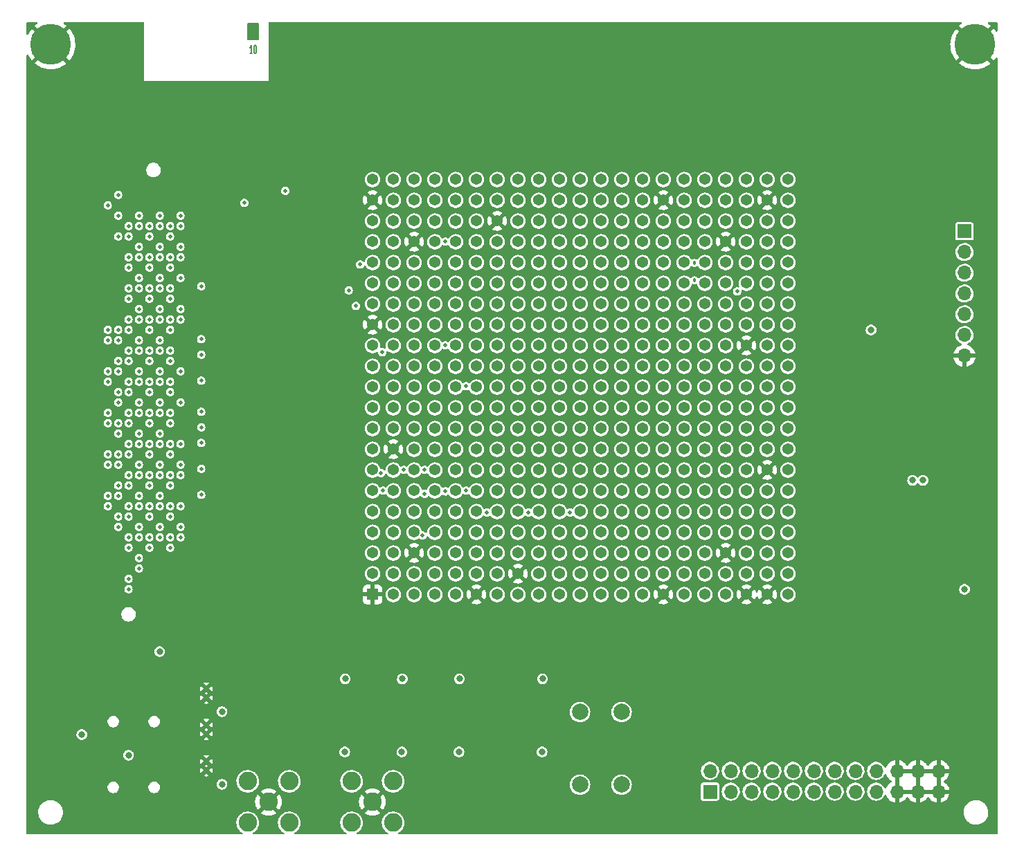
<source format=gbr>
%TF.GenerationSoftware,KiCad,Pcbnew,(6.0.9-0)*%
%TF.CreationDate,2022-12-19T14:05:17-05:00*%
%TF.ProjectId,ember-pcb,656d6265-722d-4706-9362-2e6b69636164,rev?*%
%TF.SameCoordinates,Original*%
%TF.FileFunction,Copper,L11,Inr*%
%TF.FilePolarity,Positive*%
%FSLAX46Y46*%
G04 Gerber Fmt 4.6, Leading zero omitted, Abs format (unit mm)*
G04 Created by KiCad (PCBNEW (6.0.9-0)) date 2022-12-19 14:05:17*
%MOMM*%
%LPD*%
G01*
G04 APERTURE LIST*
%TA.AperFunction,NonConductor*%
%ADD10C,0.200000*%
%TD*%
%ADD11C,0.127000*%
%TA.AperFunction,NonConductor*%
%ADD12C,0.127000*%
%TD*%
%TA.AperFunction,ComponentPad*%
%ADD13C,5.000000*%
%TD*%
%TA.AperFunction,ComponentPad*%
%ADD14R,1.700000X1.700000*%
%TD*%
%TA.AperFunction,ComponentPad*%
%ADD15O,1.700000X1.700000*%
%TD*%
%TA.AperFunction,ComponentPad*%
%ADD16C,2.000000*%
%TD*%
%TA.AperFunction,ComponentPad*%
%ADD17C,2.250000*%
%TD*%
%TA.AperFunction,ComponentPad*%
%ADD18C,0.500000*%
%TD*%
%TA.AperFunction,ComponentPad*%
%ADD19R,1.368000X1.368000*%
%TD*%
%TA.AperFunction,ComponentPad*%
%ADD20C,1.368000*%
%TD*%
%TA.AperFunction,ViaPad*%
%ADD21C,0.800000*%
%TD*%
%TA.AperFunction,ViaPad*%
%ADD22C,0.508000*%
%TD*%
%TA.AperFunction,ViaPad*%
%ADD23C,0.457200*%
%TD*%
G04 APERTURE END LIST*
D10*
X96550000Y-48470000D02*
X97820000Y-48470000D01*
X97820000Y-48470000D02*
X97820000Y-50375000D01*
X97820000Y-50375000D02*
X96550000Y-50375000D01*
X96550000Y-50375000D02*
X96550000Y-48470000D01*
G36*
X96550000Y-48470000D02*
G01*
X97820000Y-48470000D01*
X97820000Y-50375000D01*
X96550000Y-50375000D01*
X96550000Y-48470000D01*
G37*
D11*
D12*
X97088238Y-52097380D02*
X96797952Y-52097380D01*
X96943095Y-52097380D02*
X96943095Y-51097380D01*
X96894714Y-51240238D01*
X96846333Y-51335476D01*
X96797952Y-51383095D01*
X97402714Y-51097380D02*
X97451095Y-51097380D01*
X97499476Y-51145000D01*
X97523666Y-51192619D01*
X97547857Y-51287857D01*
X97572047Y-51478333D01*
X97572047Y-51716428D01*
X97547857Y-51906904D01*
X97523666Y-52002142D01*
X97499476Y-52049761D01*
X97451095Y-52097380D01*
X97402714Y-52097380D01*
X97354333Y-52049761D01*
X97330142Y-52002142D01*
X97305952Y-51906904D01*
X97281761Y-51716428D01*
X97281761Y-51478333D01*
X97305952Y-51287857D01*
X97330142Y-51192619D01*
X97354333Y-51145000D01*
X97402714Y-51097380D01*
D13*
%TO.N,GND*%
%TO.C,H1*%
X72420000Y-51010000D03*
%TD*%
D14*
%TO.N,/core_pwr*%
%TO.C,J3*%
X153060000Y-142455000D03*
D15*
%TO.N,/vdd_fsm*%
X153060000Y-139915000D03*
%TO.N,/core_pwr*%
X155600000Y-142455000D03*
%TO.N,/vdd*%
X155600000Y-139915000D03*
%TO.N,/core_pwr*%
X158140000Y-142455000D03*
%TO.N,/vdd_dac*%
X158140000Y-139915000D03*
%TO.N,/core_pwr*%
X160680000Y-142455000D03*
%TO.N,/vsa*%
X160680000Y-139915000D03*
%TO.N,unconnected-(J3-Pad9)*%
X163220000Y-142455000D03*
%TO.N,unconnected-(J3-Pad10)*%
X163220000Y-139915000D03*
%TO.N,/io_pwr*%
X165760000Y-142455000D03*
%TO.N,/vddio_fsm*%
X165760000Y-139915000D03*
%TO.N,/io_pwr*%
X168300000Y-142455000D03*
%TO.N,/vddio*%
X168300000Y-139915000D03*
%TO.N,/io_pwr*%
X170840000Y-142455000D03*
%TO.N,/vddio_dac*%
X170840000Y-139915000D03*
%TO.N,unconnected-(J3-Pad17)*%
X173380000Y-142455000D03*
%TO.N,unconnected-(J3-Pad18)*%
X173380000Y-139915000D03*
%TO.N,GND*%
X175920000Y-142455000D03*
X175920000Y-139915000D03*
X178460000Y-142455000D03*
X178460000Y-139915000D03*
X181000000Y-142455000D03*
X181000000Y-139915000D03*
%TD*%
D16*
%TO.N,Net-(C1-Pad1)*%
%TO.C,FB1*%
X137165000Y-132710000D03*
%TO.N,/core_pwr*%
X142245000Y-132710000D03*
%TD*%
D14*
%TO.N,/wl_source_pin*%
%TO.C,J4*%
X184180000Y-73865000D03*
D15*
%TO.N,/bl_source_pin*%
X184180000Y-76405000D03*
%TO.N,/sl_source_pin*%
X184180000Y-78945000D03*
%TO.N,/iref_test*%
X184180000Y-81485000D03*
%TO.N,/vdd_test*%
X184180000Y-84025000D03*
%TO.N,unconnected-(J4-Pad6)*%
X184180000Y-86565000D03*
%TO.N,GND*%
X184180000Y-89105000D03*
%TD*%
D16*
%TO.N,Net-(C6-Pad1)*%
%TO.C,FB2*%
X137165000Y-141600000D03*
%TO.N,/io_pwr*%
X142245000Y-141600000D03*
%TD*%
D17*
%TO.N,GND*%
%TO.C,J5*%
X99065000Y-143720000D03*
%TO.N,Net-(J5-Pad2)*%
X101605000Y-146260000D03*
X96525000Y-141180000D03*
X96525000Y-146260000D03*
X101605000Y-141180000D03*
%TD*%
D18*
%TO.N,GND*%
%TO.C,U4*%
X91475000Y-139835000D03*
X91475000Y-138735000D03*
%TD*%
D17*
%TO.N,GND*%
%TO.C,J2*%
X111765000Y-143720000D03*
%TO.N,Net-(J2-Pad2)*%
X114305000Y-141180000D03*
X114305000Y-146260000D03*
X109225000Y-141180000D03*
X109225000Y-146260000D03*
%TD*%
D19*
%TO.N,GND*%
%TO.C,U1*%
X111790000Y-118320000D03*
D20*
%TO.N,/di_36*%
X114330000Y-118320000D03*
%TO.N,/vddio_dac*%
X116870000Y-118320000D03*
%TO.N,/iref_test*%
X119410000Y-118320000D03*
%TO.N,/vdd_fsm*%
X121950000Y-118320000D03*
%TO.N,GND*%
X124490000Y-118320000D03*
%TO.N,/di_47*%
X127030000Y-118320000D03*
%TO.N,/vdd_dac*%
X129570000Y-118320000D03*
%TO.N,/vddio_dac*%
X132110000Y-118320000D03*
%TO.N,/vddio*%
X134650000Y-118320000D03*
%TO.N,/vsa*%
X137190000Y-118320000D03*
%TO.N,/read_ref_4*%
X139730000Y-118320000D03*
%TO.N,/rram_addr_0*%
X142270000Y-118320000D03*
%TO.N,/rram_addr_2*%
X144810000Y-118320000D03*
%TO.N,GND*%
X147350000Y-118320000D03*
%TO.N,/vdd_fsm*%
X149890000Y-118320000D03*
%TO.N,/rram_addr_10*%
X152430000Y-118320000D03*
%TO.N,/vddio_dac*%
X154970000Y-118320000D03*
%TO.N,GND*%
X157510000Y-118320000D03*
X160050000Y-118320000D03*
%TO.N,unconnected-(U1-PadA21)*%
X162590000Y-118320000D03*
%TO.N,/vddio*%
X111790000Y-115780000D03*
%TO.N,/di_34*%
X114330000Y-115780000D03*
%TO.N,/vddio_fsm*%
X116870000Y-115780000D03*
%TO.N,/vddio*%
X119410000Y-115780000D03*
%TO.N,/vdd*%
X121950000Y-115780000D03*
%TO.N,/vdd_test*%
X124490000Y-115780000D03*
%TO.N,/vddio_fsm*%
X127030000Y-115780000D03*
%TO.N,GND*%
X129570000Y-115780000D03*
%TO.N,/sa_en*%
X132110000Y-115780000D03*
%TO.N,/read_ref_1*%
X134650000Y-115780000D03*
%TO.N,/read_ref_2*%
X137190000Y-115780000D03*
%TO.N,/rram_addr_1*%
X139730000Y-115780000D03*
%TO.N,/vddio_fsm*%
X142270000Y-115780000D03*
%TO.N,/rram_addr_6*%
X144810000Y-115780000D03*
%TO.N,/vdd*%
X147350000Y-115780000D03*
%TO.N,/vddio*%
X149890000Y-115780000D03*
%TO.N,/vddio_fsm*%
X152430000Y-115780000D03*
%TO.N,/sl_en*%
X154970000Y-115780000D03*
%TO.N,/read_dac_config_0*%
X157510000Y-115780000D03*
%TO.N,/vdd_dac*%
X160050000Y-115780000D03*
%TO.N,unconnected-(U1-PadB21)*%
X162590000Y-115780000D03*
%TO.N,/vddio_fsm*%
X111790000Y-113240000D03*
%TO.N,/vdd_dac*%
X114330000Y-113240000D03*
%TO.N,GND*%
X116870000Y-113240000D03*
%TO.N,/di_37*%
X119410000Y-113240000D03*
%TO.N,/di_39*%
X121950000Y-113240000D03*
%TO.N,/di_41*%
X124490000Y-113240000D03*
%TO.N,/di_42*%
X127030000Y-113240000D03*
%TO.N,/di_44*%
X129570000Y-113240000D03*
%TO.N,/di_45*%
X132110000Y-113240000D03*
%TO.N,/set_rst*%
X134650000Y-113240000D03*
%TO.N,/read_ref_5*%
X137190000Y-113240000D03*
%TO.N,/rram_addr_4*%
X139730000Y-113240000D03*
%TO.N,/rram_addr_5*%
X142270000Y-113240000D03*
%TO.N,/rram_addr_8*%
X144810000Y-113240000D03*
%TO.N,/rram_addr_11*%
X147350000Y-113240000D03*
%TO.N,/rram_addr_13*%
X149890000Y-113240000D03*
%TO.N,/rram_addr_15*%
X152430000Y-113240000D03*
%TO.N,GND*%
X154970000Y-113240000D03*
%TO.N,/vddio*%
X157510000Y-113240000D03*
%TO.N,/vdd*%
X160050000Y-113240000D03*
%TO.N,unconnected-(U1-PadC21)*%
X162590000Y-113240000D03*
%TO.N,/di_27*%
X111790000Y-110700000D03*
%TO.N,/vdd*%
X114330000Y-110700000D03*
%TO.N,/di_32*%
X116870000Y-110700000D03*
%TO.N,/di_33*%
X119410000Y-110700000D03*
%TO.N,/di_35*%
X121950000Y-110700000D03*
%TO.N,/di_38*%
X124490000Y-110700000D03*
%TO.N,/di_40*%
X127030000Y-110700000D03*
%TO.N,/di_43*%
X129570000Y-110700000D03*
%TO.N,/di_46*%
X132110000Y-110700000D03*
%TO.N,/read_ref_0*%
X134650000Y-110700000D03*
%TO.N,/read_ref_3*%
X137190000Y-110700000D03*
%TO.N,/rram_addr_3*%
X139730000Y-110700000D03*
%TO.N,/rram_addr_7*%
X142270000Y-110700000D03*
%TO.N,/rram_addr_9*%
X144810000Y-110700000D03*
%TO.N,/rram_addr_12*%
X147350000Y-110700000D03*
%TO.N,/rram_addr_14*%
X149890000Y-110700000D03*
%TO.N,/we*%
X152430000Y-110700000D03*
%TO.N,/read_dac_config_2*%
X154970000Y-110700000D03*
%TO.N,/vddio_fsm*%
X157510000Y-110700000D03*
%TO.N,/vddio_dac*%
X160050000Y-110700000D03*
%TO.N,unconnected-(U1-PadD21)*%
X162590000Y-110700000D03*
%TO.N,/di_23*%
X111790000Y-108160000D03*
%TO.N,/vddio_dac*%
X114330000Y-108160000D03*
%TO.N,/di_30*%
X116870000Y-108160000D03*
%TO.N,/di_31*%
X119410000Y-108160000D03*
%TO.N,unconnected-(U1-PadE5)*%
X121950000Y-108160000D03*
%TO.N,unconnected-(U1-PadE6)*%
X124490000Y-108160000D03*
%TO.N,unconnected-(U1-PadE7)*%
X127030000Y-108160000D03*
%TO.N,unconnected-(U1-PadE8)*%
X129570000Y-108160000D03*
%TO.N,unconnected-(U1-PadE9)*%
X132110000Y-108160000D03*
%TO.N,unconnected-(U1-PadE10)*%
X134650000Y-108160000D03*
%TO.N,unconnected-(U1-PadE11)*%
X137190000Y-108160000D03*
%TO.N,unconnected-(U1-PadE12)*%
X139730000Y-108160000D03*
%TO.N,unconnected-(U1-PadE13)*%
X142270000Y-108160000D03*
%TO.N,unconnected-(U1-PadE14)*%
X144810000Y-108160000D03*
%TO.N,unconnected-(U1-PadE15)*%
X147350000Y-108160000D03*
%TO.N,unconnected-(U1-PadE16)*%
X149890000Y-108160000D03*
%TO.N,/read_dac_config_1*%
X152430000Y-108160000D03*
%TO.N,/wl_dac_config_0*%
X154970000Y-108160000D03*
%TO.N,/wl_dac_config_3*%
X157510000Y-108160000D03*
%TO.N,/wl_dac_config_5*%
X160050000Y-108160000D03*
%TO.N,unconnected-(U1-PadE21)*%
X162590000Y-108160000D03*
%TO.N,/vddio_fsm*%
X111790000Y-105620000D03*
%TO.N,/di_25*%
X114330000Y-105620000D03*
%TO.N,/di_28*%
X116870000Y-105620000D03*
%TO.N,/di_29*%
X119410000Y-105620000D03*
%TO.N,unconnected-(U1-PadF5)*%
X121950000Y-105620000D03*
%TO.N,unconnected-(U1-PadF6)*%
X124490000Y-105620000D03*
%TO.N,unconnected-(U1-PadF7)*%
X127030000Y-105620000D03*
%TO.N,unconnected-(U1-PadF8)*%
X129570000Y-105620000D03*
%TO.N,unconnected-(U1-PadF9)*%
X132110000Y-105620000D03*
%TO.N,unconnected-(U1-PadF10)*%
X134650000Y-105620000D03*
%TO.N,unconnected-(U1-PadF11)*%
X137190000Y-105620000D03*
%TO.N,unconnected-(U1-PadF12)*%
X139730000Y-105620000D03*
%TO.N,unconnected-(U1-PadF13)*%
X142270000Y-105620000D03*
%TO.N,unconnected-(U1-PadF14)*%
X144810000Y-105620000D03*
%TO.N,unconnected-(U1-PadF15)*%
X147350000Y-105620000D03*
%TO.N,unconnected-(U1-PadF16)*%
X149890000Y-105620000D03*
%TO.N,/read_dac_config_3*%
X152430000Y-105620000D03*
%TO.N,/wl_dac_config_2*%
X154970000Y-105620000D03*
%TO.N,/wl_dac_config_7*%
X157510000Y-105620000D03*
%TO.N,/vdd_fsm*%
X160050000Y-105620000D03*
%TO.N,unconnected-(U1-PadF21)*%
X162590000Y-105620000D03*
%TO.N,/di_18*%
X111790000Y-103080000D03*
%TO.N,/vdd_fsm*%
X114330000Y-103080000D03*
%TO.N,/di_24*%
X116870000Y-103080000D03*
%TO.N,/di_26*%
X119410000Y-103080000D03*
%TO.N,unconnected-(U1-PadG5)*%
X121950000Y-103080000D03*
%TO.N,unconnected-(U1-PadG6)*%
X124490000Y-103080000D03*
%TO.N,unconnected-(U1-PadG7)*%
X127030000Y-103080000D03*
%TO.N,unconnected-(U1-PadG8)*%
X129570000Y-103080000D03*
%TO.N,unconnected-(U1-PadG9)*%
X132110000Y-103080000D03*
%TO.N,unconnected-(U1-PadG10)*%
X134650000Y-103080000D03*
%TO.N,unconnected-(U1-PadG11)*%
X137190000Y-103080000D03*
%TO.N,unconnected-(U1-PadG12)*%
X139730000Y-103080000D03*
%TO.N,unconnected-(U1-PadG13)*%
X142270000Y-103080000D03*
%TO.N,unconnected-(U1-PadG14)*%
X144810000Y-103080000D03*
%TO.N,unconnected-(U1-PadG15)*%
X147350000Y-103080000D03*
%TO.N,unconnected-(U1-PadG16)*%
X149890000Y-103080000D03*
%TO.N,/wl_dac_config_1*%
X152430000Y-103080000D03*
%TO.N,/wl_dac_config_4*%
X154970000Y-103080000D03*
%TO.N,/vddio_fsm*%
X157510000Y-103080000D03*
%TO.N,GND*%
X160050000Y-103080000D03*
%TO.N,unconnected-(U1-PadG21)*%
X162590000Y-103080000D03*
%TO.N,/di_16*%
X111790000Y-100540000D03*
%TO.N,GND*%
X114330000Y-100540000D03*
%TO.N,/di_21*%
X116870000Y-100540000D03*
%TO.N,/di_22*%
X119410000Y-100540000D03*
%TO.N,unconnected-(U1-PadH5)*%
X121950000Y-100540000D03*
%TO.N,unconnected-(U1-PadH6)*%
X124490000Y-100540000D03*
%TO.N,unconnected-(U1-PadH7)*%
X127030000Y-100540000D03*
%TO.N,unconnected-(U1-PadH8)*%
X129570000Y-100540000D03*
%TO.N,unconnected-(U1-PadH9)*%
X132110000Y-100540000D03*
%TO.N,unconnected-(U1-PadH10)*%
X134650000Y-100540000D03*
%TO.N,unconnected-(U1-PadH11)*%
X137190000Y-100540000D03*
%TO.N,unconnected-(U1-PadH12)*%
X139730000Y-100540000D03*
%TO.N,unconnected-(U1-PadH13)*%
X142270000Y-100540000D03*
%TO.N,unconnected-(U1-PadH14)*%
X144810000Y-100540000D03*
%TO.N,unconnected-(U1-PadH15)*%
X147350000Y-100540000D03*
%TO.N,unconnected-(U1-PadH16)*%
X149890000Y-100540000D03*
%TO.N,/wl_dac_config_6*%
X152430000Y-100540000D03*
%TO.N,/wl_dac_en*%
X154970000Y-100540000D03*
%TO.N,/wl_source_pin*%
X157510000Y-100540000D03*
%TO.N,/sa_do_2*%
X160050000Y-100540000D03*
%TO.N,unconnected-(U1-PadH21)*%
X162590000Y-100540000D03*
%TO.N,/di_14*%
X111790000Y-98000000D03*
%TO.N,/di_17*%
X114330000Y-98000000D03*
%TO.N,/di_20*%
X116870000Y-98000000D03*
%TO.N,/di_19*%
X119410000Y-98000000D03*
%TO.N,unconnected-(U1-PadJ5)*%
X121950000Y-98000000D03*
%TO.N,unconnected-(U1-PadJ6)*%
X124490000Y-98000000D03*
%TO.N,unconnected-(U1-PadJ7)*%
X127030000Y-98000000D03*
%TO.N,unconnected-(U1-PadJ8)*%
X129570000Y-98000000D03*
%TO.N,unconnected-(U1-PadJ9)*%
X132110000Y-98000000D03*
%TO.N,unconnected-(U1-PadJ10)*%
X134650000Y-98000000D03*
%TO.N,unconnected-(U1-PadJ11)*%
X137190000Y-98000000D03*
%TO.N,unconnected-(U1-PadJ12)*%
X139730000Y-98000000D03*
%TO.N,unconnected-(U1-PadJ13)*%
X142270000Y-98000000D03*
%TO.N,unconnected-(U1-PadJ14)*%
X144810000Y-98000000D03*
%TO.N,unconnected-(U1-PadJ15)*%
X147350000Y-98000000D03*
%TO.N,unconnected-(U1-PadJ16)*%
X149890000Y-98000000D03*
%TO.N,/bleed_en*%
X152430000Y-98000000D03*
%TO.N,/wl_en*%
X154970000Y-98000000D03*
%TO.N,/sa_do_0*%
X157510000Y-98000000D03*
%TO.N,/sa_do_4*%
X160050000Y-98000000D03*
%TO.N,unconnected-(U1-PadJ21)*%
X162590000Y-98000000D03*
%TO.N,/vsa*%
X111790000Y-95460000D03*
%TO.N,/di_12*%
X114330000Y-95460000D03*
%TO.N,/di_15*%
X116870000Y-95460000D03*
%TO.N,/di_13*%
X119410000Y-95460000D03*
%TO.N,unconnected-(U1-PadK5)*%
X121950000Y-95460000D03*
%TO.N,unconnected-(U1-PadK6)*%
X124490000Y-95460000D03*
%TO.N,unconnected-(U1-PadK7)*%
X127030000Y-95460000D03*
%TO.N,unconnected-(U1-PadK8)*%
X129570000Y-95460000D03*
%TO.N,unconnected-(U1-PadK9)*%
X132110000Y-95460000D03*
%TO.N,unconnected-(U1-PadK10)*%
X134650000Y-95460000D03*
%TO.N,unconnected-(U1-PadK11)*%
X137190000Y-95460000D03*
%TO.N,unconnected-(U1-PadK12)*%
X139730000Y-95460000D03*
%TO.N,unconnected-(U1-PadK13)*%
X142270000Y-95460000D03*
%TO.N,unconnected-(U1-PadK14)*%
X144810000Y-95460000D03*
%TO.N,unconnected-(U1-PadK15)*%
X147350000Y-95460000D03*
%TO.N,unconnected-(U1-PadK16)*%
X149890000Y-95460000D03*
%TO.N,/sa_do_3*%
X152430000Y-95460000D03*
%TO.N,/sa_do_1*%
X154970000Y-95460000D03*
%TO.N,/sa_do_5*%
X157510000Y-95460000D03*
%TO.N,/vsa*%
X160050000Y-95460000D03*
%TO.N,unconnected-(U1-PadK21)*%
X162590000Y-95460000D03*
%TO.N,/vdd*%
X111790000Y-92920000D03*
%TO.N,/di_11*%
X114330000Y-92920000D03*
%TO.N,/di_9*%
X116870000Y-92920000D03*
%TO.N,/di_10*%
X119410000Y-92920000D03*
%TO.N,unconnected-(U1-PadL5)*%
X121950000Y-92920000D03*
%TO.N,unconnected-(U1-PadL6)*%
X124490000Y-92920000D03*
%TO.N,unconnected-(U1-PadL7)*%
X127030000Y-92920000D03*
%TO.N,unconnected-(U1-PadL8)*%
X129570000Y-92920000D03*
%TO.N,unconnected-(U1-PadL9)*%
X132110000Y-92920000D03*
%TO.N,unconnected-(U1-PadL10)*%
X134650000Y-92920000D03*
%TO.N,unconnected-(U1-PadL11)*%
X137190000Y-92920000D03*
%TO.N,unconnected-(U1-PadL12)*%
X139730000Y-92920000D03*
%TO.N,unconnected-(U1-PadL13)*%
X142270000Y-92920000D03*
%TO.N,unconnected-(U1-PadL14)*%
X144810000Y-92920000D03*
%TO.N,unconnected-(U1-PadL15)*%
X147350000Y-92920000D03*
%TO.N,unconnected-(U1-PadL16)*%
X149890000Y-92920000D03*
%TO.N,/sa_do_7*%
X152430000Y-92920000D03*
%TO.N,/sa_do_8*%
X154970000Y-92920000D03*
%TO.N,/sa_do_6*%
X157510000Y-92920000D03*
%TO.N,/vdd*%
X160050000Y-92920000D03*
%TO.N,unconnected-(U1-PadL21)*%
X162590000Y-92920000D03*
%TO.N,/vddio_dac*%
X111790000Y-90380000D03*
%TO.N,/di_7*%
X114330000Y-90380000D03*
%TO.N,/di_5*%
X116870000Y-90380000D03*
%TO.N,/di_6*%
X119410000Y-90380000D03*
%TO.N,unconnected-(U1-PadM5)*%
X121950000Y-90380000D03*
%TO.N,unconnected-(U1-PadM6)*%
X124490000Y-90380000D03*
%TO.N,unconnected-(U1-PadM7)*%
X127030000Y-90380000D03*
%TO.N,unconnected-(U1-PadM8)*%
X129570000Y-90380000D03*
%TO.N,unconnected-(U1-PadM9)*%
X132110000Y-90380000D03*
%TO.N,unconnected-(U1-PadM10)*%
X134650000Y-90380000D03*
%TO.N,unconnected-(U1-PadM11)*%
X137190000Y-90380000D03*
%TO.N,unconnected-(U1-PadM12)*%
X139730000Y-90380000D03*
%TO.N,unconnected-(U1-PadM13)*%
X142270000Y-90380000D03*
%TO.N,unconnected-(U1-PadM14)*%
X144810000Y-90380000D03*
%TO.N,unconnected-(U1-PadM15)*%
X147350000Y-90380000D03*
%TO.N,unconnected-(U1-PadM16)*%
X149890000Y-90380000D03*
%TO.N,/sa_do_11*%
X152430000Y-90380000D03*
%TO.N,/sa_do_12*%
X154970000Y-90380000D03*
%TO.N,/sa_do_9*%
X157510000Y-90380000D03*
%TO.N,/vddio_dac*%
X160050000Y-90380000D03*
%TO.N,unconnected-(U1-PadM21)*%
X162590000Y-90380000D03*
%TO.N,/vddio*%
X111790000Y-87840000D03*
%TO.N,/di_8*%
X114330000Y-87840000D03*
%TO.N,/di_4*%
X116870000Y-87840000D03*
%TO.N,/di_2*%
X119410000Y-87840000D03*
%TO.N,unconnected-(U1-PadN5)*%
X121950000Y-87840000D03*
%TO.N,unconnected-(U1-PadN6)*%
X124490000Y-87840000D03*
%TO.N,unconnected-(U1-PadN7)*%
X127030000Y-87840000D03*
%TO.N,unconnected-(U1-PadN8)*%
X129570000Y-87840000D03*
%TO.N,unconnected-(U1-PadN9)*%
X132110000Y-87840000D03*
%TO.N,unconnected-(U1-PadN10)*%
X134650000Y-87840000D03*
%TO.N,unconnected-(U1-PadN11)*%
X137190000Y-87840000D03*
%TO.N,unconnected-(U1-PadN12)*%
X139730000Y-87840000D03*
%TO.N,unconnected-(U1-PadN13)*%
X142270000Y-87840000D03*
%TO.N,unconnected-(U1-PadN14)*%
X144810000Y-87840000D03*
%TO.N,unconnected-(U1-PadN15)*%
X147350000Y-87840000D03*
%TO.N,unconnected-(U1-PadN16)*%
X149890000Y-87840000D03*
%TO.N,/sa_do_14*%
X152430000Y-87840000D03*
%TO.N,/sa_do_13*%
X154970000Y-87840000D03*
%TO.N,GND*%
X157510000Y-87840000D03*
%TO.N,/vddio*%
X160050000Y-87840000D03*
%TO.N,unconnected-(U1-PadN21)*%
X162590000Y-87840000D03*
%TO.N,GND*%
X111790000Y-85300000D03*
%TO.N,/vddio_fsm*%
X114330000Y-85300000D03*
%TO.N,/di_0*%
X116870000Y-85300000D03*
%TO.N,/clamp_ref_5*%
X119410000Y-85300000D03*
%TO.N,unconnected-(U1-PadP5)*%
X121950000Y-85300000D03*
%TO.N,unconnected-(U1-PadP6)*%
X124490000Y-85300000D03*
%TO.N,unconnected-(U1-PadP7)*%
X127030000Y-85300000D03*
%TO.N,unconnected-(U1-PadP8)*%
X129570000Y-85300000D03*
%TO.N,unconnected-(U1-PadP9)*%
X132110000Y-85300000D03*
%TO.N,unconnected-(U1-PadP10)*%
X134650000Y-85300000D03*
%TO.N,unconnected-(U1-PadP11)*%
X137190000Y-85300000D03*
%TO.N,unconnected-(U1-PadP12)*%
X139730000Y-85300000D03*
%TO.N,unconnected-(U1-PadP13)*%
X142270000Y-85300000D03*
%TO.N,unconnected-(U1-PadP14)*%
X144810000Y-85300000D03*
%TO.N,unconnected-(U1-PadP15)*%
X147350000Y-85300000D03*
%TO.N,unconnected-(U1-PadP16)*%
X149890000Y-85300000D03*
%TO.N,/sa_do_18*%
X152430000Y-85300000D03*
%TO.N,/sa_do_16*%
X154970000Y-85300000D03*
%TO.N,/vdd_fsm*%
X157510000Y-85300000D03*
%TO.N,/sa_do_10*%
X160050000Y-85300000D03*
%TO.N,unconnected-(U1-PadP21)*%
X162590000Y-85300000D03*
%TO.N,/vdd_fsm*%
X111790000Y-82760000D03*
%TO.N,/di_3*%
X114330000Y-82760000D03*
%TO.N,/rst_n*%
X116870000Y-82760000D03*
%TO.N,/clamp_ref_3*%
X119410000Y-82760000D03*
%TO.N,unconnected-(U1-PadR5)*%
X121950000Y-82760000D03*
%TO.N,unconnected-(U1-PadR6)*%
X124490000Y-82760000D03*
%TO.N,unconnected-(U1-PadR7)*%
X127030000Y-82760000D03*
%TO.N,unconnected-(U1-PadR8)*%
X129570000Y-82760000D03*
%TO.N,unconnected-(U1-PadR9)*%
X132110000Y-82760000D03*
%TO.N,unconnected-(U1-PadR10)*%
X134650000Y-82760000D03*
%TO.N,unconnected-(U1-PadR11)*%
X137190000Y-82760000D03*
%TO.N,unconnected-(U1-PadR12)*%
X139730000Y-82760000D03*
%TO.N,unconnected-(U1-PadR13)*%
X142270000Y-82760000D03*
%TO.N,unconnected-(U1-PadR14)*%
X144810000Y-82760000D03*
%TO.N,unconnected-(U1-PadR15)*%
X147350000Y-82760000D03*
%TO.N,unconnected-(U1-PadR16)*%
X149890000Y-82760000D03*
%TO.N,/sa_do_21*%
X152430000Y-82760000D03*
%TO.N,/sa_do_20*%
X154970000Y-82760000D03*
%TO.N,/sa_do_17*%
X157510000Y-82760000D03*
%TO.N,/vddio_fsm*%
X160050000Y-82760000D03*
%TO.N,unconnected-(U1-PadR21)*%
X162590000Y-82760000D03*
%TO.N,/di_1*%
X111790000Y-80220000D03*
%TO.N,/bl_en*%
X114330000Y-80220000D03*
%TO.N,/clamp_ref_4*%
X116870000Y-80220000D03*
%TO.N,/clamp_ref_1*%
X119410000Y-80220000D03*
%TO.N,unconnected-(U1-PadS5)*%
X121950000Y-80220000D03*
%TO.N,unconnected-(U1-PadS6)*%
X124490000Y-80220000D03*
%TO.N,unconnected-(U1-PadS7)*%
X127030000Y-80220000D03*
%TO.N,unconnected-(U1-PadS8)*%
X129570000Y-80220000D03*
%TO.N,unconnected-(U1-PadS9)*%
X132110000Y-80220000D03*
%TO.N,unconnected-(U1-PadS10)*%
X134650000Y-80220000D03*
%TO.N,unconnected-(U1-PadS11)*%
X137190000Y-80220000D03*
%TO.N,unconnected-(U1-PadS12)*%
X139730000Y-80220000D03*
%TO.N,unconnected-(U1-PadS13)*%
X142270000Y-80220000D03*
%TO.N,unconnected-(U1-PadS14)*%
X144810000Y-80220000D03*
%TO.N,unconnected-(U1-PadS15)*%
X147350000Y-80220000D03*
%TO.N,unconnected-(U1-PadS16)*%
X149890000Y-80220000D03*
%TO.N,/sa_do_23*%
X152430000Y-80220000D03*
%TO.N,/sa_do_22*%
X154970000Y-80220000D03*
%TO.N,/vddio_dac*%
X157510000Y-80220000D03*
%TO.N,/sa_do_15*%
X160050000Y-80220000D03*
%TO.N,unconnected-(U1-PadS21)*%
X162590000Y-80220000D03*
%TO.N,/vddio_dac*%
X111790000Y-77680000D03*
%TO.N,/vddio_fsm*%
X114330000Y-77680000D03*
%TO.N,/clamp_ref_2*%
X116870000Y-77680000D03*
%TO.N,/bsl_dac_en*%
X119410000Y-77680000D03*
%TO.N,/bsl_dac_config_4*%
X121950000Y-77680000D03*
%TO.N,/bsl_dac_config_2*%
X124490000Y-77680000D03*
%TO.N,/bsl_dac_config_0*%
X127030000Y-77680000D03*
%TO.N,/mclk_pause*%
X129570000Y-77680000D03*
%TO.N,/mosi*%
X132110000Y-77680000D03*
%TO.N,/heartbeat*%
X134650000Y-77680000D03*
%TO.N,/sa_do_45*%
X137190000Y-77680000D03*
%TO.N,/sa_do_39*%
X139730000Y-77680000D03*
%TO.N,/sa_do_36*%
X142270000Y-77680000D03*
%TO.N,/sa_do_32*%
X144810000Y-77680000D03*
%TO.N,/sa_do_29*%
X147350000Y-77680000D03*
%TO.N,/sa_do_27*%
X149890000Y-77680000D03*
%TO.N,/sa_do_25*%
X152430000Y-77680000D03*
%TO.N,/sa_do_24*%
X154970000Y-77680000D03*
%TO.N,/vdd*%
X157510000Y-77680000D03*
%TO.N,/sa_do_19*%
X160050000Y-77680000D03*
%TO.N,unconnected-(U1-PadT21)*%
X162590000Y-77680000D03*
%TO.N,/vdd*%
X111790000Y-75140000D03*
%TO.N,/vddio*%
X114330000Y-75140000D03*
%TO.N,GND*%
X116870000Y-75140000D03*
%TO.N,/read_dac_en*%
X119410000Y-75140000D03*
%TO.N,/bsl_dac_config_3*%
X121950000Y-75140000D03*
%TO.N,/bsl_dac_config_1*%
X124490000Y-75140000D03*
%TO.N,/aclk*%
X127030000Y-75140000D03*
%TO.N,/sclk*%
X129570000Y-75140000D03*
%TO.N,/sc*%
X132110000Y-75140000D03*
%TO.N,/man*%
X134650000Y-75140000D03*
%TO.N,/sa_do_43*%
X137190000Y-75140000D03*
%TO.N,/sa_do_38*%
X139730000Y-75140000D03*
%TO.N,/sa_do_37*%
X142270000Y-75140000D03*
%TO.N,/sa_do_34*%
X144810000Y-75140000D03*
%TO.N,/sa_do_33*%
X147350000Y-75140000D03*
%TO.N,/sa_do_30*%
X149890000Y-75140000D03*
%TO.N,/sa_do_28*%
X152430000Y-75140000D03*
%TO.N,GND*%
X154970000Y-75140000D03*
%TO.N,/vdd_dac*%
X157510000Y-75140000D03*
%TO.N,/vddio_fsm*%
X160050000Y-75140000D03*
%TO.N,unconnected-(U1-PadU21)*%
X162590000Y-75140000D03*
%TO.N,/vdd_dac*%
X111790000Y-72600000D03*
%TO.N,/clamp_ref_0*%
X114330000Y-72600000D03*
%TO.N,/vddio*%
X116870000Y-72600000D03*
%TO.N,/vsa*%
X119410000Y-72600000D03*
%TO.N,/vdd_fsm*%
X121950000Y-72600000D03*
%TO.N,/sl_source_pin*%
X124490000Y-72600000D03*
%TO.N,GND*%
X127030000Y-72600000D03*
%TO.N,/vddio_fsm*%
X129570000Y-72600000D03*
%TO.N,/miso*%
X132110000Y-72600000D03*
%TO.N,/sa_rdy*%
X134650000Y-72600000D03*
%TO.N,/sa_do_47*%
X137190000Y-72600000D03*
%TO.N,/sa_do_41*%
X139730000Y-72600000D03*
%TO.N,/sa_do_42*%
X142270000Y-72600000D03*
%TO.N,/vdd*%
X144810000Y-72600000D03*
%TO.N,/vddio_fsm*%
X147350000Y-72600000D03*
%TO.N,/vddio_dac*%
X149890000Y-72600000D03*
%TO.N,/sa_do_31*%
X152430000Y-72600000D03*
%TO.N,/vddio_fsm*%
X154970000Y-72600000D03*
%TO.N,/sa_do_26*%
X157510000Y-72600000D03*
%TO.N,/vddio*%
X160050000Y-72600000D03*
%TO.N,unconnected-(U1-PadV21)*%
X162590000Y-72600000D03*
%TO.N,GND*%
X111790000Y-70060000D03*
%TO.N,/vddio_fsm*%
X114330000Y-70060000D03*
%TO.N,/bl_source_pin*%
X116870000Y-70060000D03*
%TO.N,/vddio_dac*%
X119410000Y-70060000D03*
%TO.N,/vddio_fsm*%
X121950000Y-70060000D03*
%TO.N,/vdd*%
X124490000Y-70060000D03*
%TO.N,/sa_clk*%
X127030000Y-70060000D03*
%TO.N,/byp*%
X129570000Y-70060000D03*
%TO.N,/vdd_dac*%
X132110000Y-70060000D03*
%TO.N,/vddio_dac*%
X134650000Y-70060000D03*
%TO.N,/vddio*%
X137190000Y-70060000D03*
%TO.N,/sa_do_46*%
X139730000Y-70060000D03*
%TO.N,/sa_do_44*%
X142270000Y-70060000D03*
%TO.N,/sa_do_40*%
X144810000Y-70060000D03*
%TO.N,GND*%
X147350000Y-70060000D03*
%TO.N,/sa_do_35*%
X149890000Y-70060000D03*
%TO.N,/vdd_fsm*%
X152430000Y-70060000D03*
%TO.N,/vsa*%
X154970000Y-70060000D03*
%TO.N,/vddio*%
X157510000Y-70060000D03*
%TO.N,GND*%
X160050000Y-70060000D03*
%TO.N,unconnected-(U1-PadW21)*%
X162590000Y-70060000D03*
%TO.N,unconnected-(U1-PadX1)*%
X111790000Y-67520000D03*
%TO.N,unconnected-(U1-PadX2)*%
X114330000Y-67520000D03*
%TO.N,unconnected-(U1-PadX3)*%
X116870000Y-67520000D03*
%TO.N,unconnected-(U1-PadX4)*%
X119410000Y-67520000D03*
%TO.N,unconnected-(U1-PadX5)*%
X121950000Y-67520000D03*
%TO.N,unconnected-(U1-PadX6)*%
X124490000Y-67520000D03*
%TO.N,unconnected-(U1-PadX7)*%
X127030000Y-67520000D03*
%TO.N,unconnected-(U1-PadX8)*%
X129570000Y-67520000D03*
%TO.N,unconnected-(U1-PadX9)*%
X132110000Y-67520000D03*
%TO.N,unconnected-(U1-PadX10)*%
X134650000Y-67520000D03*
%TO.N,unconnected-(U1-PadX11)*%
X137190000Y-67520000D03*
%TO.N,unconnected-(U1-PadX12)*%
X139730000Y-67520000D03*
%TO.N,unconnected-(U1-PadX13)*%
X142270000Y-67520000D03*
%TO.N,unconnected-(U1-PadX14)*%
X144810000Y-67520000D03*
%TO.N,unconnected-(U1-PadX15)*%
X147350000Y-67520000D03*
%TO.N,unconnected-(U1-PadX16)*%
X149890000Y-67520000D03*
%TO.N,unconnected-(U1-PadX17)*%
X152430000Y-67520000D03*
%TO.N,unconnected-(U1-PadX18)*%
X154970000Y-67520000D03*
%TO.N,unconnected-(U1-PadX19)*%
X157510000Y-67520000D03*
%TO.N,unconnected-(U1-PadX20)*%
X160050000Y-67520000D03*
%TO.N,unconnected-(U1-PadX21)*%
X162590000Y-67520000D03*
%TD*%
D18*
%TO.N,GND*%
%TO.C,U2*%
X91475000Y-129845000D03*
X91475000Y-130945000D03*
%TD*%
D13*
%TO.N,GND*%
%TO.C,H2*%
X185450000Y-51010000D03*
%TD*%
D18*
%TO.N,GND*%
%TO.C,U3*%
X91475000Y-134290000D03*
X91475000Y-135390000D03*
%TD*%
D21*
%TO.N,Net-(J1-PadD1)*%
X85755000Y-125305000D03*
%TO.N,Net-(J2-Pad2)*%
X76235000Y-135460000D03*
D22*
%TO.N,GND*%
X87025000Y-94825000D03*
X76865000Y-110065000D03*
X83215000Y-82125000D03*
D21*
X93380000Y-130395000D03*
D22*
X85755000Y-108795000D03*
X83215000Y-112605000D03*
X87025000Y-69425000D03*
X78135000Y-116415000D03*
X79405000Y-89745000D03*
D21*
X108215000Y-134595000D03*
D22*
X88295000Y-108795000D03*
X79405000Y-69425000D03*
X85755000Y-93555000D03*
X85755000Y-116415000D03*
X80675000Y-73235000D03*
X85755000Y-74505000D03*
X84485000Y-115145000D03*
X80675000Y-92285000D03*
X87025000Y-83395000D03*
X78135000Y-101175000D03*
X87025000Y-113875000D03*
X78135000Y-91015000D03*
X78135000Y-85935000D03*
X88295000Y-70695000D03*
D21*
X123225000Y-131650000D03*
D22*
X88295000Y-93555000D03*
X79405000Y-99905000D03*
X76865000Y-69425000D03*
X83215000Y-89745000D03*
X87025000Y-115145000D03*
X81945000Y-113875000D03*
X78135000Y-96095000D03*
X88295000Y-112605000D03*
X87025000Y-79585000D03*
X76865000Y-103715000D03*
X85755000Y-112605000D03*
X81945000Y-102445000D03*
X81945000Y-87205000D03*
X87025000Y-118955000D03*
X78135000Y-106255000D03*
X85755000Y-101175000D03*
X88295000Y-116415000D03*
X80675000Y-88475000D03*
X84485000Y-110065000D03*
X80675000Y-99905000D03*
X79405000Y-115145000D03*
X84485000Y-94825000D03*
X81945000Y-71965000D03*
X83215000Y-70695000D03*
X79405000Y-113875000D03*
X79405000Y-118955000D03*
D21*
X115200000Y-134595000D03*
D22*
X81945000Y-118955000D03*
X81945000Y-94825000D03*
X87025000Y-87205000D03*
X84485000Y-106255000D03*
X85755000Y-78315000D03*
X85755000Y-97365000D03*
X81945000Y-69425000D03*
X76865000Y-94825000D03*
X88295000Y-74505000D03*
X78135000Y-107525000D03*
X81945000Y-91015000D03*
X88295000Y-82125000D03*
X76865000Y-89745000D03*
X85755000Y-70695000D03*
X78135000Y-102445000D03*
X87025000Y-110065000D03*
X79405000Y-104985000D03*
X78135000Y-80855000D03*
X80675000Y-112605000D03*
D21*
X122820000Y-134595000D03*
X101865000Y-134595000D03*
X177830000Y-118320000D03*
X108620000Y-131650000D03*
D22*
X76865000Y-118955000D03*
X84485000Y-102445000D03*
X76865000Y-88475000D03*
X83215000Y-116415000D03*
X79405000Y-83395000D03*
X88295000Y-78315000D03*
X76865000Y-78315000D03*
X87025000Y-106255000D03*
X81945000Y-83395000D03*
X83215000Y-108795000D03*
X88295000Y-85935000D03*
X84485000Y-71965000D03*
X84485000Y-75775000D03*
X83215000Y-74505000D03*
X78135000Y-112605000D03*
X83215000Y-78315000D03*
X84485000Y-113875000D03*
X88295000Y-97365000D03*
X79405000Y-110065000D03*
X84485000Y-91015000D03*
X79405000Y-98635000D03*
D21*
X101000000Y-131650000D03*
D22*
X83215000Y-101175000D03*
X83215000Y-117685000D03*
X80675000Y-70695000D03*
X84485000Y-98635000D03*
X78135000Y-97365000D03*
X76865000Y-98635000D03*
X78135000Y-77045000D03*
X76865000Y-73235000D03*
X84485000Y-69425000D03*
X79405000Y-71965000D03*
X81945000Y-115145000D03*
X80675000Y-117685000D03*
X76865000Y-79585000D03*
X85755000Y-85935000D03*
X81945000Y-106255000D03*
X80675000Y-107525000D03*
X88295000Y-89745000D03*
X81945000Y-79585000D03*
X76865000Y-84665000D03*
X76865000Y-104985000D03*
X76865000Y-115145000D03*
X79405000Y-103715000D03*
X76865000Y-74505000D03*
X87025000Y-98635000D03*
X78135000Y-117685000D03*
X78135000Y-87205000D03*
X85755000Y-117685000D03*
X79405000Y-78315000D03*
X76865000Y-99905000D03*
X84485000Y-83395000D03*
X79405000Y-108795000D03*
X79405000Y-93555000D03*
X79405000Y-94825000D03*
X78135000Y-111335000D03*
X78135000Y-71965000D03*
X79405000Y-84665000D03*
X76865000Y-93555000D03*
X87025000Y-75775000D03*
X80675000Y-103715000D03*
X87025000Y-71965000D03*
X87025000Y-91015000D03*
X80675000Y-116415000D03*
X78135000Y-75775000D03*
X78135000Y-92285000D03*
X79405000Y-88475000D03*
D21*
X114970000Y-131650000D03*
D22*
X76865000Y-108795000D03*
D21*
X93380000Y-134825000D03*
D22*
X79405000Y-79585000D03*
D21*
X77500000Y-125305000D03*
X93380000Y-139270000D03*
D22*
X76865000Y-83395000D03*
X78135000Y-70695000D03*
X76865000Y-113875000D03*
X80675000Y-111335000D03*
X85755000Y-82125000D03*
X88295000Y-104985000D03*
X83215000Y-85935000D03*
X81945000Y-75775000D03*
X83215000Y-97365000D03*
X78135000Y-82125000D03*
X83215000Y-104985000D03*
X88295000Y-101175000D03*
X84485000Y-79585000D03*
X85755000Y-104985000D03*
X88295000Y-117685000D03*
X80675000Y-84665000D03*
X85755000Y-89745000D03*
X80675000Y-96095000D03*
X84485000Y-87205000D03*
X79405000Y-74505000D03*
X87025000Y-102445000D03*
X81945000Y-98635000D03*
X81945000Y-110065000D03*
X83215000Y-93555000D03*
X84485000Y-118955000D03*
D21*
%TO.N,+3.3V*%
X93380000Y-141557500D03*
D22*
X80675000Y-71965000D03*
X80675000Y-69425000D03*
X79405000Y-70695000D03*
D21*
X93380000Y-132667500D03*
D22*
X80675000Y-74505000D03*
D21*
X81950000Y-138000000D03*
D22*
%TO.N,/sclk*%
X101122000Y-68917000D03*
X88295000Y-84665000D03*
%TO.N,/sc*%
X81945000Y-77045000D03*
D23*
%TO.N,/mosi*%
X151160000Y-79839000D03*
X151160000Y-77723575D03*
D22*
X81945000Y-82125000D03*
%TO.N,/read_dac_config_1*%
X79405000Y-101175000D03*
%TO.N,/rst_n*%
X80675000Y-87205000D03*
%TO.N,/read_dac_config_0*%
X80675000Y-110065000D03*
D21*
%TO.N,/byp*%
X179100000Y-104350000D03*
%TO.N,/man*%
X177830000Y-104350000D03*
D22*
%TO.N,/di_42*%
X80675000Y-108795000D03*
%TO.N,/clamp_ref_1*%
X87025000Y-85935000D03*
%TO.N,/clamp_ref_2*%
X85755000Y-84665000D03*
%TO.N,/clamp_ref_3*%
X83215000Y-87205000D03*
%TO.N,/clamp_ref_4*%
X84485000Y-85935000D03*
%TO.N,/wl_dac_config_0*%
X80675000Y-101175000D03*
D21*
%TO.N,/core_pwr*%
X108445000Y-128650000D03*
X122415000Y-128650000D03*
X132575000Y-128650000D03*
X115430000Y-128650000D03*
%TO.N,/io_pwr*%
X132520000Y-137595000D03*
X122360000Y-137595000D03*
X108390000Y-137595000D03*
X184180000Y-117685000D03*
X115375000Y-137595000D03*
D22*
%TO.N,/di_47*%
X81945000Y-116415000D03*
%TO.N,/di_21*%
X80675000Y-97365000D03*
%TO.N,/rram_addr_0*%
X83215000Y-113875000D03*
%TO.N,/di_8*%
X80675000Y-89745000D03*
%TO.N,/di_36*%
X81945000Y-117685000D03*
%TO.N,/rram_addr_2*%
X81945000Y-112605000D03*
%TO.N,/sa_en*%
X81945000Y-111335000D03*
%TO.N,/di_44*%
X81945000Y-108795000D03*
%TO.N,/di_43*%
X81945000Y-104985000D03*
%TO.N,/di_22*%
X81945000Y-97365000D03*
%TO.N,/rram_addr_6*%
X87025000Y-111335000D03*
%TO.N,/di_14*%
X81945000Y-96095000D03*
%TO.N,/di_4*%
X81945000Y-89745000D03*
%TO.N,/di_37*%
X83215000Y-110065000D03*
%TO.N,/di_39*%
X85755000Y-110065000D03*
%TO.N,/sa_do_13*%
X81945000Y-88475000D03*
%TO.N,/sa_do_36*%
X81945000Y-80855000D03*
%TO.N,/miso*%
X81945000Y-74505000D03*
%TO.N,/sa_do_41*%
X81945000Y-73235000D03*
%TO.N,/set_rst*%
X87025000Y-108795000D03*
%TO.N,/read_ref_5*%
X79405000Y-107525000D03*
%TO.N,/rram_addr_4*%
X81945000Y-107525000D03*
%TO.N,/rram_addr_5*%
X83215000Y-107525000D03*
%TO.N,/read_ref_4*%
X83215000Y-115145000D03*
%TO.N,/rram_addr_11*%
X85755000Y-107525000D03*
%TO.N,/read_ref_1*%
X83215000Y-111335000D03*
%TO.N,/rram_addr_15*%
X88295000Y-107525000D03*
%TO.N,/di_27*%
X79405000Y-106255000D03*
%TO.N,/di_32*%
X80675000Y-106255000D03*
%TO.N,/di_33*%
X83215000Y-106255000D03*
%TO.N,/di_35*%
X85755000Y-106255000D03*
X117908985Y-111103985D03*
%TO.N,/di_38*%
X118140000Y-106001000D03*
X90835000Y-106128000D03*
%TO.N,/di_40*%
X80675000Y-104985000D03*
X125760000Y-108287000D03*
%TO.N,/rram_addr_3*%
X83215000Y-103715000D03*
%TO.N,/di_46*%
X130840000Y-108287000D03*
X84485000Y-104985000D03*
%TO.N,/read_ref_0*%
X87025000Y-104985000D03*
%TO.N,/read_ref_3*%
X81945000Y-103715000D03*
X135920000Y-108287000D03*
%TO.N,/di_23*%
X113060000Y-105620000D03*
X83215000Y-102445000D03*
%TO.N,/rram_addr_7*%
X84485000Y-103715000D03*
%TO.N,/rram_addr_9*%
X85755000Y-103715000D03*
%TO.N,/di_26*%
X83215000Y-98635000D03*
%TO.N,/di_0*%
X83215000Y-88475000D03*
%TO.N,/we*%
X79405000Y-102445000D03*
%TO.N,/read_dac_config_2*%
X80675000Y-102445000D03*
%TO.N,/bsl_dac_config_2*%
X110266000Y-77934000D03*
X108869000Y-81109000D03*
X83215000Y-83395000D03*
%TO.N,/sa_do_32*%
X83215000Y-80855000D03*
%TO.N,/sa_do_19*%
X83215000Y-79585000D03*
%TO.N,/sa_do_43*%
X83215000Y-77045000D03*
%TO.N,/sa_do_30*%
X83215000Y-75775000D03*
%TO.N,/wl_dac_config_3*%
X81945000Y-101175000D03*
%TO.N,/wl_dac_config_5*%
X84485000Y-101175000D03*
%TO.N,/di_25*%
X112806000Y-103461000D03*
X87025000Y-101175000D03*
X90835000Y-102953000D03*
%TO.N,/di_28*%
X118140000Y-103080000D03*
X81945000Y-99905000D03*
%TO.N,/di_29*%
X115600000Y-103080000D03*
X83215000Y-99905000D03*
%TO.N,/sa_do_42*%
X83215000Y-73235000D03*
%TO.N,/wl_dac_config_2*%
X85755000Y-99905000D03*
%TO.N,/sa_do_44*%
X83215000Y-71965000D03*
%TO.N,/di_18*%
X88295000Y-99905000D03*
%TO.N,/di_24*%
X80675000Y-98635000D03*
%TO.N,/rram_addr_10*%
X84485000Y-112605000D03*
%TO.N,/read_ref_2*%
X84485000Y-111335000D03*
%TO.N,/di_45*%
X84485000Y-108795000D03*
%TO.N,/di_16*%
X79405000Y-97365000D03*
%TO.N,/rram_addr_8*%
X84485000Y-107525000D03*
%TO.N,/read_dac_config_3*%
X84485000Y-99905000D03*
%TO.N,/wl_dac_config_6*%
X84485000Y-97365000D03*
%TO.N,/wl_dac_en*%
X87025000Y-97365000D03*
%TO.N,/sa_do_2*%
X79405000Y-96095000D03*
%TO.N,/di_2*%
X84485000Y-89745000D03*
%TO.N,/di_17*%
X83215000Y-96095000D03*
%TO.N,/di_20*%
X84485000Y-96095000D03*
%TO.N,/di_19*%
X85755000Y-96095000D03*
%TO.N,/bleed_en*%
X87025000Y-96095000D03*
X90835000Y-97873000D03*
%TO.N,/wl_en*%
X90835000Y-95968000D03*
%TO.N,/sa_do_0*%
X80675000Y-94825000D03*
%TO.N,/sa_do_4*%
X83215000Y-94825000D03*
%TO.N,/di_12*%
X85755000Y-94825000D03*
%TO.N,/di_15*%
X88295000Y-94825000D03*
%TO.N,/di_13*%
X123220000Y-92832849D03*
X80675000Y-93555000D03*
%TO.N,/sa_do_3*%
X81945000Y-93555000D03*
%TO.N,/sa_do_1*%
X84485000Y-93555000D03*
%TO.N,/clamp_ref_5*%
X84485000Y-88475000D03*
%TO.N,/di_11*%
X79405000Y-92285000D03*
X112985600Y-88676400D03*
%TO.N,/di_9*%
X81945000Y-92285000D03*
%TO.N,/di_10*%
X83215000Y-92285000D03*
%TO.N,/sa_do_7*%
X84485000Y-92285000D03*
%TO.N,/sa_do_10*%
X84485000Y-78315000D03*
%TO.N,/sa_do_6*%
X87025000Y-92285000D03*
%TO.N,/di_7*%
X90835000Y-92158000D03*
%TO.N,/di_5*%
X120680000Y-87840000D03*
X79405000Y-91015000D03*
%TO.N,/di_6*%
X80675000Y-91015000D03*
%TO.N,/sa_do_11*%
X83215000Y-91015000D03*
%TO.N,/sa_do_12*%
X85755000Y-91015000D03*
%TO.N,/sa_do_9*%
X88295000Y-91015000D03*
%TO.N,/sa_do_38*%
X84485000Y-77045000D03*
%TO.N,/sa_rdy*%
X84485000Y-74505000D03*
%TO.N,/sa_do_31*%
X84485000Y-73235000D03*
%TO.N,/rram_addr_1*%
X85755000Y-111335000D03*
%TO.N,/di_30*%
X85755000Y-102445000D03*
X120680000Y-105707151D03*
%TO.N,/wl_dac_config_1*%
X85755000Y-98635000D03*
%TO.N,/sa_do_18*%
X85755000Y-88475000D03*
%TO.N,/sa_do_16*%
X90835000Y-88983000D03*
X87025000Y-88475000D03*
%TO.N,/sa_do_8*%
X85755000Y-92285000D03*
%TO.N,/di_3*%
X79405000Y-87205000D03*
%TO.N,/sa_do_21*%
X85755000Y-87205000D03*
%TO.N,/sa_do_20*%
X90835000Y-87078000D03*
%TO.N,/sa_do_17*%
X79405000Y-85935000D03*
%TO.N,/di_1*%
X80675000Y-85935000D03*
%TO.N,/bl_en*%
X81945000Y-85935000D03*
%TO.N,/sa_do_23*%
X81945000Y-84665000D03*
X156367000Y-81236000D03*
%TO.N,/sa_do_22*%
X83215000Y-84665000D03*
%TO.N,/sa_do_15*%
X84485000Y-84665000D03*
%TO.N,/bsl_dac_en*%
X87025000Y-84665000D03*
X109758000Y-83014000D03*
%TO.N,/bsl_dac_config_4*%
X120680000Y-75140000D03*
X87025000Y-78315000D03*
%TO.N,/sa_do_27*%
X85755000Y-80855000D03*
%TO.N,/bsl_dac_config_0*%
X85755000Y-83395000D03*
%TO.N,/sa_do_45*%
X84485000Y-82125000D03*
%TO.N,/sa_do_39*%
X87025000Y-82125000D03*
%TO.N,/read_dac_en*%
X85755000Y-79585000D03*
%TO.N,/sa_do_37*%
X85755000Y-77045000D03*
%TO.N,/sa_do_29*%
X84485000Y-80855000D03*
%TO.N,/sa_do_28*%
X85755000Y-75775000D03*
%TO.N,/sa_do_26*%
X85755000Y-73235000D03*
%TO.N,/sa_do_24*%
X90835000Y-80601000D03*
%TO.N,/sa_do_40*%
X85755000Y-71965000D03*
%TO.N,/di_34*%
X87025000Y-112605000D03*
%TO.N,/bsl_dac_config_3*%
X88295000Y-79585000D03*
%TO.N,/bsl_dac_config_1*%
X81945000Y-78315000D03*
%TO.N,/aclk*%
X96101182Y-70381818D03*
%TO.N,/rram_addr_13*%
X87025000Y-107525000D03*
%TO.N,/rram_addr_12*%
X87025000Y-103715000D03*
%TO.N,/wl_dac_config_7*%
X87025000Y-99905000D03*
%TO.N,/sa_do_5*%
X87025000Y-93555000D03*
%TO.N,/sa_do_14*%
X87025000Y-89745000D03*
%TO.N,/sa_do_25*%
X87025000Y-80855000D03*
%TO.N,/sa_do_34*%
X87025000Y-77045000D03*
%TO.N,/sa_do_47*%
X87025000Y-74505000D03*
%TO.N,/sa_do_46*%
X87025000Y-73235000D03*
%TO.N,/sl_en*%
X88295000Y-111335000D03*
%TO.N,/di_41*%
X88295000Y-110065000D03*
%TO.N,/rram_addr_14*%
X88295000Y-103715000D03*
%TO.N,/di_31*%
X88295000Y-102445000D03*
X123220000Y-105620000D03*
%TO.N,/wl_dac_config_4*%
X90835000Y-99778000D03*
%TO.N,/mclk_pause*%
X88295000Y-83395000D03*
%TO.N,/sa_do_33*%
X88295000Y-77045000D03*
%TO.N,/clamp_ref_0*%
X88295000Y-75775000D03*
%TO.N,/sa_do_35*%
X88295000Y-71965000D03*
D21*
%TO.N,/heartbeat*%
X172750000Y-85935000D03*
D22*
%TO.N,/sa_clk*%
X88295000Y-73235000D03*
%TD*%
%TA.AperFunction,Conductor*%
%TO.N,GND*%
G36*
X70772503Y-48280502D02*
G01*
X70818996Y-48334158D01*
X70829100Y-48404432D01*
X70799606Y-48469012D01*
X70771338Y-48493237D01*
X70677654Y-48552005D01*
X70671731Y-48556214D01*
X70493601Y-48698923D01*
X70485132Y-48711048D01*
X70491527Y-48722316D01*
X72407190Y-50637980D01*
X72421131Y-50645592D01*
X72422966Y-50645461D01*
X72429580Y-50641210D01*
X74347074Y-48723716D01*
X74354466Y-48710179D01*
X74347679Y-48700479D01*
X74244476Y-48612335D01*
X74238693Y-48607945D01*
X74064782Y-48491081D01*
X74019397Y-48436485D01*
X74010734Y-48366019D01*
X74041542Y-48302056D01*
X74102042Y-48264903D01*
X74135058Y-48260500D01*
X83762384Y-48260500D01*
X83830505Y-48280502D01*
X83876998Y-48334158D01*
X83887102Y-48404432D01*
X83857609Y-48469011D01*
X83856752Y-48470000D01*
X83850000Y-48470000D01*
X83850000Y-55455000D01*
X99090000Y-55455000D01*
X99090000Y-53311681D01*
X183513860Y-53311681D01*
X183513878Y-53311933D01*
X183519793Y-53320677D01*
X183551111Y-53349174D01*
X183556748Y-53353738D01*
X183832544Y-53551918D01*
X183838682Y-53555813D01*
X184135435Y-53720984D01*
X184141955Y-53724136D01*
X184455738Y-53854109D01*
X184462589Y-53856495D01*
X184789212Y-53949536D01*
X184796301Y-53951120D01*
X185131465Y-54006006D01*
X185138671Y-54006763D01*
X185477926Y-54022762D01*
X185485176Y-54022686D01*
X185824010Y-53999587D01*
X185831219Y-53998676D01*
X186165160Y-53936784D01*
X186172190Y-53935057D01*
X186496819Y-53835187D01*
X186503597Y-53832667D01*
X186814603Y-53696145D01*
X186821043Y-53692864D01*
X187114293Y-53521502D01*
X187120326Y-53517493D01*
X187378828Y-53323405D01*
X187387282Y-53312078D01*
X187380537Y-53299748D01*
X185462810Y-51382020D01*
X185448869Y-51374408D01*
X185447034Y-51374539D01*
X185440420Y-51378790D01*
X183521474Y-53297737D01*
X183513860Y-53311681D01*
X99090000Y-53311681D01*
X99090000Y-50918987D01*
X182438484Y-50918987D01*
X182447374Y-51258505D01*
X182447980Y-51265721D01*
X182495835Y-51601963D01*
X182497269Y-51609074D01*
X182583455Y-51937595D01*
X182585692Y-51944478D01*
X182709064Y-52260914D01*
X182712081Y-52267503D01*
X182871002Y-52567652D01*
X182874761Y-52573860D01*
X183067129Y-52853757D01*
X183071574Y-52859486D01*
X183138743Y-52936484D01*
X183151917Y-52944888D01*
X183161769Y-52939020D01*
X185077980Y-51022810D01*
X185085592Y-51008869D01*
X185085461Y-51007034D01*
X185081210Y-51000420D01*
X183162374Y-49081585D01*
X183149581Y-49074599D01*
X183138827Y-49082464D01*
X182978037Y-49287527D01*
X182973902Y-49293476D01*
X182796440Y-49583068D01*
X182793019Y-49589447D01*
X182650016Y-49897522D01*
X182647356Y-49904241D01*
X182540711Y-50226707D01*
X182538834Y-50233711D01*
X182469961Y-50566288D01*
X182468904Y-50573449D01*
X182438712Y-50911735D01*
X182438484Y-50918987D01*
X99090000Y-50918987D01*
X99090000Y-48470000D01*
X99084681Y-48470000D01*
X99081718Y-48459909D01*
X99057354Y-48421997D01*
X99057354Y-48351001D01*
X99095738Y-48291275D01*
X99160319Y-48261782D01*
X99178250Y-48260500D01*
X183734382Y-48260500D01*
X183802503Y-48280502D01*
X183848996Y-48334158D01*
X183859100Y-48404432D01*
X183829606Y-48469012D01*
X183801338Y-48493237D01*
X183707654Y-48552005D01*
X183701731Y-48556214D01*
X183523601Y-48698923D01*
X183515132Y-48711048D01*
X183521527Y-48722316D01*
X185437190Y-50637980D01*
X185451131Y-50645592D01*
X185452966Y-50645461D01*
X185459580Y-50641210D01*
X187377074Y-48723716D01*
X187384466Y-48710179D01*
X187377679Y-48700479D01*
X187274476Y-48612335D01*
X187268693Y-48607945D01*
X187094782Y-48491081D01*
X187049397Y-48436485D01*
X187040734Y-48366019D01*
X187071542Y-48302056D01*
X187132042Y-48264903D01*
X187165058Y-48260500D01*
X188087500Y-48260500D01*
X188155621Y-48280502D01*
X188202114Y-48334158D01*
X188213500Y-48386500D01*
X188213500Y-49308371D01*
X188193498Y-49376492D01*
X188139842Y-49422985D01*
X188069568Y-49433089D01*
X188004988Y-49403595D01*
X187981330Y-49374786D01*
X187980774Y-49375147D01*
X187974856Y-49366034D01*
X187773774Y-49092295D01*
X187769166Y-49086726D01*
X187763830Y-49080984D01*
X187750178Y-49072866D01*
X187749570Y-49072887D01*
X187741092Y-49078119D01*
X185822020Y-50997190D01*
X185814408Y-51011131D01*
X185814539Y-51012966D01*
X185818790Y-51019580D01*
X187736268Y-52937057D01*
X187749622Y-52944349D01*
X187759594Y-52937295D01*
X187866641Y-52809267D01*
X187870957Y-52803456D01*
X187982188Y-52634122D01*
X188036306Y-52588168D01*
X188106677Y-52578767D01*
X188170960Y-52608904D01*
X188208745Y-52669011D01*
X188213500Y-52703299D01*
X188213500Y-147574500D01*
X188193498Y-147642621D01*
X188139842Y-147689114D01*
X188087500Y-147700500D01*
X115044002Y-147700500D01*
X114975881Y-147680498D01*
X114929388Y-147626842D01*
X114919284Y-147556568D01*
X114948778Y-147491988D01*
X114988569Y-147461349D01*
X114993159Y-147459100D01*
X115013784Y-147448996D01*
X115017988Y-147445998D01*
X115017992Y-147445995D01*
X115095670Y-147390588D01*
X115198461Y-147317268D01*
X115359143Y-147157146D01*
X115416351Y-147077533D01*
X115488497Y-146977130D01*
X115491515Y-146972930D01*
X115592023Y-146769568D01*
X115657966Y-146552522D01*
X115665613Y-146494436D01*
X115687138Y-146330941D01*
X115687139Y-146330935D01*
X115687575Y-146327619D01*
X115688357Y-146295647D01*
X115689146Y-146263364D01*
X115689146Y-146263360D01*
X115689228Y-146260000D01*
X115670641Y-146033920D01*
X115615378Y-145813911D01*
X115562592Y-145692510D01*
X115526985Y-145610619D01*
X115526983Y-145610616D01*
X115524925Y-145605882D01*
X115401710Y-145415420D01*
X115374158Y-145385140D01*
X115252519Y-145251462D01*
X115252518Y-145251461D01*
X115249041Y-145247640D01*
X115244990Y-145244441D01*
X115244986Y-145244437D01*
X115075075Y-145110249D01*
X115075071Y-145110247D01*
X115071020Y-145107047D01*
X114954414Y-145042677D01*
X184068524Y-145042677D01*
X184069105Y-145047697D01*
X184069105Y-145047701D01*
X184073846Y-145088676D01*
X184096351Y-145283176D01*
X184097730Y-145288050D01*
X184097731Y-145288054D01*
X184133772Y-145415420D01*
X184162271Y-145516133D01*
X184264589Y-145735553D01*
X184267430Y-145739734D01*
X184267431Y-145739735D01*
X184302172Y-145790854D01*
X184301556Y-145791272D01*
X184302720Y-145792420D01*
X184302905Y-145792281D01*
X184302935Y-145792321D01*
X184303597Y-145793203D01*
X184303797Y-145793482D01*
X184303834Y-145793519D01*
X184305393Y-145795595D01*
X184306809Y-145797679D01*
X184306898Y-145797820D01*
X184307035Y-145798011D01*
X184400671Y-145935793D01*
X184404148Y-145939470D01*
X184404153Y-145939476D01*
X184449137Y-145987044D01*
X184448584Y-145987567D01*
X184450601Y-145988994D01*
X184451083Y-145989636D01*
X184454809Y-145993197D01*
X184455140Y-145993570D01*
X184458516Y-145996963D01*
X184498346Y-146039081D01*
X184567018Y-146111699D01*
X184571035Y-146114770D01*
X184571038Y-146114773D01*
X184625578Y-146156472D01*
X184626084Y-146156870D01*
X184629468Y-146160104D01*
X184633740Y-146163018D01*
X184634645Y-146163636D01*
X184640166Y-146167626D01*
X184755327Y-146255674D01*
X184755338Y-146255681D01*
X184759348Y-146258747D01*
X184823786Y-146293298D01*
X184826421Y-146294754D01*
X184829029Y-146296236D01*
X184833300Y-146299149D01*
X184837986Y-146301324D01*
X184837989Y-146301326D01*
X184840427Y-146302458D01*
X184846912Y-146305699D01*
X184972715Y-146373153D01*
X184977500Y-146374801D01*
X184977501Y-146374801D01*
X185044084Y-146397727D01*
X185047543Y-146399121D01*
X185047561Y-146399071D01*
X185052403Y-146400853D01*
X185057104Y-146403035D01*
X185065723Y-146405425D01*
X185073036Y-146407697D01*
X185201629Y-146451975D01*
X185206618Y-146452837D01*
X185206619Y-146452837D01*
X185280145Y-146465537D01*
X185285988Y-146466848D01*
X185289888Y-146467592D01*
X185294871Y-146468974D01*
X185304403Y-146469993D01*
X185312428Y-146471113D01*
X185440200Y-146493183D01*
X185444161Y-146493363D01*
X185444162Y-146493363D01*
X185467784Y-146494436D01*
X185467803Y-146494436D01*
X185469203Y-146494500D01*
X185637841Y-146494500D01*
X185640349Y-146494298D01*
X185640354Y-146494298D01*
X185813283Y-146480385D01*
X185813288Y-146480384D01*
X185818324Y-146479979D01*
X185823232Y-146478774D01*
X185823235Y-146478773D01*
X186048525Y-146423436D01*
X186053439Y-146422229D01*
X186058091Y-146420254D01*
X186058095Y-146420253D01*
X186271642Y-146329607D01*
X186271643Y-146329607D01*
X186276297Y-146327631D01*
X186481163Y-146198620D01*
X186662768Y-146038514D01*
X186816439Y-145851432D01*
X186938222Y-145642188D01*
X186965168Y-145571992D01*
X187023169Y-145420894D01*
X187023170Y-145420891D01*
X187024984Y-145416165D01*
X187074493Y-145179177D01*
X187085476Y-144937323D01*
X187082901Y-144915063D01*
X187058231Y-144701857D01*
X187057649Y-144696824D01*
X187050960Y-144673183D01*
X186993107Y-144468736D01*
X186993106Y-144468734D01*
X186991729Y-144463867D01*
X186889411Y-144244447D01*
X186851828Y-144189146D01*
X186852444Y-144188728D01*
X186851280Y-144187580D01*
X186851095Y-144187719D01*
X186850991Y-144187580D01*
X186850403Y-144186797D01*
X186850203Y-144186518D01*
X186850166Y-144186481D01*
X186848607Y-144184405D01*
X186847191Y-144182321D01*
X186847102Y-144182180D01*
X186846965Y-144181989D01*
X186753329Y-144044207D01*
X186749852Y-144040530D01*
X186749847Y-144040524D01*
X186704863Y-143992956D01*
X186705416Y-143992433D01*
X186703399Y-143991006D01*
X186702917Y-143990364D01*
X186699191Y-143986803D01*
X186698860Y-143986430D01*
X186695484Y-143983037D01*
X186590458Y-143871977D01*
X186586982Y-143868301D01*
X186582965Y-143865230D01*
X186582962Y-143865227D01*
X186528422Y-143823528D01*
X186527916Y-143823130D01*
X186524532Y-143819896D01*
X186520260Y-143816982D01*
X186519355Y-143816364D01*
X186513834Y-143812374D01*
X186398673Y-143724326D01*
X186398662Y-143724319D01*
X186394652Y-143721253D01*
X186330214Y-143686702D01*
X186327579Y-143685246D01*
X186324971Y-143683764D01*
X186320700Y-143680851D01*
X186316014Y-143678676D01*
X186316011Y-143678674D01*
X186313573Y-143677542D01*
X186307081Y-143674298D01*
X186271216Y-143655067D01*
X186181285Y-143606847D01*
X186109913Y-143582272D01*
X186106457Y-143580879D01*
X186106439Y-143580929D01*
X186101597Y-143579147D01*
X186096896Y-143576965D01*
X186088277Y-143574575D01*
X186080964Y-143572303D01*
X185952371Y-143528025D01*
X185947382Y-143527163D01*
X185947381Y-143527163D01*
X185873855Y-143514463D01*
X185868012Y-143513152D01*
X185864112Y-143512408D01*
X185859129Y-143511026D01*
X185849597Y-143510007D01*
X185841572Y-143508887D01*
X185713800Y-143486817D01*
X185709839Y-143486637D01*
X185709838Y-143486637D01*
X185686216Y-143485564D01*
X185686197Y-143485564D01*
X185684797Y-143485500D01*
X185516159Y-143485500D01*
X185513651Y-143485702D01*
X185513646Y-143485702D01*
X185340717Y-143499615D01*
X185340712Y-143499616D01*
X185335676Y-143500021D01*
X185330768Y-143501226D01*
X185330765Y-143501227D01*
X185199032Y-143533584D01*
X185100561Y-143557771D01*
X185095909Y-143559746D01*
X185095905Y-143559747D01*
X184979308Y-143609240D01*
X184877703Y-143652369D01*
X184672837Y-143781380D01*
X184491232Y-143941486D01*
X184337561Y-144128568D01*
X184215778Y-144337812D01*
X184213965Y-144342535D01*
X184169149Y-144459286D01*
X184129016Y-144563835D01*
X184079507Y-144800823D01*
X184068524Y-145042677D01*
X114954414Y-145042677D01*
X114872427Y-144997418D01*
X114867558Y-144995694D01*
X114867554Y-144995692D01*
X114663470Y-144923422D01*
X114663466Y-144923421D01*
X114658595Y-144921696D01*
X114653502Y-144920789D01*
X114653499Y-144920788D01*
X114440356Y-144882821D01*
X114440350Y-144882820D01*
X114435267Y-144881915D01*
X114361724Y-144881017D01*
X114213611Y-144879207D01*
X114213609Y-144879207D01*
X114208441Y-144879144D01*
X113984208Y-144913456D01*
X113833968Y-144962562D01*
X113773509Y-144982323D01*
X113773507Y-144982324D01*
X113768590Y-144983931D01*
X113764004Y-144986318D01*
X113764000Y-144986320D01*
X113571971Y-145086285D01*
X113567378Y-145088676D01*
X113563236Y-145091786D01*
X113440244Y-145184131D01*
X113385975Y-145224877D01*
X113229253Y-145388877D01*
X113226339Y-145393149D01*
X113226338Y-145393150D01*
X113104340Y-145571992D01*
X113104337Y-145571997D01*
X113101421Y-145576272D01*
X113005912Y-145782029D01*
X112945290Y-146000622D01*
X112921185Y-146226180D01*
X112921482Y-146231332D01*
X112921482Y-146231336D01*
X112927225Y-146330941D01*
X112934243Y-146452647D01*
X112935380Y-146457693D01*
X112935381Y-146457699D01*
X112943675Y-146494500D01*
X112984114Y-146673941D01*
X113069458Y-146884117D01*
X113187983Y-147077533D01*
X113336506Y-147248993D01*
X113511039Y-147393893D01*
X113633944Y-147465713D01*
X113682666Y-147517351D01*
X113695737Y-147587134D01*
X113669005Y-147652906D01*
X113610958Y-147693784D01*
X113570372Y-147700500D01*
X109964002Y-147700500D01*
X109895881Y-147680498D01*
X109849388Y-147626842D01*
X109839284Y-147556568D01*
X109868778Y-147491988D01*
X109908569Y-147461349D01*
X109913159Y-147459100D01*
X109933784Y-147448996D01*
X109937988Y-147445998D01*
X109937992Y-147445995D01*
X110015670Y-147390588D01*
X110118461Y-147317268D01*
X110279143Y-147157146D01*
X110336351Y-147077533D01*
X110408497Y-146977130D01*
X110411515Y-146972930D01*
X110512023Y-146769568D01*
X110577966Y-146552522D01*
X110585613Y-146494436D01*
X110607138Y-146330941D01*
X110607139Y-146330935D01*
X110607575Y-146327619D01*
X110608357Y-146295647D01*
X110609146Y-146263364D01*
X110609146Y-146263360D01*
X110609228Y-146260000D01*
X110590641Y-146033920D01*
X110535378Y-145813911D01*
X110482592Y-145692510D01*
X110446985Y-145610619D01*
X110446983Y-145610616D01*
X110444925Y-145605882D01*
X110321710Y-145415420D01*
X110294158Y-145385140D01*
X110172519Y-145251462D01*
X110172518Y-145251461D01*
X110169041Y-145247640D01*
X110164990Y-145244441D01*
X110164986Y-145244437D01*
X109995075Y-145110249D01*
X109995071Y-145110247D01*
X109991020Y-145107047D01*
X109877664Y-145044471D01*
X110805884Y-145044471D01*
X110809570Y-145049740D01*
X111017121Y-145176927D01*
X111025915Y-145181408D01*
X111254242Y-145275984D01*
X111263627Y-145279033D01*
X111503940Y-145336728D01*
X111513687Y-145338271D01*
X111760070Y-145357662D01*
X111769930Y-145357662D01*
X112016313Y-145338271D01*
X112026060Y-145336728D01*
X112266373Y-145279033D01*
X112275758Y-145275984D01*
X112504085Y-145181408D01*
X112512879Y-145176927D01*
X112718928Y-145050660D01*
X112724190Y-145042599D01*
X112718183Y-145032393D01*
X111777812Y-144092022D01*
X111763868Y-144084408D01*
X111762035Y-144084539D01*
X111755420Y-144088790D01*
X110813276Y-145030934D01*
X110805884Y-145044471D01*
X109877664Y-145044471D01*
X109792427Y-144997418D01*
X109787558Y-144995694D01*
X109787554Y-144995692D01*
X109583470Y-144923422D01*
X109583466Y-144923421D01*
X109578595Y-144921696D01*
X109573502Y-144920789D01*
X109573499Y-144920788D01*
X109360356Y-144882821D01*
X109360350Y-144882820D01*
X109355267Y-144881915D01*
X109281724Y-144881017D01*
X109133611Y-144879207D01*
X109133609Y-144879207D01*
X109128441Y-144879144D01*
X108904208Y-144913456D01*
X108753968Y-144962562D01*
X108693509Y-144982323D01*
X108693507Y-144982324D01*
X108688590Y-144983931D01*
X108684004Y-144986318D01*
X108684000Y-144986320D01*
X108491971Y-145086285D01*
X108487378Y-145088676D01*
X108483236Y-145091786D01*
X108360244Y-145184131D01*
X108305975Y-145224877D01*
X108149253Y-145388877D01*
X108146339Y-145393149D01*
X108146338Y-145393150D01*
X108024340Y-145571992D01*
X108024337Y-145571997D01*
X108021421Y-145576272D01*
X107925912Y-145782029D01*
X107865290Y-146000622D01*
X107841185Y-146226180D01*
X107841482Y-146231332D01*
X107841482Y-146231336D01*
X107847225Y-146330941D01*
X107854243Y-146452647D01*
X107855380Y-146457693D01*
X107855381Y-146457699D01*
X107863675Y-146494500D01*
X107904114Y-146673941D01*
X107989458Y-146884117D01*
X108107983Y-147077533D01*
X108256506Y-147248993D01*
X108431039Y-147393893D01*
X108553944Y-147465713D01*
X108602666Y-147517351D01*
X108615737Y-147587134D01*
X108589005Y-147652906D01*
X108530958Y-147693784D01*
X108490372Y-147700500D01*
X102344002Y-147700500D01*
X102275881Y-147680498D01*
X102229388Y-147626842D01*
X102219284Y-147556568D01*
X102248778Y-147491988D01*
X102288569Y-147461349D01*
X102293159Y-147459100D01*
X102313784Y-147448996D01*
X102317988Y-147445998D01*
X102317992Y-147445995D01*
X102395670Y-147390588D01*
X102498461Y-147317268D01*
X102659143Y-147157146D01*
X102716351Y-147077533D01*
X102788497Y-146977130D01*
X102791515Y-146972930D01*
X102892023Y-146769568D01*
X102957966Y-146552522D01*
X102965613Y-146494436D01*
X102987138Y-146330941D01*
X102987139Y-146330935D01*
X102987575Y-146327619D01*
X102988357Y-146295647D01*
X102989146Y-146263364D01*
X102989146Y-146263360D01*
X102989228Y-146260000D01*
X102970641Y-146033920D01*
X102915378Y-145813911D01*
X102862592Y-145692510D01*
X102826985Y-145610619D01*
X102826983Y-145610616D01*
X102824925Y-145605882D01*
X102701710Y-145415420D01*
X102674158Y-145385140D01*
X102552519Y-145251462D01*
X102552518Y-145251461D01*
X102549041Y-145247640D01*
X102544990Y-145244441D01*
X102544986Y-145244437D01*
X102375075Y-145110249D01*
X102375071Y-145110247D01*
X102371020Y-145107047D01*
X102172427Y-144997418D01*
X102167558Y-144995694D01*
X102167554Y-144995692D01*
X101963470Y-144923422D01*
X101963466Y-144923421D01*
X101958595Y-144921696D01*
X101953502Y-144920789D01*
X101953499Y-144920788D01*
X101740356Y-144882821D01*
X101740350Y-144882820D01*
X101735267Y-144881915D01*
X101661724Y-144881017D01*
X101513611Y-144879207D01*
X101513609Y-144879207D01*
X101508441Y-144879144D01*
X101284208Y-144913456D01*
X101133968Y-144962562D01*
X101073509Y-144982323D01*
X101073507Y-144982324D01*
X101068590Y-144983931D01*
X101064004Y-144986318D01*
X101064000Y-144986320D01*
X100871971Y-145086285D01*
X100867378Y-145088676D01*
X100863236Y-145091786D01*
X100740244Y-145184131D01*
X100685975Y-145224877D01*
X100529253Y-145388877D01*
X100526339Y-145393149D01*
X100526338Y-145393150D01*
X100404340Y-145571992D01*
X100404337Y-145571997D01*
X100401421Y-145576272D01*
X100305912Y-145782029D01*
X100245290Y-146000622D01*
X100221185Y-146226180D01*
X100221482Y-146231332D01*
X100221482Y-146231336D01*
X100227225Y-146330941D01*
X100234243Y-146452647D01*
X100235380Y-146457693D01*
X100235381Y-146457699D01*
X100243675Y-146494500D01*
X100284114Y-146673941D01*
X100369458Y-146884117D01*
X100487983Y-147077533D01*
X100636506Y-147248993D01*
X100811039Y-147393893D01*
X100933944Y-147465713D01*
X100982666Y-147517351D01*
X100995737Y-147587134D01*
X100969005Y-147652906D01*
X100910958Y-147693784D01*
X100870372Y-147700500D01*
X97264002Y-147700500D01*
X97195881Y-147680498D01*
X97149388Y-147626842D01*
X97139284Y-147556568D01*
X97168778Y-147491988D01*
X97208569Y-147461349D01*
X97213159Y-147459100D01*
X97233784Y-147448996D01*
X97237988Y-147445998D01*
X97237992Y-147445995D01*
X97315670Y-147390588D01*
X97418461Y-147317268D01*
X97579143Y-147157146D01*
X97636351Y-147077533D01*
X97708497Y-146977130D01*
X97711515Y-146972930D01*
X97812023Y-146769568D01*
X97877966Y-146552522D01*
X97885613Y-146494436D01*
X97907138Y-146330941D01*
X97907139Y-146330935D01*
X97907575Y-146327619D01*
X97908357Y-146295647D01*
X97909146Y-146263364D01*
X97909146Y-146263360D01*
X97909228Y-146260000D01*
X97890641Y-146033920D01*
X97835378Y-145813911D01*
X97782592Y-145692510D01*
X97746985Y-145610619D01*
X97746983Y-145610616D01*
X97744925Y-145605882D01*
X97621710Y-145415420D01*
X97594158Y-145385140D01*
X97472519Y-145251462D01*
X97472518Y-145251461D01*
X97469041Y-145247640D01*
X97464990Y-145244441D01*
X97464986Y-145244437D01*
X97295075Y-145110249D01*
X97295071Y-145110247D01*
X97291020Y-145107047D01*
X97177664Y-145044471D01*
X98105884Y-145044471D01*
X98109570Y-145049740D01*
X98317121Y-145176927D01*
X98325915Y-145181408D01*
X98554242Y-145275984D01*
X98563627Y-145279033D01*
X98803940Y-145336728D01*
X98813687Y-145338271D01*
X99060070Y-145357662D01*
X99069930Y-145357662D01*
X99316313Y-145338271D01*
X99326060Y-145336728D01*
X99566373Y-145279033D01*
X99575758Y-145275984D01*
X99804085Y-145181408D01*
X99812879Y-145176927D01*
X100018928Y-145050660D01*
X100024190Y-145042599D01*
X100018183Y-145032393D01*
X99077812Y-144092022D01*
X99063868Y-144084408D01*
X99062035Y-144084539D01*
X99055420Y-144088790D01*
X98113276Y-145030934D01*
X98105884Y-145044471D01*
X97177664Y-145044471D01*
X97092427Y-144997418D01*
X97087558Y-144995694D01*
X97087554Y-144995692D01*
X96883470Y-144923422D01*
X96883466Y-144923421D01*
X96878595Y-144921696D01*
X96873502Y-144920789D01*
X96873499Y-144920788D01*
X96660356Y-144882821D01*
X96660350Y-144882820D01*
X96655267Y-144881915D01*
X96581724Y-144881017D01*
X96433611Y-144879207D01*
X96433609Y-144879207D01*
X96428441Y-144879144D01*
X96204208Y-144913456D01*
X96053968Y-144962562D01*
X95993509Y-144982323D01*
X95993507Y-144982324D01*
X95988590Y-144983931D01*
X95984004Y-144986318D01*
X95984000Y-144986320D01*
X95791971Y-145086285D01*
X95787378Y-145088676D01*
X95783236Y-145091786D01*
X95660244Y-145184131D01*
X95605975Y-145224877D01*
X95449253Y-145388877D01*
X95446339Y-145393149D01*
X95446338Y-145393150D01*
X95324340Y-145571992D01*
X95324337Y-145571997D01*
X95321421Y-145576272D01*
X95225912Y-145782029D01*
X95165290Y-146000622D01*
X95141185Y-146226180D01*
X95141482Y-146231332D01*
X95141482Y-146231336D01*
X95147225Y-146330941D01*
X95154243Y-146452647D01*
X95155380Y-146457693D01*
X95155381Y-146457699D01*
X95163675Y-146494500D01*
X95204114Y-146673941D01*
X95289458Y-146884117D01*
X95407983Y-147077533D01*
X95556506Y-147248993D01*
X95731039Y-147393893D01*
X95853944Y-147465713D01*
X95902666Y-147517351D01*
X95915737Y-147587134D01*
X95889005Y-147652906D01*
X95830958Y-147693784D01*
X95790372Y-147700500D01*
X69595500Y-147700500D01*
X69527379Y-147680498D01*
X69480886Y-147626842D01*
X69469500Y-147574500D01*
X69469500Y-145042677D01*
X70911524Y-145042677D01*
X70912105Y-145047697D01*
X70912105Y-145047701D01*
X70916846Y-145088676D01*
X70939351Y-145283176D01*
X70940730Y-145288050D01*
X70940731Y-145288054D01*
X70976772Y-145415420D01*
X71005271Y-145516133D01*
X71107589Y-145735553D01*
X71110430Y-145739734D01*
X71110431Y-145739735D01*
X71145172Y-145790854D01*
X71144556Y-145791272D01*
X71145720Y-145792420D01*
X71145905Y-145792281D01*
X71145935Y-145792321D01*
X71146597Y-145793203D01*
X71146797Y-145793482D01*
X71146834Y-145793519D01*
X71148393Y-145795595D01*
X71149809Y-145797679D01*
X71149898Y-145797820D01*
X71150035Y-145798011D01*
X71243671Y-145935793D01*
X71247148Y-145939470D01*
X71247153Y-145939476D01*
X71292137Y-145987044D01*
X71291584Y-145987567D01*
X71293601Y-145988994D01*
X71294083Y-145989636D01*
X71297809Y-145993197D01*
X71298140Y-145993570D01*
X71301516Y-145996963D01*
X71341346Y-146039081D01*
X71410018Y-146111699D01*
X71414035Y-146114770D01*
X71414038Y-146114773D01*
X71468578Y-146156472D01*
X71469084Y-146156870D01*
X71472468Y-146160104D01*
X71476740Y-146163018D01*
X71477645Y-146163636D01*
X71483166Y-146167626D01*
X71598327Y-146255674D01*
X71598338Y-146255681D01*
X71602348Y-146258747D01*
X71666786Y-146293298D01*
X71669421Y-146294754D01*
X71672029Y-146296236D01*
X71676300Y-146299149D01*
X71680986Y-146301324D01*
X71680989Y-146301326D01*
X71683427Y-146302458D01*
X71689912Y-146305699D01*
X71815715Y-146373153D01*
X71820500Y-146374801D01*
X71820501Y-146374801D01*
X71887084Y-146397727D01*
X71890543Y-146399121D01*
X71890561Y-146399071D01*
X71895403Y-146400853D01*
X71900104Y-146403035D01*
X71908723Y-146405425D01*
X71916036Y-146407697D01*
X72044629Y-146451975D01*
X72049618Y-146452837D01*
X72049619Y-146452837D01*
X72123145Y-146465537D01*
X72128988Y-146466848D01*
X72132888Y-146467592D01*
X72137871Y-146468974D01*
X72147403Y-146469993D01*
X72155428Y-146471113D01*
X72283200Y-146493183D01*
X72287161Y-146493363D01*
X72287162Y-146493363D01*
X72310784Y-146494436D01*
X72310803Y-146494436D01*
X72312203Y-146494500D01*
X72480841Y-146494500D01*
X72483349Y-146494298D01*
X72483354Y-146494298D01*
X72656283Y-146480385D01*
X72656288Y-146480384D01*
X72661324Y-146479979D01*
X72666232Y-146478774D01*
X72666235Y-146478773D01*
X72891525Y-146423436D01*
X72896439Y-146422229D01*
X72901091Y-146420254D01*
X72901095Y-146420253D01*
X73114642Y-146329607D01*
X73114643Y-146329607D01*
X73119297Y-146327631D01*
X73324163Y-146198620D01*
X73505768Y-146038514D01*
X73659439Y-145851432D01*
X73781222Y-145642188D01*
X73808168Y-145571992D01*
X73866169Y-145420894D01*
X73866170Y-145420891D01*
X73867984Y-145416165D01*
X73917493Y-145179177D01*
X73928476Y-144937323D01*
X73925901Y-144915063D01*
X73901231Y-144701857D01*
X73900649Y-144696824D01*
X73893960Y-144673183D01*
X73836107Y-144468736D01*
X73836106Y-144468734D01*
X73834729Y-144463867D01*
X73732411Y-144244447D01*
X73694828Y-144189146D01*
X73695444Y-144188728D01*
X73694280Y-144187580D01*
X73694095Y-144187719D01*
X73693991Y-144187580D01*
X73693403Y-144186797D01*
X73693203Y-144186518D01*
X73693166Y-144186481D01*
X73691607Y-144184405D01*
X73690191Y-144182321D01*
X73690102Y-144182180D01*
X73689965Y-144181989D01*
X73596329Y-144044207D01*
X73592852Y-144040530D01*
X73592847Y-144040524D01*
X73547863Y-143992956D01*
X73548416Y-143992433D01*
X73546399Y-143991006D01*
X73545917Y-143990364D01*
X73542191Y-143986803D01*
X73541860Y-143986430D01*
X73538484Y-143983037D01*
X73433458Y-143871977D01*
X73429982Y-143868301D01*
X73425965Y-143865230D01*
X73425962Y-143865227D01*
X73371422Y-143823528D01*
X73370916Y-143823130D01*
X73367532Y-143819896D01*
X73363260Y-143816982D01*
X73362355Y-143816364D01*
X73356834Y-143812374D01*
X73242463Y-143724930D01*
X97427338Y-143724930D01*
X97446729Y-143971313D01*
X97448272Y-143981060D01*
X97505967Y-144221373D01*
X97509016Y-144230758D01*
X97603592Y-144459085D01*
X97608073Y-144467879D01*
X97734340Y-144673928D01*
X97742401Y-144679190D01*
X97752607Y-144673183D01*
X98692978Y-143732812D01*
X98699356Y-143721132D01*
X99429408Y-143721132D01*
X99429539Y-143722965D01*
X99433790Y-143729580D01*
X100375934Y-144671724D01*
X100389471Y-144679116D01*
X100394740Y-144675430D01*
X100521927Y-144467879D01*
X100526408Y-144459085D01*
X100620984Y-144230758D01*
X100624033Y-144221373D01*
X100681728Y-143981060D01*
X100683271Y-143971313D01*
X100702662Y-143724930D01*
X110127338Y-143724930D01*
X110146729Y-143971313D01*
X110148272Y-143981060D01*
X110205967Y-144221373D01*
X110209016Y-144230758D01*
X110303592Y-144459085D01*
X110308073Y-144467879D01*
X110434340Y-144673928D01*
X110442401Y-144679190D01*
X110452607Y-144673183D01*
X111392978Y-143732812D01*
X111399356Y-143721132D01*
X112129408Y-143721132D01*
X112129539Y-143722965D01*
X112133790Y-143729580D01*
X113075934Y-144671724D01*
X113089471Y-144679116D01*
X113094740Y-144675430D01*
X113221927Y-144467879D01*
X113226408Y-144459085D01*
X113320984Y-144230758D01*
X113324033Y-144221373D01*
X113381728Y-143981060D01*
X113383271Y-143971313D01*
X113402662Y-143724930D01*
X113402662Y-143715070D01*
X113383271Y-143468687D01*
X113381728Y-143458940D01*
X113324033Y-143218627D01*
X113320984Y-143209242D01*
X113226408Y-142980915D01*
X113221927Y-142972121D01*
X113095660Y-142766072D01*
X113087599Y-142760810D01*
X113077393Y-142766817D01*
X112137022Y-143707188D01*
X112129408Y-143721132D01*
X111399356Y-143721132D01*
X111400592Y-143718868D01*
X111400461Y-143717035D01*
X111396210Y-143710420D01*
X110454066Y-142768276D01*
X110440529Y-142760884D01*
X110435260Y-142764570D01*
X110308073Y-142972121D01*
X110303592Y-142980915D01*
X110209016Y-143209242D01*
X110205967Y-143218627D01*
X110148272Y-143458940D01*
X110146729Y-143468687D01*
X110127338Y-143715070D01*
X110127338Y-143724930D01*
X100702662Y-143724930D01*
X100702662Y-143715070D01*
X100683271Y-143468687D01*
X100681728Y-143458940D01*
X100624033Y-143218627D01*
X100620984Y-143209242D01*
X100526408Y-142980915D01*
X100521927Y-142972121D01*
X100395660Y-142766072D01*
X100387599Y-142760810D01*
X100377393Y-142766817D01*
X99437022Y-143707188D01*
X99429408Y-143721132D01*
X98699356Y-143721132D01*
X98700592Y-143718868D01*
X98700461Y-143717035D01*
X98696210Y-143710420D01*
X97754066Y-142768276D01*
X97740529Y-142760884D01*
X97735260Y-142764570D01*
X97608073Y-142972121D01*
X97603592Y-142980915D01*
X97509016Y-143209242D01*
X97505967Y-143218627D01*
X97448272Y-143458940D01*
X97446729Y-143468687D01*
X97427338Y-143715070D01*
X97427338Y-143724930D01*
X73242463Y-143724930D01*
X73241673Y-143724326D01*
X73241662Y-143724319D01*
X73237652Y-143721253D01*
X73173214Y-143686702D01*
X73170579Y-143685246D01*
X73167971Y-143683764D01*
X73163700Y-143680851D01*
X73159014Y-143678676D01*
X73159011Y-143678674D01*
X73156573Y-143677542D01*
X73150081Y-143674298D01*
X73114216Y-143655067D01*
X73024285Y-143606847D01*
X72952913Y-143582272D01*
X72949457Y-143580879D01*
X72949439Y-143580929D01*
X72944597Y-143579147D01*
X72939896Y-143576965D01*
X72931277Y-143574575D01*
X72923964Y-143572303D01*
X72795371Y-143528025D01*
X72790382Y-143527163D01*
X72790381Y-143527163D01*
X72716855Y-143514463D01*
X72711012Y-143513152D01*
X72707112Y-143512408D01*
X72702129Y-143511026D01*
X72692597Y-143510007D01*
X72684572Y-143508887D01*
X72556800Y-143486817D01*
X72552839Y-143486637D01*
X72552838Y-143486637D01*
X72529216Y-143485564D01*
X72529197Y-143485564D01*
X72527797Y-143485500D01*
X72359159Y-143485500D01*
X72356651Y-143485702D01*
X72356646Y-143485702D01*
X72183717Y-143499615D01*
X72183712Y-143499616D01*
X72178676Y-143500021D01*
X72173768Y-143501226D01*
X72173765Y-143501227D01*
X72042032Y-143533584D01*
X71943561Y-143557771D01*
X71938909Y-143559746D01*
X71938905Y-143559747D01*
X71822308Y-143609240D01*
X71720703Y-143652369D01*
X71515837Y-143781380D01*
X71334232Y-143941486D01*
X71180561Y-144128568D01*
X71058778Y-144337812D01*
X71056965Y-144342535D01*
X71012149Y-144459286D01*
X70972016Y-144563835D01*
X70922507Y-144800823D01*
X70911524Y-145042677D01*
X69469500Y-145042677D01*
X69469500Y-142011568D01*
X79380029Y-142011568D01*
X79381801Y-142018948D01*
X79381801Y-142018950D01*
X79401675Y-142101729D01*
X79419835Y-142177373D01*
X79437449Y-142211499D01*
X79488593Y-142310588D01*
X79498042Y-142328896D01*
X79503034Y-142334618D01*
X79503035Y-142334620D01*
X79604826Y-142451305D01*
X79610135Y-142457391D01*
X79749643Y-142555438D01*
X79845512Y-142592816D01*
X79901431Y-142614618D01*
X79901434Y-142614619D01*
X79908511Y-142617378D01*
X79916044Y-142618370D01*
X79916045Y-142618370D01*
X80034477Y-142633962D01*
X80034478Y-142633962D01*
X80038564Y-142634500D01*
X80127756Y-142634500D01*
X80254281Y-142619189D01*
X80413789Y-142558916D01*
X80425206Y-142551069D01*
X80548057Y-142466636D01*
X80548058Y-142466635D01*
X80554316Y-142462334D01*
X80559369Y-142456663D01*
X80662695Y-142340693D01*
X80662697Y-142340690D01*
X80667748Y-142335021D01*
X80711251Y-142252859D01*
X80743984Y-142191037D01*
X80743985Y-142191035D01*
X80747538Y-142184324D01*
X80750525Y-142172434D01*
X80787227Y-142026317D01*
X80787227Y-142026313D01*
X80789078Y-142018946D01*
X80789117Y-142011568D01*
X84380029Y-142011568D01*
X84381801Y-142018948D01*
X84381801Y-142018950D01*
X84401675Y-142101729D01*
X84419835Y-142177373D01*
X84437449Y-142211499D01*
X84488593Y-142310588D01*
X84498042Y-142328896D01*
X84503034Y-142334618D01*
X84503035Y-142334620D01*
X84604826Y-142451305D01*
X84610135Y-142457391D01*
X84749643Y-142555438D01*
X84845512Y-142592816D01*
X84901431Y-142614618D01*
X84901434Y-142614619D01*
X84908511Y-142617378D01*
X84916044Y-142618370D01*
X84916045Y-142618370D01*
X85034477Y-142633962D01*
X85034478Y-142633962D01*
X85038564Y-142634500D01*
X85127756Y-142634500D01*
X85254281Y-142619189D01*
X85413789Y-142558916D01*
X85425206Y-142551069D01*
X85548057Y-142466636D01*
X85548058Y-142466635D01*
X85554316Y-142462334D01*
X85559369Y-142456663D01*
X85662695Y-142340693D01*
X85662697Y-142340690D01*
X85667748Y-142335021D01*
X85711251Y-142252859D01*
X85743984Y-142191037D01*
X85743985Y-142191035D01*
X85747538Y-142184324D01*
X85750525Y-142172434D01*
X85787227Y-142026317D01*
X85787227Y-142026313D01*
X85789078Y-142018946D01*
X85789157Y-142003974D01*
X85789802Y-141880609D01*
X85789971Y-141848432D01*
X85780431Y-141808695D01*
X85751937Y-141690006D01*
X85751936Y-141690002D01*
X85750165Y-141682627D01*
X85682019Y-141550596D01*
X92720729Y-141550596D01*
X92726374Y-141601727D01*
X92736585Y-141694210D01*
X92738113Y-141708053D01*
X92740723Y-141715184D01*
X92740723Y-141715186D01*
X92789484Y-141848432D01*
X92792553Y-141856819D01*
X92796789Y-141863122D01*
X92796789Y-141863123D01*
X92816819Y-141892930D01*
X92880908Y-141988305D01*
X92886527Y-141993418D01*
X92886528Y-141993419D01*
X92989769Y-142087360D01*
X92998076Y-142094919D01*
X93137293Y-142170508D01*
X93290522Y-142210707D01*
X93374477Y-142212026D01*
X93441319Y-142213076D01*
X93441322Y-142213076D01*
X93448916Y-142213195D01*
X93603332Y-142177829D01*
X93673742Y-142142417D01*
X93738072Y-142110063D01*
X93738075Y-142110061D01*
X93744855Y-142106651D01*
X93750626Y-142101722D01*
X93750629Y-142101720D01*
X93859536Y-142008704D01*
X93859536Y-142008703D01*
X93865314Y-142003769D01*
X93957755Y-141875124D01*
X94016842Y-141728141D01*
X94032267Y-141619757D01*
X94038581Y-141575391D01*
X94038581Y-141575388D01*
X94039162Y-141571307D01*
X94039307Y-141557500D01*
X94020276Y-141400233D01*
X93964280Y-141252046D01*
X93946349Y-141225956D01*
X93891521Y-141146180D01*
X95141185Y-141146180D01*
X95141482Y-141151332D01*
X95141482Y-141151336D01*
X95147699Y-141259149D01*
X95154243Y-141372647D01*
X95155380Y-141377693D01*
X95155381Y-141377699D01*
X95173202Y-141456776D01*
X95204114Y-141593941D01*
X95206056Y-141598723D01*
X95206057Y-141598727D01*
X95268684Y-141752957D01*
X95289458Y-141804117D01*
X95407983Y-141997533D01*
X95556506Y-142168993D01*
X95731039Y-142313893D01*
X95926895Y-142428342D01*
X95931715Y-142430182D01*
X95931720Y-142430185D01*
X96032829Y-142468794D01*
X96138813Y-142509265D01*
X96143881Y-142510296D01*
X96143884Y-142510297D01*
X96252980Y-142532493D01*
X96361102Y-142554491D01*
X96366275Y-142554681D01*
X96366278Y-142554681D01*
X96582629Y-142562614D01*
X96582633Y-142562614D01*
X96587793Y-142562803D01*
X96592913Y-142562147D01*
X96592915Y-142562147D01*
X96679390Y-142551069D01*
X96812797Y-142533979D01*
X96817746Y-142532494D01*
X96817752Y-142532493D01*
X96944475Y-142494474D01*
X97030073Y-142468794D01*
X97043260Y-142462334D01*
X97175803Y-142397401D01*
X98105810Y-142397401D01*
X98111817Y-142407607D01*
X99052188Y-143347978D01*
X99066132Y-143355592D01*
X99067965Y-143355461D01*
X99074580Y-143351210D01*
X100016724Y-142409066D01*
X100024116Y-142395529D01*
X100020430Y-142390260D01*
X99812879Y-142263073D01*
X99804085Y-142258592D01*
X99575758Y-142164016D01*
X99566373Y-142160967D01*
X99326060Y-142103272D01*
X99316313Y-142101729D01*
X99069930Y-142082338D01*
X99060070Y-142082338D01*
X98813687Y-142101729D01*
X98803940Y-142103272D01*
X98563627Y-142160967D01*
X98554242Y-142164016D01*
X98325915Y-142258592D01*
X98317121Y-142263073D01*
X98111072Y-142389340D01*
X98105810Y-142397401D01*
X97175803Y-142397401D01*
X97229142Y-142371270D01*
X97233784Y-142368996D01*
X97237988Y-142365998D01*
X97237992Y-142365995D01*
X97388536Y-142258613D01*
X97418461Y-142237268D01*
X97436933Y-142218861D01*
X97549535Y-142106651D01*
X97579143Y-142077146D01*
X97593270Y-142057487D01*
X97708497Y-141897130D01*
X97711515Y-141892930D01*
X97717605Y-141880609D01*
X97809729Y-141694210D01*
X97809730Y-141694208D01*
X97812023Y-141689568D01*
X97861907Y-141525380D01*
X97876464Y-141477466D01*
X97876464Y-141477465D01*
X97877966Y-141472522D01*
X97886416Y-141408336D01*
X97907138Y-141250941D01*
X97907139Y-141250935D01*
X97907575Y-141247619D01*
X97909228Y-141180000D01*
X97906448Y-141146180D01*
X100221185Y-141146180D01*
X100221482Y-141151332D01*
X100221482Y-141151336D01*
X100227699Y-141259149D01*
X100234243Y-141372647D01*
X100235380Y-141377693D01*
X100235381Y-141377699D01*
X100253202Y-141456776D01*
X100284114Y-141593941D01*
X100286056Y-141598723D01*
X100286057Y-141598727D01*
X100348684Y-141752957D01*
X100369458Y-141804117D01*
X100487983Y-141997533D01*
X100636506Y-142168993D01*
X100811039Y-142313893D01*
X101006895Y-142428342D01*
X101011715Y-142430182D01*
X101011720Y-142430185D01*
X101112829Y-142468794D01*
X101218813Y-142509265D01*
X101223881Y-142510296D01*
X101223884Y-142510297D01*
X101332980Y-142532493D01*
X101441102Y-142554491D01*
X101446275Y-142554681D01*
X101446278Y-142554681D01*
X101662629Y-142562614D01*
X101662633Y-142562614D01*
X101667793Y-142562803D01*
X101672913Y-142562147D01*
X101672915Y-142562147D01*
X101759390Y-142551069D01*
X101892797Y-142533979D01*
X101897746Y-142532494D01*
X101897752Y-142532493D01*
X102024475Y-142494474D01*
X102110073Y-142468794D01*
X102123260Y-142462334D01*
X102309142Y-142371270D01*
X102313784Y-142368996D01*
X102317988Y-142365998D01*
X102317992Y-142365995D01*
X102468536Y-142258613D01*
X102498461Y-142237268D01*
X102516933Y-142218861D01*
X102629535Y-142106651D01*
X102659143Y-142077146D01*
X102673270Y-142057487D01*
X102788497Y-141897130D01*
X102791515Y-141892930D01*
X102797605Y-141880609D01*
X102889729Y-141694210D01*
X102889730Y-141694208D01*
X102892023Y-141689568D01*
X102941907Y-141525380D01*
X102956464Y-141477466D01*
X102956464Y-141477465D01*
X102957966Y-141472522D01*
X102966416Y-141408336D01*
X102987138Y-141250941D01*
X102987139Y-141250935D01*
X102987575Y-141247619D01*
X102989228Y-141180000D01*
X102986448Y-141146180D01*
X107841185Y-141146180D01*
X107841482Y-141151332D01*
X107841482Y-141151336D01*
X107847699Y-141259149D01*
X107854243Y-141372647D01*
X107855380Y-141377693D01*
X107855381Y-141377699D01*
X107873202Y-141456776D01*
X107904114Y-141593941D01*
X107906056Y-141598723D01*
X107906057Y-141598727D01*
X107968684Y-141752957D01*
X107989458Y-141804117D01*
X108107983Y-141997533D01*
X108256506Y-142168993D01*
X108431039Y-142313893D01*
X108626895Y-142428342D01*
X108631715Y-142430182D01*
X108631720Y-142430185D01*
X108732829Y-142468794D01*
X108838813Y-142509265D01*
X108843881Y-142510296D01*
X108843884Y-142510297D01*
X108952980Y-142532493D01*
X109061102Y-142554491D01*
X109066275Y-142554681D01*
X109066278Y-142554681D01*
X109282629Y-142562614D01*
X109282633Y-142562614D01*
X109287793Y-142562803D01*
X109292913Y-142562147D01*
X109292915Y-142562147D01*
X109379390Y-142551069D01*
X109512797Y-142533979D01*
X109517746Y-142532494D01*
X109517752Y-142532493D01*
X109644475Y-142494474D01*
X109730073Y-142468794D01*
X109743260Y-142462334D01*
X109875803Y-142397401D01*
X110805810Y-142397401D01*
X110811817Y-142407607D01*
X111752188Y-143347978D01*
X111766132Y-143355592D01*
X111767965Y-143355461D01*
X111774580Y-143351210D01*
X112716724Y-142409066D01*
X112724116Y-142395529D01*
X112720430Y-142390260D01*
X112512879Y-142263073D01*
X112504085Y-142258592D01*
X112275758Y-142164016D01*
X112266373Y-142160967D01*
X112026060Y-142103272D01*
X112016313Y-142101729D01*
X111769930Y-142082338D01*
X111760070Y-142082338D01*
X111513687Y-142101729D01*
X111503940Y-142103272D01*
X111263627Y-142160967D01*
X111254242Y-142164016D01*
X111025915Y-142258592D01*
X111017121Y-142263073D01*
X110811072Y-142389340D01*
X110805810Y-142397401D01*
X109875803Y-142397401D01*
X109929142Y-142371270D01*
X109933784Y-142368996D01*
X109937988Y-142365998D01*
X109937992Y-142365995D01*
X110088536Y-142258613D01*
X110118461Y-142237268D01*
X110136933Y-142218861D01*
X110249535Y-142106651D01*
X110279143Y-142077146D01*
X110293270Y-142057487D01*
X110408497Y-141897130D01*
X110411515Y-141892930D01*
X110417605Y-141880609D01*
X110509729Y-141694210D01*
X110509730Y-141694208D01*
X110512023Y-141689568D01*
X110561907Y-141525380D01*
X110576464Y-141477466D01*
X110576464Y-141477465D01*
X110577966Y-141472522D01*
X110586416Y-141408336D01*
X110607138Y-141250941D01*
X110607139Y-141250935D01*
X110607575Y-141247619D01*
X110609228Y-141180000D01*
X110606448Y-141146180D01*
X112921185Y-141146180D01*
X112921482Y-141151332D01*
X112921482Y-141151336D01*
X112927699Y-141259149D01*
X112934243Y-141372647D01*
X112935380Y-141377693D01*
X112935381Y-141377699D01*
X112953202Y-141456776D01*
X112984114Y-141593941D01*
X112986056Y-141598723D01*
X112986057Y-141598727D01*
X113048684Y-141752957D01*
X113069458Y-141804117D01*
X113187983Y-141997533D01*
X113336506Y-142168993D01*
X113511039Y-142313893D01*
X113706895Y-142428342D01*
X113711715Y-142430182D01*
X113711720Y-142430185D01*
X113812829Y-142468794D01*
X113918813Y-142509265D01*
X113923881Y-142510296D01*
X113923884Y-142510297D01*
X114032980Y-142532493D01*
X114141102Y-142554491D01*
X114146275Y-142554681D01*
X114146278Y-142554681D01*
X114362629Y-142562614D01*
X114362633Y-142562614D01*
X114367793Y-142562803D01*
X114372913Y-142562147D01*
X114372915Y-142562147D01*
X114459390Y-142551069D01*
X114592797Y-142533979D01*
X114597746Y-142532494D01*
X114597752Y-142532493D01*
X114724475Y-142494474D01*
X114810073Y-142468794D01*
X114823260Y-142462334D01*
X115009142Y-142371270D01*
X115013784Y-142368996D01*
X115017988Y-142365998D01*
X115017992Y-142365995D01*
X115168536Y-142258613D01*
X115198461Y-142237268D01*
X115216933Y-142218861D01*
X115329535Y-142106651D01*
X115359143Y-142077146D01*
X115373270Y-142057487D01*
X115488497Y-141897130D01*
X115491515Y-141892930D01*
X115497605Y-141880609D01*
X115589729Y-141694210D01*
X115589730Y-141694208D01*
X115592023Y-141689568D01*
X115619236Y-141600000D01*
X135905708Y-141600000D01*
X135924839Y-141818674D01*
X135981653Y-142030703D01*
X136011597Y-142094919D01*
X136072095Y-142224659D01*
X136072098Y-142224664D01*
X136074421Y-142229646D01*
X136077577Y-142234153D01*
X136077578Y-142234155D01*
X136190574Y-142395529D01*
X136200326Y-142409457D01*
X136355543Y-142564674D01*
X136360051Y-142567831D01*
X136360054Y-142567833D01*
X136530845Y-142687422D01*
X136535354Y-142690579D01*
X136540336Y-142692902D01*
X136540341Y-142692905D01*
X136597191Y-142719414D01*
X136734297Y-142783347D01*
X136946326Y-142840161D01*
X137165000Y-142859292D01*
X137383674Y-142840161D01*
X137595703Y-142783347D01*
X137732809Y-142719414D01*
X137789659Y-142692905D01*
X137789664Y-142692902D01*
X137794646Y-142690579D01*
X137799155Y-142687422D01*
X137969946Y-142567833D01*
X137969949Y-142567831D01*
X137974457Y-142564674D01*
X138129674Y-142409457D01*
X138139427Y-142395529D01*
X138252422Y-142234155D01*
X138252423Y-142234153D01*
X138255579Y-142229646D01*
X138257902Y-142224664D01*
X138257905Y-142224659D01*
X138318403Y-142094919D01*
X138348347Y-142030703D01*
X138405161Y-141818674D01*
X138424292Y-141600000D01*
X140985708Y-141600000D01*
X141004839Y-141818674D01*
X141061653Y-142030703D01*
X141091597Y-142094919D01*
X141152095Y-142224659D01*
X141152098Y-142224664D01*
X141154421Y-142229646D01*
X141157577Y-142234153D01*
X141157578Y-142234155D01*
X141270574Y-142395529D01*
X141280326Y-142409457D01*
X141435543Y-142564674D01*
X141440051Y-142567831D01*
X141440054Y-142567833D01*
X141610845Y-142687422D01*
X141615354Y-142690579D01*
X141620336Y-142692902D01*
X141620341Y-142692905D01*
X141677191Y-142719414D01*
X141814297Y-142783347D01*
X142026326Y-142840161D01*
X142245000Y-142859292D01*
X142463674Y-142840161D01*
X142675703Y-142783347D01*
X142812809Y-142719414D01*
X142869659Y-142692905D01*
X142869664Y-142692902D01*
X142874646Y-142690579D01*
X142879155Y-142687422D01*
X143049946Y-142567833D01*
X143049949Y-142567831D01*
X143054457Y-142564674D01*
X143209674Y-142409457D01*
X143219427Y-142395529D01*
X143332422Y-142234155D01*
X143332423Y-142234153D01*
X143335579Y-142229646D01*
X143337902Y-142224664D01*
X143337905Y-142224659D01*
X143398403Y-142094919D01*
X143428347Y-142030703D01*
X143485161Y-141818674D01*
X143504292Y-141600000D01*
X143502536Y-141579933D01*
X151955500Y-141579933D01*
X151955501Y-143330066D01*
X151970266Y-143404301D01*
X151977161Y-143414620D01*
X151977162Y-143414622D01*
X152017516Y-143475015D01*
X152026516Y-143488484D01*
X152110699Y-143544734D01*
X152184933Y-143559500D01*
X153059858Y-143559500D01*
X153935066Y-143559499D01*
X153970818Y-143552388D01*
X153997126Y-143547156D01*
X153997128Y-143547155D01*
X154009301Y-143544734D01*
X154019621Y-143537839D01*
X154019622Y-143537838D01*
X154083168Y-143495377D01*
X154093484Y-143488484D01*
X154149734Y-143404301D01*
X154164500Y-143330067D01*
X154164499Y-142425964D01*
X154491148Y-142425964D01*
X154504424Y-142628522D01*
X154505845Y-142634118D01*
X154505846Y-142634123D01*
X154543745Y-142783347D01*
X154554392Y-142825269D01*
X154556809Y-142830512D01*
X154594010Y-142911208D01*
X154639377Y-143009616D01*
X154642710Y-143014332D01*
X154746384Y-143161028D01*
X154756533Y-143175389D01*
X154901938Y-143317035D01*
X155070720Y-143429812D01*
X155076023Y-143432090D01*
X155076026Y-143432092D01*
X155233191Y-143499615D01*
X155257228Y-143509942D01*
X155330244Y-143526464D01*
X155449579Y-143553467D01*
X155449584Y-143553468D01*
X155455216Y-143554742D01*
X155460987Y-143554969D01*
X155460989Y-143554969D01*
X155520756Y-143557317D01*
X155658053Y-143562712D01*
X155765348Y-143547155D01*
X155853231Y-143534413D01*
X155853236Y-143534412D01*
X155858945Y-143533584D01*
X155864409Y-143531729D01*
X155864414Y-143531728D01*
X156045693Y-143470192D01*
X156045698Y-143470190D01*
X156051165Y-143468334D01*
X156067940Y-143458940D01*
X156129138Y-143424667D01*
X156228276Y-143369147D01*
X156267969Y-143336135D01*
X156355696Y-143263172D01*
X156384345Y-143239345D01*
X156488697Y-143113876D01*
X156510453Y-143087718D01*
X156510455Y-143087715D01*
X156514147Y-143083276D01*
X156613334Y-142906165D01*
X156615190Y-142900698D01*
X156615192Y-142900693D01*
X156676728Y-142719414D01*
X156676729Y-142719409D01*
X156678584Y-142713945D01*
X156679412Y-142708236D01*
X156679413Y-142708231D01*
X156700227Y-142564674D01*
X156707712Y-142513053D01*
X156709232Y-142455000D01*
X156706564Y-142425964D01*
X157031148Y-142425964D01*
X157044424Y-142628522D01*
X157045845Y-142634118D01*
X157045846Y-142634123D01*
X157083745Y-142783347D01*
X157094392Y-142825269D01*
X157096809Y-142830512D01*
X157134010Y-142911208D01*
X157179377Y-143009616D01*
X157182710Y-143014332D01*
X157286384Y-143161028D01*
X157296533Y-143175389D01*
X157441938Y-143317035D01*
X157610720Y-143429812D01*
X157616023Y-143432090D01*
X157616026Y-143432092D01*
X157773191Y-143499615D01*
X157797228Y-143509942D01*
X157870244Y-143526464D01*
X157989579Y-143553467D01*
X157989584Y-143553468D01*
X157995216Y-143554742D01*
X158000987Y-143554969D01*
X158000989Y-143554969D01*
X158060756Y-143557317D01*
X158198053Y-143562712D01*
X158305348Y-143547155D01*
X158393231Y-143534413D01*
X158393236Y-143534412D01*
X158398945Y-143533584D01*
X158404409Y-143531729D01*
X158404414Y-143531728D01*
X158585693Y-143470192D01*
X158585698Y-143470190D01*
X158591165Y-143468334D01*
X158607940Y-143458940D01*
X158669138Y-143424667D01*
X158768276Y-143369147D01*
X158807969Y-143336135D01*
X158895696Y-143263172D01*
X158924345Y-143239345D01*
X159028697Y-143113876D01*
X159050453Y-143087718D01*
X159050455Y-143087715D01*
X159054147Y-143083276D01*
X159153334Y-142906165D01*
X159155190Y-142900698D01*
X159155192Y-142900693D01*
X159216728Y-142719414D01*
X159216729Y-142719409D01*
X159218584Y-142713945D01*
X159219412Y-142708236D01*
X159219413Y-142708231D01*
X159240227Y-142564674D01*
X159247712Y-142513053D01*
X159249232Y-142455000D01*
X159246564Y-142425964D01*
X159571148Y-142425964D01*
X159584424Y-142628522D01*
X159585845Y-142634118D01*
X159585846Y-142634123D01*
X159623745Y-142783347D01*
X159634392Y-142825269D01*
X159636809Y-142830512D01*
X159674010Y-142911208D01*
X159719377Y-143009616D01*
X159722710Y-143014332D01*
X159826384Y-143161028D01*
X159836533Y-143175389D01*
X159981938Y-143317035D01*
X160150720Y-143429812D01*
X160156023Y-143432090D01*
X160156026Y-143432092D01*
X160313191Y-143499615D01*
X160337228Y-143509942D01*
X160410244Y-143526464D01*
X160529579Y-143553467D01*
X160529584Y-143553468D01*
X160535216Y-143554742D01*
X160540987Y-143554969D01*
X160540989Y-143554969D01*
X160600756Y-143557317D01*
X160738053Y-143562712D01*
X160845348Y-143547155D01*
X160933231Y-143534413D01*
X160933236Y-143534412D01*
X160938945Y-143533584D01*
X160944409Y-143531729D01*
X160944414Y-143531728D01*
X161125693Y-143470192D01*
X161125698Y-143470190D01*
X161131165Y-143468334D01*
X161147940Y-143458940D01*
X161209138Y-143424667D01*
X161308276Y-143369147D01*
X161347969Y-143336135D01*
X161435696Y-143263172D01*
X161464345Y-143239345D01*
X161568697Y-143113876D01*
X161590453Y-143087718D01*
X161590455Y-143087715D01*
X161594147Y-143083276D01*
X161693334Y-142906165D01*
X161695190Y-142900698D01*
X161695192Y-142900693D01*
X161756728Y-142719414D01*
X161756729Y-142719409D01*
X161758584Y-142713945D01*
X161759412Y-142708236D01*
X161759413Y-142708231D01*
X161780227Y-142564674D01*
X161787712Y-142513053D01*
X161789232Y-142455000D01*
X161786564Y-142425964D01*
X162111148Y-142425964D01*
X162124424Y-142628522D01*
X162125845Y-142634118D01*
X162125846Y-142634123D01*
X162163745Y-142783347D01*
X162174392Y-142825269D01*
X162176809Y-142830512D01*
X162214010Y-142911208D01*
X162259377Y-143009616D01*
X162262710Y-143014332D01*
X162366384Y-143161028D01*
X162376533Y-143175389D01*
X162521938Y-143317035D01*
X162690720Y-143429812D01*
X162696023Y-143432090D01*
X162696026Y-143432092D01*
X162853191Y-143499615D01*
X162877228Y-143509942D01*
X162950244Y-143526464D01*
X163069579Y-143553467D01*
X163069584Y-143553468D01*
X163075216Y-143554742D01*
X163080987Y-143554969D01*
X163080989Y-143554969D01*
X163140756Y-143557317D01*
X163278053Y-143562712D01*
X163385348Y-143547155D01*
X163473231Y-143534413D01*
X163473236Y-143534412D01*
X163478945Y-143533584D01*
X163484409Y-143531729D01*
X163484414Y-143531728D01*
X163665693Y-143470192D01*
X163665698Y-143470190D01*
X163671165Y-143468334D01*
X163687940Y-143458940D01*
X163749138Y-143424667D01*
X163848276Y-143369147D01*
X163887969Y-143336135D01*
X163975696Y-143263172D01*
X164004345Y-143239345D01*
X164108697Y-143113876D01*
X164130453Y-143087718D01*
X164130455Y-143087715D01*
X164134147Y-143083276D01*
X164233334Y-142906165D01*
X164235190Y-142900698D01*
X164235192Y-142900693D01*
X164296728Y-142719414D01*
X164296729Y-142719409D01*
X164298584Y-142713945D01*
X164299412Y-142708236D01*
X164299413Y-142708231D01*
X164320227Y-142564674D01*
X164327712Y-142513053D01*
X164329232Y-142455000D01*
X164326564Y-142425964D01*
X164651148Y-142425964D01*
X164664424Y-142628522D01*
X164665845Y-142634118D01*
X164665846Y-142634123D01*
X164703745Y-142783347D01*
X164714392Y-142825269D01*
X164716809Y-142830512D01*
X164754010Y-142911208D01*
X164799377Y-143009616D01*
X164802710Y-143014332D01*
X164906384Y-143161028D01*
X164916533Y-143175389D01*
X165061938Y-143317035D01*
X165230720Y-143429812D01*
X165236023Y-143432090D01*
X165236026Y-143432092D01*
X165393191Y-143499615D01*
X165417228Y-143509942D01*
X165490244Y-143526464D01*
X165609579Y-143553467D01*
X165609584Y-143553468D01*
X165615216Y-143554742D01*
X165620987Y-143554969D01*
X165620989Y-143554969D01*
X165680756Y-143557317D01*
X165818053Y-143562712D01*
X165925348Y-143547155D01*
X166013231Y-143534413D01*
X166013236Y-143534412D01*
X166018945Y-143533584D01*
X166024409Y-143531729D01*
X166024414Y-143531728D01*
X166205693Y-143470192D01*
X166205698Y-143470190D01*
X166211165Y-143468334D01*
X166227940Y-143458940D01*
X166289138Y-143424667D01*
X166388276Y-143369147D01*
X166427969Y-143336135D01*
X166515696Y-143263172D01*
X166544345Y-143239345D01*
X166648697Y-143113876D01*
X166670453Y-143087718D01*
X166670455Y-143087715D01*
X166674147Y-143083276D01*
X166773334Y-142906165D01*
X166775190Y-142900698D01*
X166775192Y-142900693D01*
X166836728Y-142719414D01*
X166836729Y-142719409D01*
X166838584Y-142713945D01*
X166839412Y-142708236D01*
X166839413Y-142708231D01*
X166860227Y-142564674D01*
X166867712Y-142513053D01*
X166869232Y-142455000D01*
X166866564Y-142425964D01*
X167191148Y-142425964D01*
X167204424Y-142628522D01*
X167205845Y-142634118D01*
X167205846Y-142634123D01*
X167243745Y-142783347D01*
X167254392Y-142825269D01*
X167256809Y-142830512D01*
X167294010Y-142911208D01*
X167339377Y-143009616D01*
X167342710Y-143014332D01*
X167446384Y-143161028D01*
X167456533Y-143175389D01*
X167601938Y-143317035D01*
X167770720Y-143429812D01*
X167776023Y-143432090D01*
X167776026Y-143432092D01*
X167933191Y-143499615D01*
X167957228Y-143509942D01*
X168030244Y-143526464D01*
X168149579Y-143553467D01*
X168149584Y-143553468D01*
X168155216Y-143554742D01*
X168160987Y-143554969D01*
X168160989Y-143554969D01*
X168220756Y-143557317D01*
X168358053Y-143562712D01*
X168465348Y-143547155D01*
X168553231Y-143534413D01*
X168553236Y-143534412D01*
X168558945Y-143533584D01*
X168564409Y-143531729D01*
X168564414Y-143531728D01*
X168745693Y-143470192D01*
X168745698Y-143470190D01*
X168751165Y-143468334D01*
X168767940Y-143458940D01*
X168829138Y-143424667D01*
X168928276Y-143369147D01*
X168967969Y-143336135D01*
X169055696Y-143263172D01*
X169084345Y-143239345D01*
X169188697Y-143113876D01*
X169210453Y-143087718D01*
X169210455Y-143087715D01*
X169214147Y-143083276D01*
X169313334Y-142906165D01*
X169315190Y-142900698D01*
X169315192Y-142900693D01*
X169376728Y-142719414D01*
X169376729Y-142719409D01*
X169378584Y-142713945D01*
X169379412Y-142708236D01*
X169379413Y-142708231D01*
X169400227Y-142564674D01*
X169407712Y-142513053D01*
X169409232Y-142455000D01*
X169406564Y-142425964D01*
X169731148Y-142425964D01*
X169744424Y-142628522D01*
X169745845Y-142634118D01*
X169745846Y-142634123D01*
X169783745Y-142783347D01*
X169794392Y-142825269D01*
X169796809Y-142830512D01*
X169834010Y-142911208D01*
X169879377Y-143009616D01*
X169882710Y-143014332D01*
X169986384Y-143161028D01*
X169996533Y-143175389D01*
X170141938Y-143317035D01*
X170310720Y-143429812D01*
X170316023Y-143432090D01*
X170316026Y-143432092D01*
X170473191Y-143499615D01*
X170497228Y-143509942D01*
X170570244Y-143526464D01*
X170689579Y-143553467D01*
X170689584Y-143553468D01*
X170695216Y-143554742D01*
X170700987Y-143554969D01*
X170700989Y-143554969D01*
X170760756Y-143557317D01*
X170898053Y-143562712D01*
X171005348Y-143547155D01*
X171093231Y-143534413D01*
X171093236Y-143534412D01*
X171098945Y-143533584D01*
X171104409Y-143531729D01*
X171104414Y-143531728D01*
X171285693Y-143470192D01*
X171285698Y-143470190D01*
X171291165Y-143468334D01*
X171307940Y-143458940D01*
X171369138Y-143424667D01*
X171468276Y-143369147D01*
X171507969Y-143336135D01*
X171595696Y-143263172D01*
X171624345Y-143239345D01*
X171728697Y-143113876D01*
X171750453Y-143087718D01*
X171750455Y-143087715D01*
X171754147Y-143083276D01*
X171853334Y-142906165D01*
X171855190Y-142900698D01*
X171855192Y-142900693D01*
X171916728Y-142719414D01*
X171916729Y-142719409D01*
X171918584Y-142713945D01*
X171919412Y-142708236D01*
X171919413Y-142708231D01*
X171940227Y-142564674D01*
X171947712Y-142513053D01*
X171949232Y-142455000D01*
X171946564Y-142425964D01*
X172271148Y-142425964D01*
X172284424Y-142628522D01*
X172285845Y-142634118D01*
X172285846Y-142634123D01*
X172323745Y-142783347D01*
X172334392Y-142825269D01*
X172336809Y-142830512D01*
X172374010Y-142911208D01*
X172419377Y-143009616D01*
X172422710Y-143014332D01*
X172526384Y-143161028D01*
X172536533Y-143175389D01*
X172681938Y-143317035D01*
X172850720Y-143429812D01*
X172856023Y-143432090D01*
X172856026Y-143432092D01*
X173013191Y-143499615D01*
X173037228Y-143509942D01*
X173110244Y-143526464D01*
X173229579Y-143553467D01*
X173229584Y-143553468D01*
X173235216Y-143554742D01*
X173240987Y-143554969D01*
X173240989Y-143554969D01*
X173300756Y-143557317D01*
X173438053Y-143562712D01*
X173545348Y-143547155D01*
X173633231Y-143534413D01*
X173633236Y-143534412D01*
X173638945Y-143533584D01*
X173644409Y-143531729D01*
X173644414Y-143531728D01*
X173825693Y-143470192D01*
X173825698Y-143470190D01*
X173831165Y-143468334D01*
X173847940Y-143458940D01*
X173909138Y-143424667D01*
X174008276Y-143369147D01*
X174047969Y-143336135D01*
X174135696Y-143263172D01*
X174164345Y-143239345D01*
X174268697Y-143113876D01*
X174290453Y-143087718D01*
X174290455Y-143087715D01*
X174294147Y-143083276D01*
X174393334Y-142906165D01*
X174395720Y-142899135D01*
X174396170Y-142898496D01*
X174397541Y-142895416D01*
X174398146Y-142895685D01*
X174436553Y-142841059D01*
X174502305Y-142814278D01*
X174572098Y-142827295D01*
X174623773Y-142875980D01*
X174631777Y-142892229D01*
X174701770Y-143064603D01*
X174706413Y-143073794D01*
X174817694Y-143255388D01*
X174823777Y-143263699D01*
X174963213Y-143424667D01*
X174970580Y-143431883D01*
X175134434Y-143567916D01*
X175142881Y-143573831D01*
X175326756Y-143681279D01*
X175336042Y-143685729D01*
X175535001Y-143761703D01*
X175544899Y-143764579D01*
X175648250Y-143785606D01*
X175662299Y-143784410D01*
X175666000Y-143774065D01*
X175666000Y-143773517D01*
X176174000Y-143773517D01*
X176178064Y-143787359D01*
X176191478Y-143789393D01*
X176198184Y-143788534D01*
X176208262Y-143786392D01*
X176412255Y-143725191D01*
X176421842Y-143721433D01*
X176613095Y-143627739D01*
X176621945Y-143622464D01*
X176795328Y-143498792D01*
X176803200Y-143492139D01*
X176954052Y-143341812D01*
X176960730Y-143333965D01*
X177088022Y-143156819D01*
X177089147Y-143157627D01*
X177136669Y-143113876D01*
X177206607Y-143101661D01*
X177272046Y-143129197D01*
X177299870Y-143161028D01*
X177357690Y-143255383D01*
X177363777Y-143263699D01*
X177503213Y-143424667D01*
X177510580Y-143431883D01*
X177674434Y-143567916D01*
X177682881Y-143573831D01*
X177866756Y-143681279D01*
X177876042Y-143685729D01*
X178075001Y-143761703D01*
X178084899Y-143764579D01*
X178188250Y-143785606D01*
X178202299Y-143784410D01*
X178206000Y-143774065D01*
X178206000Y-143773517D01*
X178714000Y-143773517D01*
X178718064Y-143787359D01*
X178731478Y-143789393D01*
X178738184Y-143788534D01*
X178748262Y-143786392D01*
X178952255Y-143725191D01*
X178961842Y-143721433D01*
X179153095Y-143627739D01*
X179161945Y-143622464D01*
X179335328Y-143498792D01*
X179343200Y-143492139D01*
X179494052Y-143341812D01*
X179500730Y-143333965D01*
X179628022Y-143156819D01*
X179629147Y-143157627D01*
X179676669Y-143113876D01*
X179746607Y-143101661D01*
X179812046Y-143129197D01*
X179839870Y-143161028D01*
X179897690Y-143255383D01*
X179903777Y-143263699D01*
X180043213Y-143424667D01*
X180050580Y-143431883D01*
X180214434Y-143567916D01*
X180222881Y-143573831D01*
X180406756Y-143681279D01*
X180416042Y-143685729D01*
X180615001Y-143761703D01*
X180624899Y-143764579D01*
X180728250Y-143785606D01*
X180742299Y-143784410D01*
X180746000Y-143774065D01*
X180746000Y-143773517D01*
X181254000Y-143773517D01*
X181258064Y-143787359D01*
X181271478Y-143789393D01*
X181278184Y-143788534D01*
X181288262Y-143786392D01*
X181492255Y-143725191D01*
X181501842Y-143721433D01*
X181693095Y-143627739D01*
X181701945Y-143622464D01*
X181875328Y-143498792D01*
X181883200Y-143492139D01*
X182034052Y-143341812D01*
X182040730Y-143333965D01*
X182165003Y-143161020D01*
X182170313Y-143152183D01*
X182264670Y-142961267D01*
X182268469Y-142951672D01*
X182330377Y-142747910D01*
X182332555Y-142737837D01*
X182333986Y-142726962D01*
X182331775Y-142712778D01*
X182318617Y-142709000D01*
X181272115Y-142709000D01*
X181256876Y-142713475D01*
X181255671Y-142714865D01*
X181254000Y-142722548D01*
X181254000Y-143773517D01*
X180746000Y-143773517D01*
X180746000Y-142727115D01*
X180741525Y-142711876D01*
X180740135Y-142710671D01*
X180732452Y-142709000D01*
X178732115Y-142709000D01*
X178716876Y-142713475D01*
X178715671Y-142714865D01*
X178714000Y-142722548D01*
X178714000Y-143773517D01*
X178206000Y-143773517D01*
X178206000Y-142727115D01*
X178201525Y-142711876D01*
X178200135Y-142710671D01*
X178192452Y-142709000D01*
X176192115Y-142709000D01*
X176176876Y-142713475D01*
X176175671Y-142714865D01*
X176174000Y-142722548D01*
X176174000Y-143773517D01*
X175666000Y-143773517D01*
X175666000Y-142182885D01*
X176174000Y-142182885D01*
X176178475Y-142198124D01*
X176179865Y-142199329D01*
X176187548Y-142201000D01*
X178187885Y-142201000D01*
X178203124Y-142196525D01*
X178204329Y-142195135D01*
X178206000Y-142187452D01*
X178206000Y-142182885D01*
X178714000Y-142182885D01*
X178718475Y-142198124D01*
X178719865Y-142199329D01*
X178727548Y-142201000D01*
X180727885Y-142201000D01*
X180743124Y-142196525D01*
X180744329Y-142195135D01*
X180746000Y-142187452D01*
X180746000Y-142182885D01*
X181254000Y-142182885D01*
X181258475Y-142198124D01*
X181259865Y-142199329D01*
X181267548Y-142201000D01*
X182318344Y-142201000D01*
X182331875Y-142197027D01*
X182333180Y-142187947D01*
X182291214Y-142020875D01*
X182287894Y-142011124D01*
X182202972Y-141815814D01*
X182198105Y-141806739D01*
X182082426Y-141627926D01*
X182076136Y-141619757D01*
X181932806Y-141462240D01*
X181925273Y-141455215D01*
X181758139Y-141323222D01*
X181749552Y-141317517D01*
X181712116Y-141296851D01*
X181662146Y-141246419D01*
X181647374Y-141176976D01*
X181672490Y-141110571D01*
X181699842Y-141083964D01*
X181875327Y-140958792D01*
X181883200Y-140952139D01*
X182034052Y-140801812D01*
X182040730Y-140793965D01*
X182165003Y-140621020D01*
X182170313Y-140612183D01*
X182264670Y-140421267D01*
X182268469Y-140411672D01*
X182330377Y-140207910D01*
X182332555Y-140197837D01*
X182333986Y-140186962D01*
X182331775Y-140172778D01*
X182318617Y-140169000D01*
X181272115Y-140169000D01*
X181256876Y-140173475D01*
X181255671Y-140174865D01*
X181254000Y-140182548D01*
X181254000Y-142182885D01*
X180746000Y-142182885D01*
X180746000Y-140187115D01*
X180741525Y-140171876D01*
X180740135Y-140170671D01*
X180732452Y-140169000D01*
X178732115Y-140169000D01*
X178716876Y-140173475D01*
X178715671Y-140174865D01*
X178714000Y-140182548D01*
X178714000Y-142182885D01*
X178206000Y-142182885D01*
X178206000Y-140187115D01*
X178201525Y-140171876D01*
X178200135Y-140170671D01*
X178192452Y-140169000D01*
X176192115Y-140169000D01*
X176176876Y-140173475D01*
X176175671Y-140174865D01*
X176174000Y-140182548D01*
X176174000Y-142182885D01*
X175666000Y-142182885D01*
X175666000Y-139642885D01*
X176174000Y-139642885D01*
X176178475Y-139658124D01*
X176179865Y-139659329D01*
X176187548Y-139661000D01*
X178187885Y-139661000D01*
X178203124Y-139656525D01*
X178204329Y-139655135D01*
X178206000Y-139647452D01*
X178206000Y-139642885D01*
X178714000Y-139642885D01*
X178718475Y-139658124D01*
X178719865Y-139659329D01*
X178727548Y-139661000D01*
X180727885Y-139661000D01*
X180743124Y-139656525D01*
X180744329Y-139655135D01*
X180746000Y-139647452D01*
X180746000Y-139642885D01*
X181254000Y-139642885D01*
X181258475Y-139658124D01*
X181259865Y-139659329D01*
X181267548Y-139661000D01*
X182318344Y-139661000D01*
X182331875Y-139657027D01*
X182333180Y-139647947D01*
X182291214Y-139480875D01*
X182287894Y-139471124D01*
X182202972Y-139275814D01*
X182198105Y-139266739D01*
X182082426Y-139087926D01*
X182076136Y-139079757D01*
X181932806Y-138922240D01*
X181925273Y-138915215D01*
X181758139Y-138783222D01*
X181749552Y-138777517D01*
X181563117Y-138674599D01*
X181553705Y-138670369D01*
X181352959Y-138599280D01*
X181342988Y-138596646D01*
X181271837Y-138583972D01*
X181258540Y-138585432D01*
X181254000Y-138599989D01*
X181254000Y-139642885D01*
X180746000Y-139642885D01*
X180746000Y-138598102D01*
X180742082Y-138584758D01*
X180727806Y-138582771D01*
X180689324Y-138588660D01*
X180679288Y-138591051D01*
X180476868Y-138657212D01*
X180467359Y-138661209D01*
X180278463Y-138759542D01*
X180269738Y-138765036D01*
X180099433Y-138892905D01*
X180091726Y-138899748D01*
X179944590Y-139053717D01*
X179938104Y-139061727D01*
X179833193Y-139215521D01*
X179778282Y-139260524D01*
X179707757Y-139268695D01*
X179644010Y-139237441D01*
X179623313Y-139212957D01*
X179542427Y-139087926D01*
X179536136Y-139079757D01*
X179392806Y-138922240D01*
X179385273Y-138915215D01*
X179218139Y-138783222D01*
X179209552Y-138777517D01*
X179023117Y-138674599D01*
X179013705Y-138670369D01*
X178812959Y-138599280D01*
X178802988Y-138596646D01*
X178731837Y-138583972D01*
X178718540Y-138585432D01*
X178714000Y-138599989D01*
X178714000Y-139642885D01*
X178206000Y-139642885D01*
X178206000Y-138598102D01*
X178202082Y-138584758D01*
X178187806Y-138582771D01*
X178149324Y-138588660D01*
X178139288Y-138591051D01*
X177936868Y-138657212D01*
X177927359Y-138661209D01*
X177738463Y-138759542D01*
X177729738Y-138765036D01*
X177559433Y-138892905D01*
X177551726Y-138899748D01*
X177404590Y-139053717D01*
X177398104Y-139061727D01*
X177293193Y-139215521D01*
X177238282Y-139260524D01*
X177167757Y-139268695D01*
X177104010Y-139237441D01*
X177083313Y-139212957D01*
X177002427Y-139087926D01*
X176996136Y-139079757D01*
X176852806Y-138922240D01*
X176845273Y-138915215D01*
X176678139Y-138783222D01*
X176669552Y-138777517D01*
X176483117Y-138674599D01*
X176473705Y-138670369D01*
X176272959Y-138599280D01*
X176262988Y-138596646D01*
X176191837Y-138583972D01*
X176178540Y-138585432D01*
X176174000Y-138599989D01*
X176174000Y-139642885D01*
X175666000Y-139642885D01*
X175666000Y-138598102D01*
X175662082Y-138584758D01*
X175647806Y-138582771D01*
X175609324Y-138588660D01*
X175599288Y-138591051D01*
X175396868Y-138657212D01*
X175387359Y-138661209D01*
X175198463Y-138759542D01*
X175189738Y-138765036D01*
X175019433Y-138892905D01*
X175011726Y-138899748D01*
X174864590Y-139053717D01*
X174858104Y-139061727D01*
X174738098Y-139237649D01*
X174733000Y-139246623D01*
X174643338Y-139439783D01*
X174639777Y-139449464D01*
X174635291Y-139465640D01*
X174597813Y-139525939D01*
X174533684Y-139556403D01*
X174463266Y-139547360D01*
X174408915Y-139501682D01*
X174400867Y-139487698D01*
X174328331Y-139340609D01*
X174325776Y-139335428D01*
X174204320Y-139172779D01*
X174055258Y-139034987D01*
X174050375Y-139031906D01*
X174050371Y-139031903D01*
X173888464Y-138929748D01*
X173883581Y-138926667D01*
X173695039Y-138851446D01*
X173689379Y-138850320D01*
X173689375Y-138850319D01*
X173501613Y-138812971D01*
X173501610Y-138812971D01*
X173495946Y-138811844D01*
X173490171Y-138811768D01*
X173490167Y-138811768D01*
X173388793Y-138810441D01*
X173292971Y-138809187D01*
X173287274Y-138810166D01*
X173287273Y-138810166D01*
X173098607Y-138842585D01*
X173092910Y-138843564D01*
X172902463Y-138913824D01*
X172728010Y-139017612D01*
X172723670Y-139021418D01*
X172723666Y-139021421D01*
X172641041Y-139093882D01*
X172575392Y-139151455D01*
X172449720Y-139310869D01*
X172447031Y-139315980D01*
X172447029Y-139315983D01*
X172434073Y-139340609D01*
X172355203Y-139490515D01*
X172295007Y-139684378D01*
X172271148Y-139885964D01*
X172284424Y-140088522D01*
X172285845Y-140094118D01*
X172285846Y-140094123D01*
X172311149Y-140193751D01*
X172334392Y-140285269D01*
X172336809Y-140290512D01*
X172374010Y-140371208D01*
X172419377Y-140469616D01*
X172441534Y-140500967D01*
X172526384Y-140621028D01*
X172536533Y-140635389D01*
X172681938Y-140777035D01*
X172850720Y-140889812D01*
X172856023Y-140892090D01*
X172856026Y-140892092D01*
X173011948Y-140959081D01*
X173037228Y-140969942D01*
X173110244Y-140986464D01*
X173229579Y-141013467D01*
X173229584Y-141013468D01*
X173235216Y-141014742D01*
X173240987Y-141014969D01*
X173240989Y-141014969D01*
X173297492Y-141017189D01*
X173438053Y-141022712D01*
X173538499Y-141008148D01*
X173633231Y-140994413D01*
X173633236Y-140994412D01*
X173638945Y-140993584D01*
X173644409Y-140991729D01*
X173644414Y-140991728D01*
X173825693Y-140930192D01*
X173825698Y-140930190D01*
X173831165Y-140928334D01*
X174008276Y-140829147D01*
X174070934Y-140777035D01*
X174135696Y-140723172D01*
X174164345Y-140699345D01*
X174236837Y-140612183D01*
X174290453Y-140547718D01*
X174290455Y-140547715D01*
X174294147Y-140543276D01*
X174393334Y-140366165D01*
X174395720Y-140359135D01*
X174396170Y-140358496D01*
X174397541Y-140355416D01*
X174398146Y-140355685D01*
X174436553Y-140301059D01*
X174502305Y-140274278D01*
X174572098Y-140287295D01*
X174623773Y-140335980D01*
X174631777Y-140352229D01*
X174701770Y-140524603D01*
X174706413Y-140533794D01*
X174817694Y-140715388D01*
X174823777Y-140723699D01*
X174963213Y-140884667D01*
X174970580Y-140891883D01*
X175134434Y-141027916D01*
X175142881Y-141033831D01*
X175212479Y-141074501D01*
X175261203Y-141126140D01*
X175274274Y-141195923D01*
X175247543Y-141261694D01*
X175207087Y-141295053D01*
X175198462Y-141299542D01*
X175189738Y-141305036D01*
X175019433Y-141432905D01*
X175011726Y-141439748D01*
X174864590Y-141593717D01*
X174858104Y-141601727D01*
X174738098Y-141777649D01*
X174733000Y-141786623D01*
X174643338Y-141979783D01*
X174639777Y-141989464D01*
X174635291Y-142005640D01*
X174597813Y-142065939D01*
X174533684Y-142096403D01*
X174463266Y-142087360D01*
X174408915Y-142041682D01*
X174400867Y-142027698D01*
X174328331Y-141880609D01*
X174325776Y-141875428D01*
X174316588Y-141863123D01*
X174207777Y-141717409D01*
X174204320Y-141712779D01*
X174055258Y-141574987D01*
X174050375Y-141571906D01*
X174050371Y-141571903D01*
X173888464Y-141469748D01*
X173883581Y-141466667D01*
X173695039Y-141391446D01*
X173689379Y-141390320D01*
X173689375Y-141390319D01*
X173501613Y-141352971D01*
X173501610Y-141352971D01*
X173495946Y-141351844D01*
X173490171Y-141351768D01*
X173490167Y-141351768D01*
X173388793Y-141350441D01*
X173292971Y-141349187D01*
X173287274Y-141350166D01*
X173287273Y-141350166D01*
X173136836Y-141376016D01*
X173092910Y-141383564D01*
X172902463Y-141453824D01*
X172728010Y-141557612D01*
X172723670Y-141561418D01*
X172723666Y-141561421D01*
X172601039Y-141668963D01*
X172575392Y-141691455D01*
X172449720Y-141850869D01*
X172447031Y-141855980D01*
X172447029Y-141855983D01*
X172434073Y-141880609D01*
X172355203Y-142030515D01*
X172295007Y-142224378D01*
X172271148Y-142425964D01*
X171946564Y-142425964D01*
X171930658Y-142252859D01*
X171925233Y-142233623D01*
X171877125Y-142063046D01*
X171877124Y-142063044D01*
X171875557Y-142057487D01*
X171864978Y-142036033D01*
X171788331Y-141880609D01*
X171785776Y-141875428D01*
X171776588Y-141863123D01*
X171667777Y-141717409D01*
X171664320Y-141712779D01*
X171515258Y-141574987D01*
X171510375Y-141571906D01*
X171510371Y-141571903D01*
X171348464Y-141469748D01*
X171343581Y-141466667D01*
X171155039Y-141391446D01*
X171149379Y-141390320D01*
X171149375Y-141390319D01*
X170961613Y-141352971D01*
X170961610Y-141352971D01*
X170955946Y-141351844D01*
X170950171Y-141351768D01*
X170950167Y-141351768D01*
X170848793Y-141350441D01*
X170752971Y-141349187D01*
X170747274Y-141350166D01*
X170747273Y-141350166D01*
X170596836Y-141376016D01*
X170552910Y-141383564D01*
X170362463Y-141453824D01*
X170188010Y-141557612D01*
X170183670Y-141561418D01*
X170183666Y-141561421D01*
X170061039Y-141668963D01*
X170035392Y-141691455D01*
X169909720Y-141850869D01*
X169907031Y-141855980D01*
X169907029Y-141855983D01*
X169894073Y-141880609D01*
X169815203Y-142030515D01*
X169755007Y-142224378D01*
X169731148Y-142425964D01*
X169406564Y-142425964D01*
X169390658Y-142252859D01*
X169385233Y-142233623D01*
X169337125Y-142063046D01*
X169337124Y-142063044D01*
X169335557Y-142057487D01*
X169324978Y-142036033D01*
X169248331Y-141880609D01*
X169245776Y-141875428D01*
X169236588Y-141863123D01*
X169127777Y-141717409D01*
X169124320Y-141712779D01*
X168975258Y-141574987D01*
X168970375Y-141571906D01*
X168970371Y-141571903D01*
X168808464Y-141469748D01*
X168803581Y-141466667D01*
X168615039Y-141391446D01*
X168609379Y-141390320D01*
X168609375Y-141390319D01*
X168421613Y-141352971D01*
X168421610Y-141352971D01*
X168415946Y-141351844D01*
X168410171Y-141351768D01*
X168410167Y-141351768D01*
X168308793Y-141350441D01*
X168212971Y-141349187D01*
X168207274Y-141350166D01*
X168207273Y-141350166D01*
X168056836Y-141376016D01*
X168012910Y-141383564D01*
X167822463Y-141453824D01*
X167648010Y-141557612D01*
X167643670Y-141561418D01*
X167643666Y-141561421D01*
X167521039Y-141668963D01*
X167495392Y-141691455D01*
X167369720Y-141850869D01*
X167367031Y-141855980D01*
X167367029Y-141855983D01*
X167354073Y-141880609D01*
X167275203Y-142030515D01*
X167215007Y-142224378D01*
X167191148Y-142425964D01*
X166866564Y-142425964D01*
X166850658Y-142252859D01*
X166845233Y-142233623D01*
X166797125Y-142063046D01*
X166797124Y-142063044D01*
X166795557Y-142057487D01*
X166784978Y-142036033D01*
X166708331Y-141880609D01*
X166705776Y-141875428D01*
X166696588Y-141863123D01*
X166587777Y-141717409D01*
X166584320Y-141712779D01*
X166435258Y-141574987D01*
X166430375Y-141571906D01*
X166430371Y-141571903D01*
X166268464Y-141469748D01*
X166263581Y-141466667D01*
X166075039Y-141391446D01*
X166069379Y-141390320D01*
X166069375Y-141390319D01*
X165881613Y-141352971D01*
X165881610Y-141352971D01*
X165875946Y-141351844D01*
X165870171Y-141351768D01*
X165870167Y-141351768D01*
X165768793Y-141350441D01*
X165672971Y-141349187D01*
X165667274Y-141350166D01*
X165667273Y-141350166D01*
X165516836Y-141376016D01*
X165472910Y-141383564D01*
X165282463Y-141453824D01*
X165108010Y-141557612D01*
X165103670Y-141561418D01*
X165103666Y-141561421D01*
X164981039Y-141668963D01*
X164955392Y-141691455D01*
X164829720Y-141850869D01*
X164827031Y-141855980D01*
X164827029Y-141855983D01*
X164814073Y-141880609D01*
X164735203Y-142030515D01*
X164675007Y-142224378D01*
X164651148Y-142425964D01*
X164326564Y-142425964D01*
X164310658Y-142252859D01*
X164305233Y-142233623D01*
X164257125Y-142063046D01*
X164257124Y-142063044D01*
X164255557Y-142057487D01*
X164244978Y-142036033D01*
X164168331Y-141880609D01*
X164165776Y-141875428D01*
X164156588Y-141863123D01*
X164047777Y-141717409D01*
X164044320Y-141712779D01*
X163895258Y-141574987D01*
X163890375Y-141571906D01*
X163890371Y-141571903D01*
X163728464Y-141469748D01*
X163723581Y-141466667D01*
X163535039Y-141391446D01*
X163529379Y-141390320D01*
X163529375Y-141390319D01*
X163341613Y-141352971D01*
X163341610Y-141352971D01*
X163335946Y-141351844D01*
X163330171Y-141351768D01*
X163330167Y-141351768D01*
X163228793Y-141350441D01*
X163132971Y-141349187D01*
X163127274Y-141350166D01*
X163127273Y-141350166D01*
X162976836Y-141376016D01*
X162932910Y-141383564D01*
X162742463Y-141453824D01*
X162568010Y-141557612D01*
X162563670Y-141561418D01*
X162563666Y-141561421D01*
X162441039Y-141668963D01*
X162415392Y-141691455D01*
X162289720Y-141850869D01*
X162287031Y-141855980D01*
X162287029Y-141855983D01*
X162274073Y-141880609D01*
X162195203Y-142030515D01*
X162135007Y-142224378D01*
X162111148Y-142425964D01*
X161786564Y-142425964D01*
X161770658Y-142252859D01*
X161765233Y-142233623D01*
X161717125Y-142063046D01*
X161717124Y-142063044D01*
X161715557Y-142057487D01*
X161704978Y-142036033D01*
X161628331Y-141880609D01*
X161625776Y-141875428D01*
X161616588Y-141863123D01*
X161507777Y-141717409D01*
X161504320Y-141712779D01*
X161355258Y-141574987D01*
X161350375Y-141571906D01*
X161350371Y-141571903D01*
X161188464Y-141469748D01*
X161183581Y-141466667D01*
X160995039Y-141391446D01*
X160989379Y-141390320D01*
X160989375Y-141390319D01*
X160801613Y-141352971D01*
X160801610Y-141352971D01*
X160795946Y-141351844D01*
X160790171Y-141351768D01*
X160790167Y-141351768D01*
X160688793Y-141350441D01*
X160592971Y-141349187D01*
X160587274Y-141350166D01*
X160587273Y-141350166D01*
X160436836Y-141376016D01*
X160392910Y-141383564D01*
X160202463Y-141453824D01*
X160028010Y-141557612D01*
X160023670Y-141561418D01*
X160023666Y-141561421D01*
X159901039Y-141668963D01*
X159875392Y-141691455D01*
X159749720Y-141850869D01*
X159747031Y-141855980D01*
X159747029Y-141855983D01*
X159734073Y-141880609D01*
X159655203Y-142030515D01*
X159595007Y-142224378D01*
X159571148Y-142425964D01*
X159246564Y-142425964D01*
X159230658Y-142252859D01*
X159225233Y-142233623D01*
X159177125Y-142063046D01*
X159177124Y-142063044D01*
X159175557Y-142057487D01*
X159164978Y-142036033D01*
X159088331Y-141880609D01*
X159085776Y-141875428D01*
X159076588Y-141863123D01*
X158967777Y-141717409D01*
X158964320Y-141712779D01*
X158815258Y-141574987D01*
X158810375Y-141571906D01*
X158810371Y-141571903D01*
X158648464Y-141469748D01*
X158643581Y-141466667D01*
X158455039Y-141391446D01*
X158449379Y-141390320D01*
X158449375Y-141390319D01*
X158261613Y-141352971D01*
X158261610Y-141352971D01*
X158255946Y-141351844D01*
X158250171Y-141351768D01*
X158250167Y-141351768D01*
X158148793Y-141350441D01*
X158052971Y-141349187D01*
X158047274Y-141350166D01*
X158047273Y-141350166D01*
X157896836Y-141376016D01*
X157852910Y-141383564D01*
X157662463Y-141453824D01*
X157488010Y-141557612D01*
X157483670Y-141561418D01*
X157483666Y-141561421D01*
X157361039Y-141668963D01*
X157335392Y-141691455D01*
X157209720Y-141850869D01*
X157207031Y-141855980D01*
X157207029Y-141855983D01*
X157194073Y-141880609D01*
X157115203Y-142030515D01*
X157055007Y-142224378D01*
X157031148Y-142425964D01*
X156706564Y-142425964D01*
X156690658Y-142252859D01*
X156685233Y-142233623D01*
X156637125Y-142063046D01*
X156637124Y-142063044D01*
X156635557Y-142057487D01*
X156624978Y-142036033D01*
X156548331Y-141880609D01*
X156545776Y-141875428D01*
X156536588Y-141863123D01*
X156427777Y-141717409D01*
X156424320Y-141712779D01*
X156275258Y-141574987D01*
X156270375Y-141571906D01*
X156270371Y-141571903D01*
X156108464Y-141469748D01*
X156103581Y-141466667D01*
X155915039Y-141391446D01*
X155909379Y-141390320D01*
X155909375Y-141390319D01*
X155721613Y-141352971D01*
X155721610Y-141352971D01*
X155715946Y-141351844D01*
X155710171Y-141351768D01*
X155710167Y-141351768D01*
X155608793Y-141350441D01*
X155512971Y-141349187D01*
X155507274Y-141350166D01*
X155507273Y-141350166D01*
X155356836Y-141376016D01*
X155312910Y-141383564D01*
X155122463Y-141453824D01*
X154948010Y-141557612D01*
X154943670Y-141561418D01*
X154943666Y-141561421D01*
X154821039Y-141668963D01*
X154795392Y-141691455D01*
X154669720Y-141850869D01*
X154667031Y-141855980D01*
X154667029Y-141855983D01*
X154654073Y-141880609D01*
X154575203Y-142030515D01*
X154515007Y-142224378D01*
X154491148Y-142425964D01*
X154164499Y-142425964D01*
X154164499Y-141579934D01*
X154154787Y-141531104D01*
X154152156Y-141517874D01*
X154152155Y-141517872D01*
X154149734Y-141505699D01*
X154124141Y-141467396D01*
X154100377Y-141431832D01*
X154093484Y-141421516D01*
X154009301Y-141365266D01*
X153935067Y-141350500D01*
X153060142Y-141350500D01*
X152184934Y-141350501D01*
X152149182Y-141357612D01*
X152122874Y-141362844D01*
X152122872Y-141362845D01*
X152110699Y-141365266D01*
X152100379Y-141372161D01*
X152100378Y-141372162D01*
X152061352Y-141398239D01*
X152026516Y-141421516D01*
X151970266Y-141505699D01*
X151955500Y-141579933D01*
X143502536Y-141579933D01*
X143485161Y-141381326D01*
X143428347Y-141169297D01*
X143365179Y-141033831D01*
X143337905Y-140975341D01*
X143337902Y-140975336D01*
X143335579Y-140970354D01*
X143322825Y-140952139D01*
X143212833Y-140795054D01*
X143212831Y-140795051D01*
X143209674Y-140790543D01*
X143054457Y-140635326D01*
X143049949Y-140632169D01*
X143049946Y-140632167D01*
X142879155Y-140512578D01*
X142879153Y-140512577D01*
X142874646Y-140509421D01*
X142869664Y-140507098D01*
X142869659Y-140507095D01*
X142768884Y-140460104D01*
X142675703Y-140416653D01*
X142463674Y-140359839D01*
X142245000Y-140340708D01*
X142026326Y-140359839D01*
X141814297Y-140416653D01*
X141721116Y-140460104D01*
X141620341Y-140507095D01*
X141620336Y-140507098D01*
X141615354Y-140509421D01*
X141610847Y-140512577D01*
X141610845Y-140512578D01*
X141440054Y-140632167D01*
X141440051Y-140632169D01*
X141435543Y-140635326D01*
X141280326Y-140790543D01*
X141277169Y-140795051D01*
X141277167Y-140795054D01*
X141167175Y-140952139D01*
X141154421Y-140970354D01*
X141152098Y-140975336D01*
X141152095Y-140975341D01*
X141124821Y-141033831D01*
X141061653Y-141169297D01*
X141004839Y-141381326D01*
X140985708Y-141600000D01*
X138424292Y-141600000D01*
X138405161Y-141381326D01*
X138348347Y-141169297D01*
X138285179Y-141033831D01*
X138257905Y-140975341D01*
X138257902Y-140975336D01*
X138255579Y-140970354D01*
X138242825Y-140952139D01*
X138132833Y-140795054D01*
X138132831Y-140795051D01*
X138129674Y-140790543D01*
X137974457Y-140635326D01*
X137969949Y-140632169D01*
X137969946Y-140632167D01*
X137799155Y-140512578D01*
X137799153Y-140512577D01*
X137794646Y-140509421D01*
X137789664Y-140507098D01*
X137789659Y-140507095D01*
X137688884Y-140460104D01*
X137595703Y-140416653D01*
X137383674Y-140359839D01*
X137165000Y-140340708D01*
X136946326Y-140359839D01*
X136734297Y-140416653D01*
X136641116Y-140460104D01*
X136540341Y-140507095D01*
X136540336Y-140507098D01*
X136535354Y-140509421D01*
X136530847Y-140512577D01*
X136530845Y-140512578D01*
X136360054Y-140632167D01*
X136360051Y-140632169D01*
X136355543Y-140635326D01*
X136200326Y-140790543D01*
X136197169Y-140795051D01*
X136197167Y-140795054D01*
X136087175Y-140952139D01*
X136074421Y-140970354D01*
X136072098Y-140975336D01*
X136072095Y-140975341D01*
X136044821Y-141033831D01*
X135981653Y-141169297D01*
X135924839Y-141381326D01*
X135905708Y-141600000D01*
X115619236Y-141600000D01*
X115641907Y-141525380D01*
X115656464Y-141477466D01*
X115656464Y-141477465D01*
X115657966Y-141472522D01*
X115666416Y-141408336D01*
X115687138Y-141250941D01*
X115687139Y-141250935D01*
X115687575Y-141247619D01*
X115689228Y-141180000D01*
X115670641Y-140953920D01*
X115615378Y-140733911D01*
X115552455Y-140589197D01*
X115526985Y-140530619D01*
X115526983Y-140530616D01*
X115524925Y-140525882D01*
X115401710Y-140335420D01*
X115374158Y-140305140D01*
X115252519Y-140171462D01*
X115252518Y-140171461D01*
X115249041Y-140167640D01*
X115244990Y-140164441D01*
X115244986Y-140164437D01*
X115075075Y-140030249D01*
X115075071Y-140030247D01*
X115071020Y-140027047D01*
X114872427Y-139917418D01*
X114867558Y-139915694D01*
X114867554Y-139915692D01*
X114783605Y-139885964D01*
X151951148Y-139885964D01*
X151964424Y-140088522D01*
X151965845Y-140094118D01*
X151965846Y-140094123D01*
X151991149Y-140193751D01*
X152014392Y-140285269D01*
X152016809Y-140290512D01*
X152054010Y-140371208D01*
X152099377Y-140469616D01*
X152121534Y-140500967D01*
X152206384Y-140621028D01*
X152216533Y-140635389D01*
X152361938Y-140777035D01*
X152530720Y-140889812D01*
X152536023Y-140892090D01*
X152536026Y-140892092D01*
X152691948Y-140959081D01*
X152717228Y-140969942D01*
X152790244Y-140986464D01*
X152909579Y-141013467D01*
X152909584Y-141013468D01*
X152915216Y-141014742D01*
X152920987Y-141014969D01*
X152920989Y-141014969D01*
X152977492Y-141017189D01*
X153118053Y-141022712D01*
X153218499Y-141008148D01*
X153313231Y-140994413D01*
X153313236Y-140994412D01*
X153318945Y-140993584D01*
X153324409Y-140991729D01*
X153324414Y-140991728D01*
X153505693Y-140930192D01*
X153505698Y-140930190D01*
X153511165Y-140928334D01*
X153688276Y-140829147D01*
X153750934Y-140777035D01*
X153815696Y-140723172D01*
X153844345Y-140699345D01*
X153916837Y-140612183D01*
X153970453Y-140547718D01*
X153970455Y-140547715D01*
X153974147Y-140543276D01*
X154073334Y-140366165D01*
X154075190Y-140360698D01*
X154075192Y-140360693D01*
X154136728Y-140179414D01*
X154136729Y-140179409D01*
X154138584Y-140173945D01*
X154139412Y-140168236D01*
X154139413Y-140168231D01*
X154160245Y-140024550D01*
X154167712Y-139973053D01*
X154169232Y-139915000D01*
X154166564Y-139885964D01*
X154491148Y-139885964D01*
X154504424Y-140088522D01*
X154505845Y-140094118D01*
X154505846Y-140094123D01*
X154531149Y-140193751D01*
X154554392Y-140285269D01*
X154556809Y-140290512D01*
X154594010Y-140371208D01*
X154639377Y-140469616D01*
X154661534Y-140500967D01*
X154746384Y-140621028D01*
X154756533Y-140635389D01*
X154901938Y-140777035D01*
X155070720Y-140889812D01*
X155076023Y-140892090D01*
X155076026Y-140892092D01*
X155231948Y-140959081D01*
X155257228Y-140969942D01*
X155330244Y-140986464D01*
X155449579Y-141013467D01*
X155449584Y-141013468D01*
X155455216Y-141014742D01*
X155460987Y-141014969D01*
X155460989Y-141014969D01*
X155517492Y-141017189D01*
X155658053Y-141022712D01*
X155758499Y-141008148D01*
X155853231Y-140994413D01*
X155853236Y-140994412D01*
X155858945Y-140993584D01*
X155864409Y-140991729D01*
X155864414Y-140991728D01*
X156045693Y-140930192D01*
X156045698Y-140930190D01*
X156051165Y-140928334D01*
X156228276Y-140829147D01*
X156290934Y-140777035D01*
X156355696Y-140723172D01*
X156384345Y-140699345D01*
X156456837Y-140612183D01*
X156510453Y-140547718D01*
X156510455Y-140547715D01*
X156514147Y-140543276D01*
X156613334Y-140366165D01*
X156615190Y-140360698D01*
X156615192Y-140360693D01*
X156676728Y-140179414D01*
X156676729Y-140179409D01*
X156678584Y-140173945D01*
X156679412Y-140168236D01*
X156679413Y-140168231D01*
X156700245Y-140024550D01*
X156707712Y-139973053D01*
X156709232Y-139915000D01*
X156706564Y-139885964D01*
X157031148Y-139885964D01*
X157044424Y-140088522D01*
X157045845Y-140094118D01*
X157045846Y-140094123D01*
X157071149Y-140193751D01*
X157094392Y-140285269D01*
X157096809Y-140290512D01*
X157134010Y-140371208D01*
X157179377Y-140469616D01*
X157201534Y-140500967D01*
X157286384Y-140621028D01*
X157296533Y-140635389D01*
X157441938Y-140777035D01*
X157610720Y-140889812D01*
X157616023Y-140892090D01*
X157616026Y-140892092D01*
X157771948Y-140959081D01*
X157797228Y-140969942D01*
X157870244Y-140986464D01*
X157989579Y-141013467D01*
X157989584Y-141013468D01*
X157995216Y-141014742D01*
X158000987Y-141014969D01*
X158000989Y-141014969D01*
X158057492Y-141017189D01*
X158198053Y-141022712D01*
X158298499Y-141008148D01*
X158393231Y-140994413D01*
X158393236Y-140994412D01*
X158398945Y-140993584D01*
X158404409Y-140991729D01*
X158404414Y-140991728D01*
X158585693Y-140930192D01*
X158585698Y-140930190D01*
X158591165Y-140928334D01*
X158768276Y-140829147D01*
X158830934Y-140777035D01*
X158895696Y-140723172D01*
X158924345Y-140699345D01*
X158996837Y-140612183D01*
X159050453Y-140547718D01*
X159050455Y-140547715D01*
X159054147Y-140543276D01*
X159153334Y-140366165D01*
X159155190Y-140360698D01*
X159155192Y-140360693D01*
X159216728Y-140179414D01*
X159216729Y-140179409D01*
X159218584Y-140173945D01*
X159219412Y-140168236D01*
X159219413Y-140168231D01*
X159240245Y-140024550D01*
X159247712Y-139973053D01*
X159249232Y-139915000D01*
X159246564Y-139885964D01*
X159571148Y-139885964D01*
X159584424Y-140088522D01*
X159585845Y-140094118D01*
X159585846Y-140094123D01*
X159611149Y-140193751D01*
X159634392Y-140285269D01*
X159636809Y-140290512D01*
X159674010Y-140371208D01*
X159719377Y-140469616D01*
X159741534Y-140500967D01*
X159826384Y-140621028D01*
X159836533Y-140635389D01*
X159981938Y-140777035D01*
X160150720Y-140889812D01*
X160156023Y-140892090D01*
X160156026Y-140892092D01*
X160311948Y-140959081D01*
X160337228Y-140969942D01*
X160410244Y-140986464D01*
X160529579Y-141013467D01*
X160529584Y-141013468D01*
X160535216Y-141014742D01*
X160540987Y-141014969D01*
X160540989Y-141014969D01*
X160597492Y-141017189D01*
X160738053Y-141022712D01*
X160838499Y-141008148D01*
X160933231Y-140994413D01*
X160933236Y-140994412D01*
X160938945Y-140993584D01*
X160944409Y-140991729D01*
X160944414Y-140991728D01*
X161125693Y-140930192D01*
X161125698Y-140930190D01*
X161131165Y-140928334D01*
X161308276Y-140829147D01*
X161370934Y-140777035D01*
X161435696Y-140723172D01*
X161464345Y-140699345D01*
X161536837Y-140612183D01*
X161590453Y-140547718D01*
X161590455Y-140547715D01*
X161594147Y-140543276D01*
X161693334Y-140366165D01*
X161695190Y-140360698D01*
X161695192Y-140360693D01*
X161756728Y-140179414D01*
X161756729Y-140179409D01*
X161758584Y-140173945D01*
X161759412Y-140168236D01*
X161759413Y-140168231D01*
X161780245Y-140024550D01*
X161787712Y-139973053D01*
X161789232Y-139915000D01*
X161786564Y-139885964D01*
X162111148Y-139885964D01*
X162124424Y-140088522D01*
X162125845Y-140094118D01*
X162125846Y-140094123D01*
X162151149Y-140193751D01*
X162174392Y-140285269D01*
X162176809Y-140290512D01*
X162214010Y-140371208D01*
X162259377Y-140469616D01*
X162281534Y-140500967D01*
X162366384Y-140621028D01*
X162376533Y-140635389D01*
X162521938Y-140777035D01*
X162690720Y-140889812D01*
X162696023Y-140892090D01*
X162696026Y-140892092D01*
X162851948Y-140959081D01*
X162877228Y-140969942D01*
X162950244Y-140986464D01*
X163069579Y-141013467D01*
X163069584Y-141013468D01*
X163075216Y-141014742D01*
X163080987Y-141014969D01*
X163080989Y-141014969D01*
X163137492Y-141017189D01*
X163278053Y-141022712D01*
X163378499Y-141008148D01*
X163473231Y-140994413D01*
X163473236Y-140994412D01*
X163478945Y-140993584D01*
X163484409Y-140991729D01*
X163484414Y-140991728D01*
X163665693Y-140930192D01*
X163665698Y-140930190D01*
X163671165Y-140928334D01*
X163848276Y-140829147D01*
X163910934Y-140777035D01*
X163975696Y-140723172D01*
X164004345Y-140699345D01*
X164076837Y-140612183D01*
X164130453Y-140547718D01*
X164130455Y-140547715D01*
X164134147Y-140543276D01*
X164233334Y-140366165D01*
X164235190Y-140360698D01*
X164235192Y-140360693D01*
X164296728Y-140179414D01*
X164296729Y-140179409D01*
X164298584Y-140173945D01*
X164299412Y-140168236D01*
X164299413Y-140168231D01*
X164320245Y-140024550D01*
X164327712Y-139973053D01*
X164329232Y-139915000D01*
X164326564Y-139885964D01*
X164651148Y-139885964D01*
X164664424Y-140088522D01*
X164665845Y-140094118D01*
X164665846Y-140094123D01*
X164691149Y-140193751D01*
X164714392Y-140285269D01*
X164716809Y-140290512D01*
X164754010Y-140371208D01*
X164799377Y-140469616D01*
X164821534Y-140500967D01*
X164906384Y-140621028D01*
X164916533Y-140635389D01*
X165061938Y-140777035D01*
X165230720Y-140889812D01*
X165236023Y-140892090D01*
X165236026Y-140892092D01*
X165391948Y-140959081D01*
X165417228Y-140969942D01*
X165490244Y-140986464D01*
X165609579Y-141013467D01*
X165609584Y-141013468D01*
X165615216Y-141014742D01*
X165620987Y-141014969D01*
X165620989Y-141014969D01*
X165677492Y-141017189D01*
X165818053Y-141022712D01*
X165918499Y-141008148D01*
X166013231Y-140994413D01*
X166013236Y-140994412D01*
X166018945Y-140993584D01*
X166024409Y-140991729D01*
X166024414Y-140991728D01*
X166205693Y-140930192D01*
X166205698Y-140930190D01*
X166211165Y-140928334D01*
X166388276Y-140829147D01*
X166450934Y-140777035D01*
X166515696Y-140723172D01*
X166544345Y-140699345D01*
X166616837Y-140612183D01*
X166670453Y-140547718D01*
X166670455Y-140547715D01*
X166674147Y-140543276D01*
X166773334Y-140366165D01*
X166775190Y-140360698D01*
X166775192Y-140360693D01*
X166836728Y-140179414D01*
X166836729Y-140179409D01*
X166838584Y-140173945D01*
X166839412Y-140168236D01*
X166839413Y-140168231D01*
X166860245Y-140024550D01*
X166867712Y-139973053D01*
X166869232Y-139915000D01*
X166866564Y-139885964D01*
X167191148Y-139885964D01*
X167204424Y-140088522D01*
X167205845Y-140094118D01*
X167205846Y-140094123D01*
X167231149Y-140193751D01*
X167254392Y-140285269D01*
X167256809Y-140290512D01*
X167294010Y-140371208D01*
X167339377Y-140469616D01*
X167361534Y-140500967D01*
X167446384Y-140621028D01*
X167456533Y-140635389D01*
X167601938Y-140777035D01*
X167770720Y-140889812D01*
X167776023Y-140892090D01*
X167776026Y-140892092D01*
X167931948Y-140959081D01*
X167957228Y-140969942D01*
X168030244Y-140986464D01*
X168149579Y-141013467D01*
X168149584Y-141013468D01*
X168155216Y-141014742D01*
X168160987Y-141014969D01*
X168160989Y-141014969D01*
X168217492Y-141017189D01*
X168358053Y-141022712D01*
X168458499Y-141008148D01*
X168553231Y-140994413D01*
X168553236Y-140994412D01*
X168558945Y-140993584D01*
X168564409Y-140991729D01*
X168564414Y-140991728D01*
X168745693Y-140930192D01*
X168745698Y-140930190D01*
X168751165Y-140928334D01*
X168928276Y-140829147D01*
X168990934Y-140777035D01*
X169055696Y-140723172D01*
X169084345Y-140699345D01*
X169156837Y-140612183D01*
X169210453Y-140547718D01*
X169210455Y-140547715D01*
X169214147Y-140543276D01*
X169313334Y-140366165D01*
X169315190Y-140360698D01*
X169315192Y-140360693D01*
X169376728Y-140179414D01*
X169376729Y-140179409D01*
X169378584Y-140173945D01*
X169379412Y-140168236D01*
X169379413Y-140168231D01*
X169400245Y-140024550D01*
X169407712Y-139973053D01*
X169409232Y-139915000D01*
X169406564Y-139885964D01*
X169731148Y-139885964D01*
X169744424Y-140088522D01*
X169745845Y-140094118D01*
X169745846Y-140094123D01*
X169771149Y-140193751D01*
X169794392Y-140285269D01*
X169796809Y-140290512D01*
X169834010Y-140371208D01*
X169879377Y-140469616D01*
X169901534Y-140500967D01*
X169986384Y-140621028D01*
X169996533Y-140635389D01*
X170141938Y-140777035D01*
X170310720Y-140889812D01*
X170316023Y-140892090D01*
X170316026Y-140892092D01*
X170471948Y-140959081D01*
X170497228Y-140969942D01*
X170570244Y-140986464D01*
X170689579Y-141013467D01*
X170689584Y-141013468D01*
X170695216Y-141014742D01*
X170700987Y-141014969D01*
X170700989Y-141014969D01*
X170757492Y-141017189D01*
X170898053Y-141022712D01*
X170998499Y-141008148D01*
X171093231Y-140994413D01*
X171093236Y-140994412D01*
X171098945Y-140993584D01*
X171104409Y-140991729D01*
X171104414Y-140991728D01*
X171285693Y-140930192D01*
X171285698Y-140930190D01*
X171291165Y-140928334D01*
X171468276Y-140829147D01*
X171530934Y-140777035D01*
X171595696Y-140723172D01*
X171624345Y-140699345D01*
X171696837Y-140612183D01*
X171750453Y-140547718D01*
X171750455Y-140547715D01*
X171754147Y-140543276D01*
X171853334Y-140366165D01*
X171855190Y-140360698D01*
X171855192Y-140360693D01*
X171916728Y-140179414D01*
X171916729Y-140179409D01*
X171918584Y-140173945D01*
X171919412Y-140168236D01*
X171919413Y-140168231D01*
X171940245Y-140024550D01*
X171947712Y-139973053D01*
X171949232Y-139915000D01*
X171930658Y-139712859D01*
X171929090Y-139707299D01*
X171877125Y-139523046D01*
X171877124Y-139523044D01*
X171875557Y-139517487D01*
X171864978Y-139496033D01*
X171788331Y-139340609D01*
X171785776Y-139335428D01*
X171664320Y-139172779D01*
X171515258Y-139034987D01*
X171510375Y-139031906D01*
X171510371Y-139031903D01*
X171348464Y-138929748D01*
X171343581Y-138926667D01*
X171155039Y-138851446D01*
X171149379Y-138850320D01*
X171149375Y-138850319D01*
X170961613Y-138812971D01*
X170961610Y-138812971D01*
X170955946Y-138811844D01*
X170950171Y-138811768D01*
X170950167Y-138811768D01*
X170848793Y-138810441D01*
X170752971Y-138809187D01*
X170747274Y-138810166D01*
X170747273Y-138810166D01*
X170558607Y-138842585D01*
X170552910Y-138843564D01*
X170362463Y-138913824D01*
X170188010Y-139017612D01*
X170183670Y-139021418D01*
X170183666Y-139021421D01*
X170101041Y-139093882D01*
X170035392Y-139151455D01*
X169909720Y-139310869D01*
X169907031Y-139315980D01*
X169907029Y-139315983D01*
X169894073Y-139340609D01*
X169815203Y-139490515D01*
X169755007Y-139684378D01*
X169731148Y-139885964D01*
X169406564Y-139885964D01*
X169390658Y-139712859D01*
X169389090Y-139707299D01*
X169337125Y-139523046D01*
X169337124Y-139523044D01*
X169335557Y-139517487D01*
X169324978Y-139496033D01*
X169248331Y-139340609D01*
X169245776Y-139335428D01*
X169124320Y-139172779D01*
X168975258Y-139034987D01*
X168970375Y-139031906D01*
X168970371Y-139031903D01*
X168808464Y-138929748D01*
X168803581Y-138926667D01*
X168615039Y-138851446D01*
X168609379Y-138850320D01*
X168609375Y-138850319D01*
X168421613Y-138812971D01*
X168421610Y-138812971D01*
X168415946Y-138811844D01*
X168410171Y-138811768D01*
X168410167Y-138811768D01*
X168308793Y-138810441D01*
X168212971Y-138809187D01*
X168207274Y-138810166D01*
X168207273Y-138810166D01*
X168018607Y-138842585D01*
X168012910Y-138843564D01*
X167822463Y-138913824D01*
X167648010Y-139017612D01*
X167643670Y-139021418D01*
X167643666Y-139021421D01*
X167561041Y-139093882D01*
X167495392Y-139151455D01*
X167369720Y-139310869D01*
X167367031Y-139315980D01*
X167367029Y-139315983D01*
X167354073Y-139340609D01*
X167275203Y-139490515D01*
X167215007Y-139684378D01*
X167191148Y-139885964D01*
X166866564Y-139885964D01*
X166850658Y-139712859D01*
X166849090Y-139707299D01*
X166797125Y-139523046D01*
X166797124Y-139523044D01*
X166795557Y-139517487D01*
X166784978Y-139496033D01*
X166708331Y-139340609D01*
X166705776Y-139335428D01*
X166584320Y-139172779D01*
X166435258Y-139034987D01*
X166430375Y-139031906D01*
X166430371Y-139031903D01*
X166268464Y-138929748D01*
X166263581Y-138926667D01*
X166075039Y-138851446D01*
X166069379Y-138850320D01*
X166069375Y-138850319D01*
X165881613Y-138812971D01*
X165881610Y-138812971D01*
X165875946Y-138811844D01*
X165870171Y-138811768D01*
X165870167Y-138811768D01*
X165768793Y-138810441D01*
X165672971Y-138809187D01*
X165667274Y-138810166D01*
X165667273Y-138810166D01*
X165478607Y-138842585D01*
X165472910Y-138843564D01*
X165282463Y-138913824D01*
X165108010Y-139017612D01*
X165103670Y-139021418D01*
X165103666Y-139021421D01*
X165021041Y-139093882D01*
X164955392Y-139151455D01*
X164829720Y-139310869D01*
X164827031Y-139315980D01*
X164827029Y-139315983D01*
X164814073Y-139340609D01*
X164735203Y-139490515D01*
X164675007Y-139684378D01*
X164651148Y-139885964D01*
X164326564Y-139885964D01*
X164310658Y-139712859D01*
X164309090Y-139707299D01*
X164257125Y-139523046D01*
X164257124Y-139523044D01*
X164255557Y-139517487D01*
X164244978Y-139496033D01*
X164168331Y-139340609D01*
X164165776Y-139335428D01*
X164044320Y-139172779D01*
X163895258Y-139034987D01*
X163890375Y-139031906D01*
X163890371Y-139031903D01*
X163728464Y-138929748D01*
X163723581Y-138926667D01*
X163535039Y-138851446D01*
X163529379Y-138850320D01*
X163529375Y-138850319D01*
X163341613Y-138812971D01*
X163341610Y-138812971D01*
X163335946Y-138811844D01*
X163330171Y-138811768D01*
X163330167Y-138811768D01*
X163228793Y-138810441D01*
X163132971Y-138809187D01*
X163127274Y-138810166D01*
X163127273Y-138810166D01*
X162938607Y-138842585D01*
X162932910Y-138843564D01*
X162742463Y-138913824D01*
X162568010Y-139017612D01*
X162563670Y-139021418D01*
X162563666Y-139021421D01*
X162481041Y-139093882D01*
X162415392Y-139151455D01*
X162289720Y-139310869D01*
X162287031Y-139315980D01*
X162287029Y-139315983D01*
X162274073Y-139340609D01*
X162195203Y-139490515D01*
X162135007Y-139684378D01*
X162111148Y-139885964D01*
X161786564Y-139885964D01*
X161770658Y-139712859D01*
X161769090Y-139707299D01*
X161717125Y-139523046D01*
X161717124Y-139523044D01*
X161715557Y-139517487D01*
X161704978Y-139496033D01*
X161628331Y-139340609D01*
X161625776Y-139335428D01*
X161504320Y-139172779D01*
X161355258Y-139034987D01*
X161350375Y-139031906D01*
X161350371Y-139031903D01*
X161188464Y-138929748D01*
X161183581Y-138926667D01*
X160995039Y-138851446D01*
X160989379Y-138850320D01*
X160989375Y-138850319D01*
X160801613Y-138812971D01*
X160801610Y-138812971D01*
X160795946Y-138811844D01*
X160790171Y-138811768D01*
X160790167Y-138811768D01*
X160688793Y-138810441D01*
X160592971Y-138809187D01*
X160587274Y-138810166D01*
X160587273Y-138810166D01*
X160398607Y-138842585D01*
X160392910Y-138843564D01*
X160202463Y-138913824D01*
X160028010Y-139017612D01*
X160023670Y-139021418D01*
X160023666Y-139021421D01*
X159941041Y-139093882D01*
X159875392Y-139151455D01*
X159749720Y-139310869D01*
X159747031Y-139315980D01*
X159747029Y-139315983D01*
X159734073Y-139340609D01*
X159655203Y-139490515D01*
X159595007Y-139684378D01*
X159571148Y-139885964D01*
X159246564Y-139885964D01*
X159230658Y-139712859D01*
X159229090Y-139707299D01*
X159177125Y-139523046D01*
X159177124Y-139523044D01*
X159175557Y-139517487D01*
X159164978Y-139496033D01*
X159088331Y-139340609D01*
X159085776Y-139335428D01*
X158964320Y-139172779D01*
X158815258Y-139034987D01*
X158810375Y-139031906D01*
X158810371Y-139031903D01*
X158648464Y-138929748D01*
X158643581Y-138926667D01*
X158455039Y-138851446D01*
X158449379Y-138850320D01*
X158449375Y-138850319D01*
X158261613Y-138812971D01*
X158261610Y-138812971D01*
X158255946Y-138811844D01*
X158250171Y-138811768D01*
X158250167Y-138811768D01*
X158148793Y-138810441D01*
X158052971Y-138809187D01*
X158047274Y-138810166D01*
X158047273Y-138810166D01*
X157858607Y-138842585D01*
X157852910Y-138843564D01*
X157662463Y-138913824D01*
X157488010Y-139017612D01*
X157483670Y-139021418D01*
X157483666Y-139021421D01*
X157401041Y-139093882D01*
X157335392Y-139151455D01*
X157209720Y-139310869D01*
X157207031Y-139315980D01*
X157207029Y-139315983D01*
X157194073Y-139340609D01*
X157115203Y-139490515D01*
X157055007Y-139684378D01*
X157031148Y-139885964D01*
X156706564Y-139885964D01*
X156690658Y-139712859D01*
X156689090Y-139707299D01*
X156637125Y-139523046D01*
X156637124Y-139523044D01*
X156635557Y-139517487D01*
X156624978Y-139496033D01*
X156548331Y-139340609D01*
X156545776Y-139335428D01*
X156424320Y-139172779D01*
X156275258Y-139034987D01*
X156270375Y-139031906D01*
X156270371Y-139031903D01*
X156108464Y-138929748D01*
X156103581Y-138926667D01*
X155915039Y-138851446D01*
X155909379Y-138850320D01*
X155909375Y-138850319D01*
X155721613Y-138812971D01*
X155721610Y-138812971D01*
X155715946Y-138811844D01*
X155710171Y-138811768D01*
X155710167Y-138811768D01*
X155608793Y-138810441D01*
X155512971Y-138809187D01*
X155507274Y-138810166D01*
X155507273Y-138810166D01*
X155318607Y-138842585D01*
X155312910Y-138843564D01*
X155122463Y-138913824D01*
X154948010Y-139017612D01*
X154943670Y-139021418D01*
X154943666Y-139021421D01*
X154861041Y-139093882D01*
X154795392Y-139151455D01*
X154669720Y-139310869D01*
X154667031Y-139315980D01*
X154667029Y-139315983D01*
X154654073Y-139340609D01*
X154575203Y-139490515D01*
X154515007Y-139684378D01*
X154491148Y-139885964D01*
X154166564Y-139885964D01*
X154150658Y-139712859D01*
X154149090Y-139707299D01*
X154097125Y-139523046D01*
X154097124Y-139523044D01*
X154095557Y-139517487D01*
X154084978Y-139496033D01*
X154008331Y-139340609D01*
X154005776Y-139335428D01*
X153884320Y-139172779D01*
X153735258Y-139034987D01*
X153730375Y-139031906D01*
X153730371Y-139031903D01*
X153568464Y-138929748D01*
X153563581Y-138926667D01*
X153375039Y-138851446D01*
X153369379Y-138850320D01*
X153369375Y-138850319D01*
X153181613Y-138812971D01*
X153181610Y-138812971D01*
X153175946Y-138811844D01*
X153170171Y-138811768D01*
X153170167Y-138811768D01*
X153068793Y-138810441D01*
X152972971Y-138809187D01*
X152967274Y-138810166D01*
X152967273Y-138810166D01*
X152778607Y-138842585D01*
X152772910Y-138843564D01*
X152582463Y-138913824D01*
X152408010Y-139017612D01*
X152403670Y-139021418D01*
X152403666Y-139021421D01*
X152321041Y-139093882D01*
X152255392Y-139151455D01*
X152129720Y-139310869D01*
X152127031Y-139315980D01*
X152127029Y-139315983D01*
X152114073Y-139340609D01*
X152035203Y-139490515D01*
X151975007Y-139684378D01*
X151951148Y-139885964D01*
X114783605Y-139885964D01*
X114663470Y-139843422D01*
X114663466Y-139843421D01*
X114658595Y-139841696D01*
X114653502Y-139840789D01*
X114653499Y-139840788D01*
X114440356Y-139802821D01*
X114440350Y-139802820D01*
X114435267Y-139801915D01*
X114361724Y-139801017D01*
X114213611Y-139799207D01*
X114213609Y-139799207D01*
X114208441Y-139799144D01*
X113984208Y-139833456D01*
X113902321Y-139860221D01*
X113773509Y-139902323D01*
X113773507Y-139902324D01*
X113768590Y-139903931D01*
X113764004Y-139906318D01*
X113764000Y-139906320D01*
X113628751Y-139976727D01*
X113567378Y-140008676D01*
X113385975Y-140144877D01*
X113371155Y-140160385D01*
X113262317Y-140274278D01*
X113229253Y-140308877D01*
X113226339Y-140313149D01*
X113226338Y-140313150D01*
X113104340Y-140491992D01*
X113104337Y-140491997D01*
X113101421Y-140496272D01*
X113079603Y-140543276D01*
X113035066Y-140639223D01*
X113005912Y-140702029D01*
X112945290Y-140920622D01*
X112921185Y-141146180D01*
X110606448Y-141146180D01*
X110590641Y-140953920D01*
X110535378Y-140733911D01*
X110472455Y-140589197D01*
X110446985Y-140530619D01*
X110446983Y-140530616D01*
X110444925Y-140525882D01*
X110321710Y-140335420D01*
X110294158Y-140305140D01*
X110172519Y-140171462D01*
X110172518Y-140171461D01*
X110169041Y-140167640D01*
X110164990Y-140164441D01*
X110164986Y-140164437D01*
X109995075Y-140030249D01*
X109995071Y-140030247D01*
X109991020Y-140027047D01*
X109792427Y-139917418D01*
X109787558Y-139915694D01*
X109787554Y-139915692D01*
X109583470Y-139843422D01*
X109583466Y-139843421D01*
X109578595Y-139841696D01*
X109573502Y-139840789D01*
X109573499Y-139840788D01*
X109360356Y-139802821D01*
X109360350Y-139802820D01*
X109355267Y-139801915D01*
X109281724Y-139801017D01*
X109133611Y-139799207D01*
X109133609Y-139799207D01*
X109128441Y-139799144D01*
X108904208Y-139833456D01*
X108822321Y-139860221D01*
X108693509Y-139902323D01*
X108693507Y-139902324D01*
X108688590Y-139903931D01*
X108684004Y-139906318D01*
X108684000Y-139906320D01*
X108548751Y-139976727D01*
X108487378Y-140008676D01*
X108305975Y-140144877D01*
X108291155Y-140160385D01*
X108182317Y-140274278D01*
X108149253Y-140308877D01*
X108146339Y-140313149D01*
X108146338Y-140313150D01*
X108024340Y-140491992D01*
X108024337Y-140491997D01*
X108021421Y-140496272D01*
X107999603Y-140543276D01*
X107955066Y-140639223D01*
X107925912Y-140702029D01*
X107865290Y-140920622D01*
X107841185Y-141146180D01*
X102986448Y-141146180D01*
X102970641Y-140953920D01*
X102915378Y-140733911D01*
X102852455Y-140589197D01*
X102826985Y-140530619D01*
X102826983Y-140530616D01*
X102824925Y-140525882D01*
X102701710Y-140335420D01*
X102674158Y-140305140D01*
X102552519Y-140171462D01*
X102552518Y-140171461D01*
X102549041Y-140167640D01*
X102544990Y-140164441D01*
X102544986Y-140164437D01*
X102375075Y-140030249D01*
X102375071Y-140030247D01*
X102371020Y-140027047D01*
X102172427Y-139917418D01*
X102167558Y-139915694D01*
X102167554Y-139915692D01*
X101963470Y-139843422D01*
X101963466Y-139843421D01*
X101958595Y-139841696D01*
X101953502Y-139840789D01*
X101953499Y-139840788D01*
X101740356Y-139802821D01*
X101740350Y-139802820D01*
X101735267Y-139801915D01*
X101661724Y-139801017D01*
X101513611Y-139799207D01*
X101513609Y-139799207D01*
X101508441Y-139799144D01*
X101284208Y-139833456D01*
X101202321Y-139860221D01*
X101073509Y-139902323D01*
X101073507Y-139902324D01*
X101068590Y-139903931D01*
X101064004Y-139906318D01*
X101064000Y-139906320D01*
X100928751Y-139976727D01*
X100867378Y-140008676D01*
X100685975Y-140144877D01*
X100671155Y-140160385D01*
X100562317Y-140274278D01*
X100529253Y-140308877D01*
X100526339Y-140313149D01*
X100526338Y-140313150D01*
X100404340Y-140491992D01*
X100404337Y-140491997D01*
X100401421Y-140496272D01*
X100379603Y-140543276D01*
X100335066Y-140639223D01*
X100305912Y-140702029D01*
X100245290Y-140920622D01*
X100221185Y-141146180D01*
X97906448Y-141146180D01*
X97890641Y-140953920D01*
X97835378Y-140733911D01*
X97772455Y-140589197D01*
X97746985Y-140530619D01*
X97746983Y-140530616D01*
X97744925Y-140525882D01*
X97621710Y-140335420D01*
X97594158Y-140305140D01*
X97472519Y-140171462D01*
X97472518Y-140171461D01*
X97469041Y-140167640D01*
X97464990Y-140164441D01*
X97464986Y-140164437D01*
X97295075Y-140030249D01*
X97295071Y-140030247D01*
X97291020Y-140027047D01*
X97092427Y-139917418D01*
X97087558Y-139915694D01*
X97087554Y-139915692D01*
X96883470Y-139843422D01*
X96883466Y-139843421D01*
X96878595Y-139841696D01*
X96873502Y-139840789D01*
X96873499Y-139840788D01*
X96660356Y-139802821D01*
X96660350Y-139802820D01*
X96655267Y-139801915D01*
X96581724Y-139801017D01*
X96433611Y-139799207D01*
X96433609Y-139799207D01*
X96428441Y-139799144D01*
X96204208Y-139833456D01*
X96122321Y-139860221D01*
X95993509Y-139902323D01*
X95993507Y-139902324D01*
X95988590Y-139903931D01*
X95984004Y-139906318D01*
X95984000Y-139906320D01*
X95848751Y-139976727D01*
X95787378Y-140008676D01*
X95605975Y-140144877D01*
X95591155Y-140160385D01*
X95482317Y-140274278D01*
X95449253Y-140308877D01*
X95446339Y-140313149D01*
X95446338Y-140313150D01*
X95324340Y-140491992D01*
X95324337Y-140491997D01*
X95321421Y-140496272D01*
X95299603Y-140543276D01*
X95255066Y-140639223D01*
X95225912Y-140702029D01*
X95165290Y-140920622D01*
X95141185Y-141146180D01*
X93891521Y-141146180D01*
X93878855Y-141127751D01*
X93878854Y-141127749D01*
X93874553Y-141121492D01*
X93862296Y-141110571D01*
X93821811Y-141074501D01*
X93756275Y-141016111D01*
X93748889Y-141012200D01*
X93622988Y-140945539D01*
X93622989Y-140945539D01*
X93616274Y-140941984D01*
X93462633Y-140903392D01*
X93455034Y-140903352D01*
X93455033Y-140903352D01*
X93389181Y-140903007D01*
X93304221Y-140902562D01*
X93296841Y-140904334D01*
X93296839Y-140904334D01*
X93157563Y-140937771D01*
X93157560Y-140937772D01*
X93150184Y-140939543D01*
X93009414Y-141012200D01*
X92890039Y-141116338D01*
X92798950Y-141245944D01*
X92771045Y-141317517D01*
X92749551Y-141372647D01*
X92741406Y-141393537D01*
X92740414Y-141401070D01*
X92740414Y-141401071D01*
X92722407Y-141537852D01*
X92720729Y-141550596D01*
X85682019Y-141550596D01*
X85671958Y-141531104D01*
X85640793Y-141495378D01*
X85564861Y-141408336D01*
X85559865Y-141402609D01*
X85420357Y-141304562D01*
X85288169Y-141253024D01*
X85268569Y-141245382D01*
X85268566Y-141245381D01*
X85261489Y-141242622D01*
X85253956Y-141241630D01*
X85253955Y-141241630D01*
X85135523Y-141226038D01*
X85135522Y-141226038D01*
X85131436Y-141225500D01*
X85042244Y-141225500D01*
X84915719Y-141240811D01*
X84756211Y-141301084D01*
X84749953Y-141305385D01*
X84626374Y-141390319D01*
X84615684Y-141397666D01*
X84610632Y-141403336D01*
X84610631Y-141403337D01*
X84507305Y-141519307D01*
X84507303Y-141519310D01*
X84502252Y-141524979D01*
X84498697Y-141531692D01*
X84498697Y-141531693D01*
X84452070Y-141619757D01*
X84422462Y-141675676D01*
X84420612Y-141683041D01*
X84385210Y-141823984D01*
X84380922Y-141841054D01*
X84380882Y-141848653D01*
X84380882Y-141848655D01*
X84380742Y-141875428D01*
X84380029Y-142011568D01*
X80789117Y-142011568D01*
X80789157Y-142003974D01*
X80789802Y-141880609D01*
X80789971Y-141848432D01*
X80780431Y-141808695D01*
X80751937Y-141690006D01*
X80751936Y-141690002D01*
X80750165Y-141682627D01*
X80671958Y-141531104D01*
X80640793Y-141495378D01*
X80564861Y-141408336D01*
X80559865Y-141402609D01*
X80420357Y-141304562D01*
X80288169Y-141253024D01*
X80268569Y-141245382D01*
X80268566Y-141245381D01*
X80261489Y-141242622D01*
X80253956Y-141241630D01*
X80253955Y-141241630D01*
X80135523Y-141226038D01*
X80135522Y-141226038D01*
X80131436Y-141225500D01*
X80042244Y-141225500D01*
X79915719Y-141240811D01*
X79756211Y-141301084D01*
X79749953Y-141305385D01*
X79626374Y-141390319D01*
X79615684Y-141397666D01*
X79610632Y-141403336D01*
X79610631Y-141403337D01*
X79507305Y-141519307D01*
X79507303Y-141519310D01*
X79502252Y-141524979D01*
X79498697Y-141531692D01*
X79498697Y-141531693D01*
X79452070Y-141619757D01*
X79422462Y-141675676D01*
X79420612Y-141683041D01*
X79385210Y-141823984D01*
X79380922Y-141841054D01*
X79380882Y-141848653D01*
X79380882Y-141848655D01*
X79380742Y-141875428D01*
X79380029Y-142011568D01*
X69469500Y-142011568D01*
X69469500Y-140519934D01*
X91149239Y-140519934D01*
X91152022Y-140523652D01*
X91283857Y-140572681D01*
X91297448Y-140576070D01*
X91452044Y-140596697D01*
X91466040Y-140596991D01*
X91621360Y-140582855D01*
X91635085Y-140580038D01*
X91783415Y-140531843D01*
X91792055Y-140527924D01*
X91800430Y-140518891D01*
X91796925Y-140510478D01*
X91487812Y-140201365D01*
X91473868Y-140193751D01*
X91472035Y-140193882D01*
X91465420Y-140198133D01*
X91155999Y-140507554D01*
X91149239Y-140519934D01*
X69469500Y-140519934D01*
X69469500Y-139831362D01*
X90712966Y-139831362D01*
X90728186Y-139986585D01*
X90731097Y-140000280D01*
X90780327Y-140148270D01*
X90782729Y-140153468D01*
X90790717Y-140160772D01*
X90799338Y-140157109D01*
X91108635Y-139847812D01*
X91115013Y-139836132D01*
X91833751Y-139836132D01*
X91833882Y-139837965D01*
X91838133Y-139844580D01*
X92147178Y-140153625D01*
X92159558Y-140160385D01*
X92163374Y-140157528D01*
X92211331Y-140031283D01*
X92214811Y-140017727D01*
X92236948Y-139860221D01*
X92237554Y-139852338D01*
X92237741Y-139838962D01*
X92237354Y-139831062D01*
X92219625Y-139673003D01*
X92216523Y-139659350D01*
X92165700Y-139513407D01*
X92160141Y-139508467D01*
X92151088Y-139512465D01*
X91841365Y-139822188D01*
X91833751Y-139836132D01*
X91115013Y-139836132D01*
X91116249Y-139833868D01*
X91116118Y-139832035D01*
X91111867Y-139825420D01*
X90802039Y-139515592D01*
X90789659Y-139508832D01*
X90786037Y-139511543D01*
X90736001Y-139649016D01*
X90732709Y-139662625D01*
X90713162Y-139817356D01*
X90712966Y-139831362D01*
X69469500Y-139831362D01*
X69469500Y-139286132D01*
X91283751Y-139286132D01*
X91283882Y-139287965D01*
X91288133Y-139294580D01*
X91462188Y-139468635D01*
X91476132Y-139476249D01*
X91477965Y-139476118D01*
X91484580Y-139471867D01*
X91658635Y-139297812D01*
X91666249Y-139283868D01*
X91666118Y-139282035D01*
X91661867Y-139275420D01*
X91487812Y-139101365D01*
X91473868Y-139093751D01*
X91472035Y-139093882D01*
X91465420Y-139098133D01*
X91291365Y-139272188D01*
X91283751Y-139286132D01*
X69469500Y-139286132D01*
X69469500Y-138731362D01*
X90712966Y-138731362D01*
X90728186Y-138886585D01*
X90731097Y-138900280D01*
X90780327Y-139048270D01*
X90782729Y-139053468D01*
X90790717Y-139060772D01*
X90799338Y-139057109D01*
X91108635Y-138747812D01*
X91115013Y-138736132D01*
X91833751Y-138736132D01*
X91833882Y-138737965D01*
X91838133Y-138744580D01*
X92147178Y-139053625D01*
X92159558Y-139060385D01*
X92163374Y-139057528D01*
X92211331Y-138931283D01*
X92214811Y-138917727D01*
X92236948Y-138760221D01*
X92237554Y-138752338D01*
X92237741Y-138738962D01*
X92237354Y-138731062D01*
X92219625Y-138573003D01*
X92216523Y-138559350D01*
X92165700Y-138413407D01*
X92160141Y-138408467D01*
X92151088Y-138412465D01*
X91841365Y-138722188D01*
X91833751Y-138736132D01*
X91115013Y-138736132D01*
X91116249Y-138733868D01*
X91116118Y-138732035D01*
X91111867Y-138725420D01*
X90802039Y-138415592D01*
X90789659Y-138408832D01*
X90786037Y-138411543D01*
X90736001Y-138549016D01*
X90732709Y-138562625D01*
X90713162Y-138717356D01*
X90712966Y-138731362D01*
X69469500Y-138731362D01*
X69469500Y-137993096D01*
X81290729Y-137993096D01*
X81296925Y-138049220D01*
X81306862Y-138139220D01*
X81308113Y-138150553D01*
X81310723Y-138157684D01*
X81310723Y-138157686D01*
X81344716Y-138250576D01*
X81362553Y-138299319D01*
X81450908Y-138430805D01*
X81456527Y-138435918D01*
X81456528Y-138435919D01*
X81467903Y-138446269D01*
X81568076Y-138537419D01*
X81707293Y-138613008D01*
X81860522Y-138653207D01*
X81944477Y-138654526D01*
X82011319Y-138655576D01*
X82011322Y-138655576D01*
X82018916Y-138655695D01*
X82173332Y-138620329D01*
X82245621Y-138583972D01*
X82308072Y-138552563D01*
X82308075Y-138552561D01*
X82314855Y-138549151D01*
X82320626Y-138544222D01*
X82320629Y-138544220D01*
X82429536Y-138451204D01*
X82429536Y-138451203D01*
X82435314Y-138446269D01*
X82527755Y-138317624D01*
X82586842Y-138170641D01*
X82603968Y-138050302D01*
X91148860Y-138050302D01*
X91152684Y-138059131D01*
X91462188Y-138368635D01*
X91476132Y-138376249D01*
X91477965Y-138376118D01*
X91484580Y-138371867D01*
X91794847Y-138061600D01*
X91801607Y-138049220D01*
X91799022Y-138045766D01*
X91798722Y-138045606D01*
X91655820Y-137994720D01*
X91642195Y-137991524D01*
X91487318Y-137973057D01*
X91473321Y-137972959D01*
X91318207Y-137989262D01*
X91304533Y-137992268D01*
X91156884Y-138042532D01*
X91155113Y-138043366D01*
X91148860Y-138050302D01*
X82603968Y-138050302D01*
X82604122Y-138049220D01*
X82608581Y-138017891D01*
X82608581Y-138017888D01*
X82609162Y-138013807D01*
X82609307Y-138000000D01*
X82590276Y-137842733D01*
X82534280Y-137694546D01*
X82478160Y-137612891D01*
X82461119Y-137588096D01*
X107730729Y-137588096D01*
X107739421Y-137666824D01*
X107742590Y-137695524D01*
X107748113Y-137745553D01*
X107750723Y-137752684D01*
X107750723Y-137752686D01*
X107786435Y-137850273D01*
X107802553Y-137894319D01*
X107806789Y-137900622D01*
X107806789Y-137900623D01*
X107882846Y-138013807D01*
X107890908Y-138025805D01*
X107896527Y-138030918D01*
X107896528Y-138030919D01*
X107907903Y-138041269D01*
X108008076Y-138132419D01*
X108147293Y-138208008D01*
X108300522Y-138248207D01*
X108384477Y-138249526D01*
X108451319Y-138250576D01*
X108451322Y-138250576D01*
X108458916Y-138250695D01*
X108613332Y-138215329D01*
X108717149Y-138163115D01*
X108748072Y-138147563D01*
X108748075Y-138147561D01*
X108754855Y-138144151D01*
X108760626Y-138139222D01*
X108760629Y-138139220D01*
X108869536Y-138046204D01*
X108869536Y-138046203D01*
X108875314Y-138041269D01*
X108967755Y-137912624D01*
X109026842Y-137765641D01*
X109049162Y-137608807D01*
X109049307Y-137595000D01*
X109048472Y-137588096D01*
X114715729Y-137588096D01*
X114724421Y-137666824D01*
X114727590Y-137695524D01*
X114733113Y-137745553D01*
X114735723Y-137752684D01*
X114735723Y-137752686D01*
X114771435Y-137850273D01*
X114787553Y-137894319D01*
X114791789Y-137900622D01*
X114791789Y-137900623D01*
X114867846Y-138013807D01*
X114875908Y-138025805D01*
X114881527Y-138030918D01*
X114881528Y-138030919D01*
X114892903Y-138041269D01*
X114993076Y-138132419D01*
X115132293Y-138208008D01*
X115285522Y-138248207D01*
X115369477Y-138249526D01*
X115436319Y-138250576D01*
X115436322Y-138250576D01*
X115443916Y-138250695D01*
X115598332Y-138215329D01*
X115702149Y-138163115D01*
X115733072Y-138147563D01*
X115733075Y-138147561D01*
X115739855Y-138144151D01*
X115745626Y-138139222D01*
X115745629Y-138139220D01*
X115854536Y-138046204D01*
X115854536Y-138046203D01*
X115860314Y-138041269D01*
X115952755Y-137912624D01*
X116011842Y-137765641D01*
X116034162Y-137608807D01*
X116034307Y-137595000D01*
X116033472Y-137588096D01*
X121700729Y-137588096D01*
X121709421Y-137666824D01*
X121712590Y-137695524D01*
X121718113Y-137745553D01*
X121720723Y-137752684D01*
X121720723Y-137752686D01*
X121756435Y-137850273D01*
X121772553Y-137894319D01*
X121776789Y-137900622D01*
X121776789Y-137900623D01*
X121852846Y-138013807D01*
X121860908Y-138025805D01*
X121866527Y-138030918D01*
X121866528Y-138030919D01*
X121877903Y-138041269D01*
X121978076Y-138132419D01*
X122117293Y-138208008D01*
X122270522Y-138248207D01*
X122354477Y-138249526D01*
X122421319Y-138250576D01*
X122421322Y-138250576D01*
X122428916Y-138250695D01*
X122583332Y-138215329D01*
X122687149Y-138163115D01*
X122718072Y-138147563D01*
X122718075Y-138147561D01*
X122724855Y-138144151D01*
X122730626Y-138139222D01*
X122730629Y-138139220D01*
X122839536Y-138046204D01*
X122839536Y-138046203D01*
X122845314Y-138041269D01*
X122937755Y-137912624D01*
X122996842Y-137765641D01*
X123019162Y-137608807D01*
X123019307Y-137595000D01*
X123018472Y-137588096D01*
X131860729Y-137588096D01*
X131869421Y-137666824D01*
X131872590Y-137695524D01*
X131878113Y-137745553D01*
X131880723Y-137752684D01*
X131880723Y-137752686D01*
X131916435Y-137850273D01*
X131932553Y-137894319D01*
X131936789Y-137900622D01*
X131936789Y-137900623D01*
X132012846Y-138013807D01*
X132020908Y-138025805D01*
X132026527Y-138030918D01*
X132026528Y-138030919D01*
X132037903Y-138041269D01*
X132138076Y-138132419D01*
X132277293Y-138208008D01*
X132430522Y-138248207D01*
X132514477Y-138249526D01*
X132581319Y-138250576D01*
X132581322Y-138250576D01*
X132588916Y-138250695D01*
X132743332Y-138215329D01*
X132847149Y-138163115D01*
X132878072Y-138147563D01*
X132878075Y-138147561D01*
X132884855Y-138144151D01*
X132890626Y-138139222D01*
X132890629Y-138139220D01*
X132999536Y-138046204D01*
X132999536Y-138046203D01*
X133005314Y-138041269D01*
X133097755Y-137912624D01*
X133156842Y-137765641D01*
X133179162Y-137608807D01*
X133179307Y-137595000D01*
X133160276Y-137437733D01*
X133104280Y-137289546D01*
X133014553Y-137158992D01*
X132896275Y-137053611D01*
X132888889Y-137049700D01*
X132762988Y-136983039D01*
X132762989Y-136983039D01*
X132756274Y-136979484D01*
X132602633Y-136940892D01*
X132595034Y-136940852D01*
X132595033Y-136940852D01*
X132529181Y-136940507D01*
X132444221Y-136940062D01*
X132436841Y-136941834D01*
X132436839Y-136941834D01*
X132297563Y-136975271D01*
X132297560Y-136975272D01*
X132290184Y-136977043D01*
X132149414Y-137049700D01*
X132030039Y-137153838D01*
X131938950Y-137283444D01*
X131936190Y-137290524D01*
X131900278Y-137382634D01*
X131881406Y-137431037D01*
X131880414Y-137438570D01*
X131880414Y-137438571D01*
X131863763Y-137565052D01*
X131860729Y-137588096D01*
X123018472Y-137588096D01*
X123000276Y-137437733D01*
X122944280Y-137289546D01*
X122854553Y-137158992D01*
X122736275Y-137053611D01*
X122728889Y-137049700D01*
X122602988Y-136983039D01*
X122602989Y-136983039D01*
X122596274Y-136979484D01*
X122442633Y-136940892D01*
X122435034Y-136940852D01*
X122435033Y-136940852D01*
X122369181Y-136940507D01*
X122284221Y-136940062D01*
X122276841Y-136941834D01*
X122276839Y-136941834D01*
X122137563Y-136975271D01*
X122137560Y-136975272D01*
X122130184Y-136977043D01*
X121989414Y-137049700D01*
X121870039Y-137153838D01*
X121778950Y-137283444D01*
X121776190Y-137290524D01*
X121740278Y-137382634D01*
X121721406Y-137431037D01*
X121720414Y-137438570D01*
X121720414Y-137438571D01*
X121703763Y-137565052D01*
X121700729Y-137588096D01*
X116033472Y-137588096D01*
X116015276Y-137437733D01*
X115959280Y-137289546D01*
X115869553Y-137158992D01*
X115751275Y-137053611D01*
X115743889Y-137049700D01*
X115617988Y-136983039D01*
X115617989Y-136983039D01*
X115611274Y-136979484D01*
X115457633Y-136940892D01*
X115450034Y-136940852D01*
X115450033Y-136940852D01*
X115384181Y-136940507D01*
X115299221Y-136940062D01*
X115291841Y-136941834D01*
X115291839Y-136941834D01*
X115152563Y-136975271D01*
X115152560Y-136975272D01*
X115145184Y-136977043D01*
X115004414Y-137049700D01*
X114885039Y-137153838D01*
X114793950Y-137283444D01*
X114791190Y-137290524D01*
X114755278Y-137382634D01*
X114736406Y-137431037D01*
X114735414Y-137438570D01*
X114735414Y-137438571D01*
X114718763Y-137565052D01*
X114715729Y-137588096D01*
X109048472Y-137588096D01*
X109030276Y-137437733D01*
X108974280Y-137289546D01*
X108884553Y-137158992D01*
X108766275Y-137053611D01*
X108758889Y-137049700D01*
X108632988Y-136983039D01*
X108632989Y-136983039D01*
X108626274Y-136979484D01*
X108472633Y-136940892D01*
X108465034Y-136940852D01*
X108465033Y-136940852D01*
X108399181Y-136940507D01*
X108314221Y-136940062D01*
X108306841Y-136941834D01*
X108306839Y-136941834D01*
X108167563Y-136975271D01*
X108167560Y-136975272D01*
X108160184Y-136977043D01*
X108019414Y-137049700D01*
X107900039Y-137153838D01*
X107808950Y-137283444D01*
X107806190Y-137290524D01*
X107770278Y-137382634D01*
X107751406Y-137431037D01*
X107750414Y-137438570D01*
X107750414Y-137438571D01*
X107733763Y-137565052D01*
X107730729Y-137588096D01*
X82461119Y-137588096D01*
X82448855Y-137570251D01*
X82448854Y-137570249D01*
X82444553Y-137563992D01*
X82326275Y-137458611D01*
X82318889Y-137454700D01*
X82192988Y-137388039D01*
X82192989Y-137388039D01*
X82186274Y-137384484D01*
X82032633Y-137345892D01*
X82025034Y-137345852D01*
X82025033Y-137345852D01*
X81959181Y-137345507D01*
X81874221Y-137345062D01*
X81866841Y-137346834D01*
X81866839Y-137346834D01*
X81727563Y-137380271D01*
X81727560Y-137380272D01*
X81720184Y-137382043D01*
X81579414Y-137454700D01*
X81460039Y-137558838D01*
X81368950Y-137688444D01*
X81311406Y-137836037D01*
X81310414Y-137843570D01*
X81310414Y-137843571D01*
X81302252Y-137905571D01*
X81290729Y-137993096D01*
X69469500Y-137993096D01*
X69469500Y-135453096D01*
X75575729Y-135453096D01*
X75584421Y-135531824D01*
X75587011Y-135555280D01*
X75593113Y-135610553D01*
X75595723Y-135617684D01*
X75595723Y-135617686D01*
X75643734Y-135748882D01*
X75647553Y-135759319D01*
X75735908Y-135890805D01*
X75741527Y-135895918D01*
X75741528Y-135895919D01*
X75752903Y-135906269D01*
X75853076Y-135997419D01*
X75992293Y-136073008D01*
X76145522Y-136113207D01*
X76229477Y-136114526D01*
X76296319Y-136115576D01*
X76296322Y-136115576D01*
X76303916Y-136115695D01*
X76458332Y-136080329D01*
X76469059Y-136074934D01*
X91149239Y-136074934D01*
X91152022Y-136078652D01*
X91283857Y-136127681D01*
X91297448Y-136131070D01*
X91452044Y-136151697D01*
X91466040Y-136151991D01*
X91621360Y-136137855D01*
X91635085Y-136135038D01*
X91783415Y-136086843D01*
X91792055Y-136082924D01*
X91800430Y-136073891D01*
X91796925Y-136065478D01*
X91487812Y-135756365D01*
X91473868Y-135748751D01*
X91472035Y-135748882D01*
X91465420Y-135753133D01*
X91155999Y-136062554D01*
X91149239Y-136074934D01*
X76469059Y-136074934D01*
X76528742Y-136044917D01*
X76593072Y-136012563D01*
X76593075Y-136012561D01*
X76599855Y-136009151D01*
X76605626Y-136004222D01*
X76605629Y-136004220D01*
X76714536Y-135911204D01*
X76714536Y-135911203D01*
X76720314Y-135906269D01*
X76812755Y-135777624D01*
X76871842Y-135630641D01*
X76894162Y-135473807D01*
X76894307Y-135460000D01*
X76885396Y-135386362D01*
X90712966Y-135386362D01*
X90728186Y-135541585D01*
X90731097Y-135555280D01*
X90780327Y-135703270D01*
X90782729Y-135708468D01*
X90790717Y-135715772D01*
X90799338Y-135712109D01*
X91108635Y-135402812D01*
X91115013Y-135391132D01*
X91833751Y-135391132D01*
X91833882Y-135392965D01*
X91838133Y-135399580D01*
X92147178Y-135708625D01*
X92159558Y-135715385D01*
X92163374Y-135712528D01*
X92211331Y-135586283D01*
X92214811Y-135572727D01*
X92236948Y-135415221D01*
X92237554Y-135407338D01*
X92237741Y-135393962D01*
X92237354Y-135386062D01*
X92219625Y-135228003D01*
X92216523Y-135214350D01*
X92165700Y-135068407D01*
X92160141Y-135063467D01*
X92151088Y-135067465D01*
X91841365Y-135377188D01*
X91833751Y-135391132D01*
X91115013Y-135391132D01*
X91116249Y-135388868D01*
X91116118Y-135387035D01*
X91111867Y-135380420D01*
X90802039Y-135070592D01*
X90789659Y-135063832D01*
X90786037Y-135066543D01*
X90736001Y-135204016D01*
X90732709Y-135217625D01*
X90713162Y-135372356D01*
X90712966Y-135386362D01*
X76885396Y-135386362D01*
X76875276Y-135302733D01*
X76819280Y-135154546D01*
X76761580Y-135070592D01*
X76733855Y-135030251D01*
X76733854Y-135030249D01*
X76729553Y-135023992D01*
X76611275Y-134918611D01*
X76603889Y-134914700D01*
X76487003Y-134852812D01*
X76471274Y-134844484D01*
X76457929Y-134841132D01*
X91283751Y-134841132D01*
X91283882Y-134842965D01*
X91288133Y-134849580D01*
X91462188Y-135023635D01*
X91476132Y-135031249D01*
X91477965Y-135031118D01*
X91484580Y-135026867D01*
X91658635Y-134852812D01*
X91666249Y-134838868D01*
X91666118Y-134837035D01*
X91661867Y-134830420D01*
X91487812Y-134656365D01*
X91473868Y-134648751D01*
X91472035Y-134648882D01*
X91465420Y-134653133D01*
X91291365Y-134827188D01*
X91283751Y-134841132D01*
X76457929Y-134841132D01*
X76317633Y-134805892D01*
X76310034Y-134805852D01*
X76310033Y-134805852D01*
X76244181Y-134805507D01*
X76159221Y-134805062D01*
X76151841Y-134806834D01*
X76151839Y-134806834D01*
X76012563Y-134840271D01*
X76012560Y-134840272D01*
X76005184Y-134842043D01*
X75864414Y-134914700D01*
X75745039Y-135018838D01*
X75653950Y-135148444D01*
X75596406Y-135296037D01*
X75595414Y-135303570D01*
X75595414Y-135303571D01*
X75583887Y-135391132D01*
X75575729Y-135453096D01*
X69469500Y-135453096D01*
X69469500Y-133966568D01*
X79380029Y-133966568D01*
X79419835Y-134132373D01*
X79498042Y-134283896D01*
X79503034Y-134289618D01*
X79503035Y-134289620D01*
X79525368Y-134315221D01*
X79610135Y-134412391D01*
X79749643Y-134510438D01*
X79845512Y-134547816D01*
X79901431Y-134569618D01*
X79901434Y-134569619D01*
X79908511Y-134572378D01*
X79916044Y-134573370D01*
X79916045Y-134573370D01*
X80034477Y-134588962D01*
X80034478Y-134588962D01*
X80038564Y-134589500D01*
X80127756Y-134589500D01*
X80254281Y-134574189D01*
X80413789Y-134513916D01*
X80473719Y-134472727D01*
X80548057Y-134421636D01*
X80548058Y-134421635D01*
X80554316Y-134417334D01*
X80645296Y-134315221D01*
X80662695Y-134295693D01*
X80662697Y-134295690D01*
X80667748Y-134290021D01*
X80671303Y-134283307D01*
X80743984Y-134146037D01*
X80743985Y-134146035D01*
X80747538Y-134139324D01*
X80750382Y-134128003D01*
X80787227Y-133981317D01*
X80787227Y-133981313D01*
X80789078Y-133973946D01*
X80789117Y-133966568D01*
X84380029Y-133966568D01*
X84419835Y-134132373D01*
X84498042Y-134283896D01*
X84503034Y-134289618D01*
X84503035Y-134289620D01*
X84525368Y-134315221D01*
X84610135Y-134412391D01*
X84749643Y-134510438D01*
X84845512Y-134547816D01*
X84901431Y-134569618D01*
X84901434Y-134569619D01*
X84908511Y-134572378D01*
X84916044Y-134573370D01*
X84916045Y-134573370D01*
X85034477Y-134588962D01*
X85034478Y-134588962D01*
X85038564Y-134589500D01*
X85127756Y-134589500D01*
X85254281Y-134574189D01*
X85413789Y-134513916D01*
X85473719Y-134472727D01*
X85548057Y-134421636D01*
X85548058Y-134421635D01*
X85554316Y-134417334D01*
X85645296Y-134315221D01*
X85662695Y-134295693D01*
X85662697Y-134295690D01*
X85667748Y-134290021D01*
X85669685Y-134286362D01*
X90712966Y-134286362D01*
X90728186Y-134441585D01*
X90731097Y-134455280D01*
X90780327Y-134603270D01*
X90782729Y-134608468D01*
X90790717Y-134615772D01*
X90799338Y-134612109D01*
X91108635Y-134302812D01*
X91115013Y-134291132D01*
X91833751Y-134291132D01*
X91833882Y-134292965D01*
X91838133Y-134299580D01*
X92147178Y-134608625D01*
X92159558Y-134615385D01*
X92163374Y-134612528D01*
X92211331Y-134486283D01*
X92214811Y-134472727D01*
X92236948Y-134315221D01*
X92237554Y-134307338D01*
X92237741Y-134293962D01*
X92237354Y-134286062D01*
X92219625Y-134128003D01*
X92216523Y-134114350D01*
X92165700Y-133968407D01*
X92160141Y-133963467D01*
X92151088Y-133967465D01*
X91841365Y-134277188D01*
X91833751Y-134291132D01*
X91115013Y-134291132D01*
X91116249Y-134288868D01*
X91116118Y-134287035D01*
X91111867Y-134280420D01*
X90802039Y-133970592D01*
X90789659Y-133963832D01*
X90786037Y-133966543D01*
X90736001Y-134104016D01*
X90732709Y-134117625D01*
X90713162Y-134272356D01*
X90712966Y-134286362D01*
X85669685Y-134286362D01*
X85671303Y-134283307D01*
X85743984Y-134146037D01*
X85743985Y-134146035D01*
X85747538Y-134139324D01*
X85750382Y-134128003D01*
X85787227Y-133981317D01*
X85787227Y-133981313D01*
X85789078Y-133973946D01*
X85789157Y-133958974D01*
X85789931Y-133811026D01*
X85789971Y-133803432D01*
X85759818Y-133677833D01*
X85751937Y-133645006D01*
X85751936Y-133645002D01*
X85750165Y-133637627D01*
X85733481Y-133605302D01*
X91148860Y-133605302D01*
X91152684Y-133614131D01*
X91462188Y-133923635D01*
X91476132Y-133931249D01*
X91477965Y-133931118D01*
X91484580Y-133926867D01*
X91794847Y-133616600D01*
X91801607Y-133604220D01*
X91799022Y-133600766D01*
X91798722Y-133600606D01*
X91655820Y-133549720D01*
X91642195Y-133546524D01*
X91487318Y-133528057D01*
X91473321Y-133527959D01*
X91318207Y-133544262D01*
X91304533Y-133547268D01*
X91156884Y-133597532D01*
X91155113Y-133598366D01*
X91148860Y-133605302D01*
X85733481Y-133605302D01*
X85689173Y-133519457D01*
X85675441Y-133492852D01*
X85675441Y-133492851D01*
X85671958Y-133486104D01*
X85559865Y-133357609D01*
X85420357Y-133259562D01*
X85297649Y-133211720D01*
X85268569Y-133200382D01*
X85268566Y-133200381D01*
X85261489Y-133197622D01*
X85253956Y-133196630D01*
X85253955Y-133196630D01*
X85135523Y-133181038D01*
X85135522Y-133181038D01*
X85131436Y-133180500D01*
X85042244Y-133180500D01*
X84915719Y-133195811D01*
X84756211Y-133256084D01*
X84749953Y-133260385D01*
X84628068Y-133344155D01*
X84615684Y-133352666D01*
X84610632Y-133358336D01*
X84610631Y-133358337D01*
X84507305Y-133474307D01*
X84507303Y-133474310D01*
X84502252Y-133479979D01*
X84498697Y-133486692D01*
X84498697Y-133486693D01*
X84436470Y-133604220D01*
X84422462Y-133630676D01*
X84420612Y-133638041D01*
X84418863Y-133645006D01*
X84380922Y-133796054D01*
X84380882Y-133803653D01*
X84380882Y-133803655D01*
X84380511Y-133874571D01*
X84380029Y-133966568D01*
X80789117Y-133966568D01*
X80789157Y-133958974D01*
X80789931Y-133811026D01*
X80789971Y-133803432D01*
X80759818Y-133677833D01*
X80751937Y-133645006D01*
X80751936Y-133645002D01*
X80750165Y-133637627D01*
X80689173Y-133519457D01*
X80675441Y-133492852D01*
X80675441Y-133492851D01*
X80671958Y-133486104D01*
X80559865Y-133357609D01*
X80420357Y-133259562D01*
X80297649Y-133211720D01*
X80268569Y-133200382D01*
X80268566Y-133200381D01*
X80261489Y-133197622D01*
X80253956Y-133196630D01*
X80253955Y-133196630D01*
X80135523Y-133181038D01*
X80135522Y-133181038D01*
X80131436Y-133180500D01*
X80042244Y-133180500D01*
X79915719Y-133195811D01*
X79756211Y-133256084D01*
X79749953Y-133260385D01*
X79628068Y-133344155D01*
X79615684Y-133352666D01*
X79610632Y-133358336D01*
X79610631Y-133358337D01*
X79507305Y-133474307D01*
X79507303Y-133474310D01*
X79502252Y-133479979D01*
X79498697Y-133486692D01*
X79498697Y-133486693D01*
X79436470Y-133604220D01*
X79422462Y-133630676D01*
X79420612Y-133638041D01*
X79418863Y-133645006D01*
X79380922Y-133796054D01*
X79380882Y-133803653D01*
X79380882Y-133803655D01*
X79380511Y-133874571D01*
X79380029Y-133966568D01*
X69469500Y-133966568D01*
X69469500Y-132660596D01*
X92720729Y-132660596D01*
X92738113Y-132818053D01*
X92740723Y-132825184D01*
X92740723Y-132825186D01*
X92776590Y-132923197D01*
X92792553Y-132966819D01*
X92880908Y-133098305D01*
X92886527Y-133103418D01*
X92886528Y-133103419D01*
X92971240Y-133180500D01*
X92998076Y-133204919D01*
X93137293Y-133280508D01*
X93290522Y-133320707D01*
X93374477Y-133322026D01*
X93441319Y-133323076D01*
X93441322Y-133323076D01*
X93448916Y-133323195D01*
X93603332Y-133287829D01*
X93673742Y-133252417D01*
X93738072Y-133220063D01*
X93738075Y-133220061D01*
X93744855Y-133216651D01*
X93750626Y-133211722D01*
X93750629Y-133211720D01*
X93859536Y-133118704D01*
X93859536Y-133118703D01*
X93865314Y-133113769D01*
X93957755Y-132985124D01*
X94016842Y-132838141D01*
X94022965Y-132795115D01*
X94035079Y-132710000D01*
X135905708Y-132710000D01*
X135924839Y-132928674D01*
X135981653Y-133140703D01*
X136009482Y-133200382D01*
X136072095Y-133334659D01*
X136072098Y-133334664D01*
X136074421Y-133339646D01*
X136077577Y-133344153D01*
X136077578Y-133344155D01*
X136168712Y-133474307D01*
X136200326Y-133519457D01*
X136355543Y-133674674D01*
X136360051Y-133677831D01*
X136360054Y-133677833D01*
X136530845Y-133797422D01*
X136535354Y-133800579D01*
X136540336Y-133802902D01*
X136540341Y-133802905D01*
X136641116Y-133849896D01*
X136734297Y-133893347D01*
X136946326Y-133950161D01*
X137165000Y-133969292D01*
X137383674Y-133950161D01*
X137595703Y-133893347D01*
X137688884Y-133849896D01*
X137789659Y-133802905D01*
X137789664Y-133802902D01*
X137794646Y-133800579D01*
X137799155Y-133797422D01*
X137969946Y-133677833D01*
X137969949Y-133677831D01*
X137974457Y-133674674D01*
X138129674Y-133519457D01*
X138161289Y-133474307D01*
X138252422Y-133344155D01*
X138252423Y-133344153D01*
X138255579Y-133339646D01*
X138257902Y-133334664D01*
X138257905Y-133334659D01*
X138320518Y-133200382D01*
X138348347Y-133140703D01*
X138405161Y-132928674D01*
X138424292Y-132710000D01*
X140985708Y-132710000D01*
X141004839Y-132928674D01*
X141061653Y-133140703D01*
X141089482Y-133200382D01*
X141152095Y-133334659D01*
X141152098Y-133334664D01*
X141154421Y-133339646D01*
X141157577Y-133344153D01*
X141157578Y-133344155D01*
X141248712Y-133474307D01*
X141280326Y-133519457D01*
X141435543Y-133674674D01*
X141440051Y-133677831D01*
X141440054Y-133677833D01*
X141610845Y-133797422D01*
X141615354Y-133800579D01*
X141620336Y-133802902D01*
X141620341Y-133802905D01*
X141721116Y-133849896D01*
X141814297Y-133893347D01*
X142026326Y-133950161D01*
X142245000Y-133969292D01*
X142463674Y-133950161D01*
X142675703Y-133893347D01*
X142768884Y-133849896D01*
X142869659Y-133802905D01*
X142869664Y-133802902D01*
X142874646Y-133800579D01*
X142879155Y-133797422D01*
X143049946Y-133677833D01*
X143049949Y-133677831D01*
X143054457Y-133674674D01*
X143209674Y-133519457D01*
X143241289Y-133474307D01*
X143332422Y-133344155D01*
X143332423Y-133344153D01*
X143335579Y-133339646D01*
X143337902Y-133334664D01*
X143337905Y-133334659D01*
X143400518Y-133200382D01*
X143428347Y-133140703D01*
X143485161Y-132928674D01*
X143504292Y-132710000D01*
X143485161Y-132491326D01*
X143428347Y-132279297D01*
X143359272Y-132131164D01*
X143337905Y-132085341D01*
X143337902Y-132085336D01*
X143335579Y-132080354D01*
X143332422Y-132075845D01*
X143212833Y-131905054D01*
X143212831Y-131905051D01*
X143209674Y-131900543D01*
X143054457Y-131745326D01*
X143049949Y-131742169D01*
X143049946Y-131742167D01*
X142879155Y-131622578D01*
X142879153Y-131622577D01*
X142874646Y-131619421D01*
X142869664Y-131617098D01*
X142869659Y-131617095D01*
X142768884Y-131570104D01*
X142675703Y-131526653D01*
X142463674Y-131469839D01*
X142245000Y-131450708D01*
X142026326Y-131469839D01*
X141814297Y-131526653D01*
X141721116Y-131570104D01*
X141620341Y-131617095D01*
X141620336Y-131617098D01*
X141615354Y-131619421D01*
X141610847Y-131622577D01*
X141610845Y-131622578D01*
X141440054Y-131742167D01*
X141440051Y-131742169D01*
X141435543Y-131745326D01*
X141280326Y-131900543D01*
X141277169Y-131905051D01*
X141277167Y-131905054D01*
X141157578Y-132075845D01*
X141154421Y-132080354D01*
X141152098Y-132085336D01*
X141152095Y-132085341D01*
X141130728Y-132131164D01*
X141061653Y-132279297D01*
X141004839Y-132491326D01*
X140985708Y-132710000D01*
X138424292Y-132710000D01*
X138405161Y-132491326D01*
X138348347Y-132279297D01*
X138279272Y-132131164D01*
X138257905Y-132085341D01*
X138257902Y-132085336D01*
X138255579Y-132080354D01*
X138252422Y-132075845D01*
X138132833Y-131905054D01*
X138132831Y-131905051D01*
X138129674Y-131900543D01*
X137974457Y-131745326D01*
X137969949Y-131742169D01*
X137969946Y-131742167D01*
X137799155Y-131622578D01*
X137799153Y-131622577D01*
X137794646Y-131619421D01*
X137789664Y-131617098D01*
X137789659Y-131617095D01*
X137688884Y-131570104D01*
X137595703Y-131526653D01*
X137383674Y-131469839D01*
X137165000Y-131450708D01*
X136946326Y-131469839D01*
X136734297Y-131526653D01*
X136641116Y-131570104D01*
X136540341Y-131617095D01*
X136540336Y-131617098D01*
X136535354Y-131619421D01*
X136530847Y-131622577D01*
X136530845Y-131622578D01*
X136360054Y-131742167D01*
X136360051Y-131742169D01*
X136355543Y-131745326D01*
X136200326Y-131900543D01*
X136197169Y-131905051D01*
X136197167Y-131905054D01*
X136077578Y-132075845D01*
X136074421Y-132080354D01*
X136072098Y-132085336D01*
X136072095Y-132085341D01*
X136050728Y-132131164D01*
X135981653Y-132279297D01*
X135924839Y-132491326D01*
X135905708Y-132710000D01*
X94035079Y-132710000D01*
X94038581Y-132685391D01*
X94038581Y-132685388D01*
X94039162Y-132681307D01*
X94039307Y-132667500D01*
X94020276Y-132510233D01*
X93964280Y-132362046D01*
X93911059Y-132284608D01*
X93878855Y-132237751D01*
X93878854Y-132237749D01*
X93874553Y-132231492D01*
X93756275Y-132126111D01*
X93748889Y-132122200D01*
X93622988Y-132055539D01*
X93622989Y-132055539D01*
X93616274Y-132051984D01*
X93462633Y-132013392D01*
X93455034Y-132013352D01*
X93455033Y-132013352D01*
X93389181Y-132013007D01*
X93304221Y-132012562D01*
X93296841Y-132014334D01*
X93296839Y-132014334D01*
X93157563Y-132047771D01*
X93157560Y-132047772D01*
X93150184Y-132049543D01*
X93009414Y-132122200D01*
X92890039Y-132226338D01*
X92798950Y-132355944D01*
X92741406Y-132503537D01*
X92720729Y-132660596D01*
X69469500Y-132660596D01*
X69469500Y-131629934D01*
X91149239Y-131629934D01*
X91152022Y-131633652D01*
X91283857Y-131682681D01*
X91297448Y-131686070D01*
X91452044Y-131706697D01*
X91466040Y-131706991D01*
X91621360Y-131692855D01*
X91635085Y-131690038D01*
X91783415Y-131641843D01*
X91792055Y-131637924D01*
X91800430Y-131628891D01*
X91796925Y-131620478D01*
X91487812Y-131311365D01*
X91473868Y-131303751D01*
X91472035Y-131303882D01*
X91465420Y-131308133D01*
X91155999Y-131617554D01*
X91149239Y-131629934D01*
X69469500Y-131629934D01*
X69469500Y-130941362D01*
X90712966Y-130941362D01*
X90728186Y-131096585D01*
X90731097Y-131110280D01*
X90780327Y-131258270D01*
X90782729Y-131263468D01*
X90790717Y-131270772D01*
X90799338Y-131267109D01*
X91108635Y-130957812D01*
X91115013Y-130946132D01*
X91833751Y-130946132D01*
X91833882Y-130947965D01*
X91838133Y-130954580D01*
X92147178Y-131263625D01*
X92159558Y-131270385D01*
X92163374Y-131267528D01*
X92211331Y-131141283D01*
X92214811Y-131127727D01*
X92236948Y-130970221D01*
X92237554Y-130962338D01*
X92237741Y-130948962D01*
X92237354Y-130941062D01*
X92219625Y-130783003D01*
X92216523Y-130769350D01*
X92165700Y-130623407D01*
X92160141Y-130618467D01*
X92151088Y-130622465D01*
X91841365Y-130932188D01*
X91833751Y-130946132D01*
X91115013Y-130946132D01*
X91116249Y-130943868D01*
X91116118Y-130942035D01*
X91111867Y-130935420D01*
X90802039Y-130625592D01*
X90789659Y-130618832D01*
X90786037Y-130621543D01*
X90736001Y-130759016D01*
X90732709Y-130772625D01*
X90713162Y-130927356D01*
X90712966Y-130941362D01*
X69469500Y-130941362D01*
X69469500Y-130396132D01*
X91283751Y-130396132D01*
X91283882Y-130397965D01*
X91288133Y-130404580D01*
X91462188Y-130578635D01*
X91476132Y-130586249D01*
X91477965Y-130586118D01*
X91484580Y-130581867D01*
X91658635Y-130407812D01*
X91666249Y-130393868D01*
X91666118Y-130392035D01*
X91661867Y-130385420D01*
X91487812Y-130211365D01*
X91473868Y-130203751D01*
X91472035Y-130203882D01*
X91465420Y-130208133D01*
X91291365Y-130382188D01*
X91283751Y-130396132D01*
X69469500Y-130396132D01*
X69469500Y-129841362D01*
X90712966Y-129841362D01*
X90728186Y-129996585D01*
X90731097Y-130010280D01*
X90780327Y-130158270D01*
X90782729Y-130163468D01*
X90790717Y-130170772D01*
X90799338Y-130167109D01*
X91108635Y-129857812D01*
X91115013Y-129846132D01*
X91833751Y-129846132D01*
X91833882Y-129847965D01*
X91838133Y-129854580D01*
X92147178Y-130163625D01*
X92159558Y-130170385D01*
X92163374Y-130167528D01*
X92211331Y-130041283D01*
X92214811Y-130027727D01*
X92236948Y-129870221D01*
X92237554Y-129862338D01*
X92237741Y-129848962D01*
X92237354Y-129841062D01*
X92219625Y-129683003D01*
X92216523Y-129669350D01*
X92165700Y-129523407D01*
X92160141Y-129518467D01*
X92151088Y-129522465D01*
X91841365Y-129832188D01*
X91833751Y-129846132D01*
X91115013Y-129846132D01*
X91116249Y-129843868D01*
X91116118Y-129842035D01*
X91111867Y-129835420D01*
X90802039Y-129525592D01*
X90789659Y-129518832D01*
X90786037Y-129521543D01*
X90736001Y-129659016D01*
X90732709Y-129672625D01*
X90713162Y-129827356D01*
X90712966Y-129841362D01*
X69469500Y-129841362D01*
X69469500Y-129160302D01*
X91148860Y-129160302D01*
X91152684Y-129169131D01*
X91462188Y-129478635D01*
X91476132Y-129486249D01*
X91477965Y-129486118D01*
X91484580Y-129481867D01*
X91794847Y-129171600D01*
X91801607Y-129159220D01*
X91799022Y-129155766D01*
X91798722Y-129155606D01*
X91655820Y-129104720D01*
X91642195Y-129101524D01*
X91487318Y-129083057D01*
X91473321Y-129082959D01*
X91318207Y-129099262D01*
X91304533Y-129102268D01*
X91156884Y-129152532D01*
X91155113Y-129153366D01*
X91148860Y-129160302D01*
X69469500Y-129160302D01*
X69469500Y-128643096D01*
X107785729Y-128643096D01*
X107803113Y-128800553D01*
X107857553Y-128949319D01*
X107945908Y-129080805D01*
X107951527Y-129085918D01*
X107951528Y-129085919D01*
X108045691Y-129171600D01*
X108063076Y-129187419D01*
X108202293Y-129263008D01*
X108355522Y-129303207D01*
X108439477Y-129304526D01*
X108506319Y-129305576D01*
X108506322Y-129305576D01*
X108513916Y-129305695D01*
X108668332Y-129270329D01*
X108738742Y-129234917D01*
X108803072Y-129202563D01*
X108803075Y-129202561D01*
X108809855Y-129199151D01*
X108815626Y-129194222D01*
X108815629Y-129194220D01*
X108924536Y-129101204D01*
X108924536Y-129101203D01*
X108930314Y-129096269D01*
X109022755Y-128967624D01*
X109081842Y-128820641D01*
X109104162Y-128663807D01*
X109104307Y-128650000D01*
X109103472Y-128643096D01*
X114770729Y-128643096D01*
X114788113Y-128800553D01*
X114842553Y-128949319D01*
X114930908Y-129080805D01*
X114936527Y-129085918D01*
X114936528Y-129085919D01*
X115030691Y-129171600D01*
X115048076Y-129187419D01*
X115187293Y-129263008D01*
X115340522Y-129303207D01*
X115424477Y-129304526D01*
X115491319Y-129305576D01*
X115491322Y-129305576D01*
X115498916Y-129305695D01*
X115653332Y-129270329D01*
X115723742Y-129234917D01*
X115788072Y-129202563D01*
X115788075Y-129202561D01*
X115794855Y-129199151D01*
X115800626Y-129194222D01*
X115800629Y-129194220D01*
X115909536Y-129101204D01*
X115909536Y-129101203D01*
X115915314Y-129096269D01*
X116007755Y-128967624D01*
X116066842Y-128820641D01*
X116089162Y-128663807D01*
X116089307Y-128650000D01*
X116088472Y-128643096D01*
X121755729Y-128643096D01*
X121773113Y-128800553D01*
X121827553Y-128949319D01*
X121915908Y-129080805D01*
X121921527Y-129085918D01*
X121921528Y-129085919D01*
X122015691Y-129171600D01*
X122033076Y-129187419D01*
X122172293Y-129263008D01*
X122325522Y-129303207D01*
X122409477Y-129304526D01*
X122476319Y-129305576D01*
X122476322Y-129305576D01*
X122483916Y-129305695D01*
X122638332Y-129270329D01*
X122708742Y-129234917D01*
X122773072Y-129202563D01*
X122773075Y-129202561D01*
X122779855Y-129199151D01*
X122785626Y-129194222D01*
X122785629Y-129194220D01*
X122894536Y-129101204D01*
X122894536Y-129101203D01*
X122900314Y-129096269D01*
X122992755Y-128967624D01*
X123051842Y-128820641D01*
X123074162Y-128663807D01*
X123074307Y-128650000D01*
X123073472Y-128643096D01*
X131915729Y-128643096D01*
X131933113Y-128800553D01*
X131987553Y-128949319D01*
X132075908Y-129080805D01*
X132081527Y-129085918D01*
X132081528Y-129085919D01*
X132175691Y-129171600D01*
X132193076Y-129187419D01*
X132332293Y-129263008D01*
X132485522Y-129303207D01*
X132569477Y-129304526D01*
X132636319Y-129305576D01*
X132636322Y-129305576D01*
X132643916Y-129305695D01*
X132798332Y-129270329D01*
X132868742Y-129234917D01*
X132933072Y-129202563D01*
X132933075Y-129202561D01*
X132939855Y-129199151D01*
X132945626Y-129194222D01*
X132945629Y-129194220D01*
X133054536Y-129101204D01*
X133054536Y-129101203D01*
X133060314Y-129096269D01*
X133152755Y-128967624D01*
X133211842Y-128820641D01*
X133234162Y-128663807D01*
X133234307Y-128650000D01*
X133215276Y-128492733D01*
X133159280Y-128344546D01*
X133069553Y-128213992D01*
X132951275Y-128108611D01*
X132943889Y-128104700D01*
X132817988Y-128038039D01*
X132817989Y-128038039D01*
X132811274Y-128034484D01*
X132657633Y-127995892D01*
X132650034Y-127995852D01*
X132650033Y-127995852D01*
X132584181Y-127995507D01*
X132499221Y-127995062D01*
X132491841Y-127996834D01*
X132491839Y-127996834D01*
X132352563Y-128030271D01*
X132352560Y-128030272D01*
X132345184Y-128032043D01*
X132204414Y-128104700D01*
X132085039Y-128208838D01*
X131993950Y-128338444D01*
X131936406Y-128486037D01*
X131915729Y-128643096D01*
X123073472Y-128643096D01*
X123055276Y-128492733D01*
X122999280Y-128344546D01*
X122909553Y-128213992D01*
X122791275Y-128108611D01*
X122783889Y-128104700D01*
X122657988Y-128038039D01*
X122657989Y-128038039D01*
X122651274Y-128034484D01*
X122497633Y-127995892D01*
X122490034Y-127995852D01*
X122490033Y-127995852D01*
X122424181Y-127995507D01*
X122339221Y-127995062D01*
X122331841Y-127996834D01*
X122331839Y-127996834D01*
X122192563Y-128030271D01*
X122192560Y-128030272D01*
X122185184Y-128032043D01*
X122044414Y-128104700D01*
X121925039Y-128208838D01*
X121833950Y-128338444D01*
X121776406Y-128486037D01*
X121755729Y-128643096D01*
X116088472Y-128643096D01*
X116070276Y-128492733D01*
X116014280Y-128344546D01*
X115924553Y-128213992D01*
X115806275Y-128108611D01*
X115798889Y-128104700D01*
X115672988Y-128038039D01*
X115672989Y-128038039D01*
X115666274Y-128034484D01*
X115512633Y-127995892D01*
X115505034Y-127995852D01*
X115505033Y-127995852D01*
X115439181Y-127995507D01*
X115354221Y-127995062D01*
X115346841Y-127996834D01*
X115346839Y-127996834D01*
X115207563Y-128030271D01*
X115207560Y-128030272D01*
X115200184Y-128032043D01*
X115059414Y-128104700D01*
X114940039Y-128208838D01*
X114848950Y-128338444D01*
X114791406Y-128486037D01*
X114770729Y-128643096D01*
X109103472Y-128643096D01*
X109085276Y-128492733D01*
X109029280Y-128344546D01*
X108939553Y-128213992D01*
X108821275Y-128108611D01*
X108813889Y-128104700D01*
X108687988Y-128038039D01*
X108687989Y-128038039D01*
X108681274Y-128034484D01*
X108527633Y-127995892D01*
X108520034Y-127995852D01*
X108520033Y-127995852D01*
X108454181Y-127995507D01*
X108369221Y-127995062D01*
X108361841Y-127996834D01*
X108361839Y-127996834D01*
X108222563Y-128030271D01*
X108222560Y-128030272D01*
X108215184Y-128032043D01*
X108074414Y-128104700D01*
X107955039Y-128208838D01*
X107863950Y-128338444D01*
X107806406Y-128486037D01*
X107785729Y-128643096D01*
X69469500Y-128643096D01*
X69469500Y-125298096D01*
X85095729Y-125298096D01*
X85113113Y-125455553D01*
X85167553Y-125604319D01*
X85255908Y-125735805D01*
X85261527Y-125740918D01*
X85261528Y-125740919D01*
X85272903Y-125751269D01*
X85373076Y-125842419D01*
X85512293Y-125918008D01*
X85665522Y-125958207D01*
X85749477Y-125959526D01*
X85816319Y-125960576D01*
X85816322Y-125960576D01*
X85823916Y-125960695D01*
X85978332Y-125925329D01*
X86048742Y-125889917D01*
X86113072Y-125857563D01*
X86113075Y-125857561D01*
X86119855Y-125854151D01*
X86125626Y-125849222D01*
X86125629Y-125849220D01*
X86234536Y-125756204D01*
X86234536Y-125756203D01*
X86240314Y-125751269D01*
X86332755Y-125622624D01*
X86391842Y-125475641D01*
X86414162Y-125318807D01*
X86414307Y-125305000D01*
X86395276Y-125147733D01*
X86339280Y-124999546D01*
X86249553Y-124868992D01*
X86131275Y-124763611D01*
X86123889Y-124759700D01*
X85997988Y-124693039D01*
X85997989Y-124693039D01*
X85991274Y-124689484D01*
X85837633Y-124650892D01*
X85830034Y-124650852D01*
X85830033Y-124650852D01*
X85764181Y-124650507D01*
X85679221Y-124650062D01*
X85671841Y-124651834D01*
X85671839Y-124651834D01*
X85532563Y-124685271D01*
X85532560Y-124685272D01*
X85525184Y-124687043D01*
X85384414Y-124759700D01*
X85265039Y-124863838D01*
X85173950Y-124993444D01*
X85116406Y-125141037D01*
X85095729Y-125298096D01*
X69469500Y-125298096D01*
X69469500Y-120838490D01*
X81055500Y-120838490D01*
X81094375Y-121021385D01*
X81170427Y-121192200D01*
X81280331Y-121343470D01*
X81419285Y-121468585D01*
X81581215Y-121562075D01*
X81587501Y-121564117D01*
X81587500Y-121564117D01*
X81752765Y-121617815D01*
X81752766Y-121617815D01*
X81759044Y-121619855D01*
X81765607Y-121620545D01*
X81765608Y-121620545D01*
X81788197Y-121622919D01*
X81898380Y-121634500D01*
X81991620Y-121634500D01*
X82101803Y-121622919D01*
X82124392Y-121620545D01*
X82124393Y-121620545D01*
X82130956Y-121619855D01*
X82137234Y-121617815D01*
X82137235Y-121617815D01*
X82302500Y-121564117D01*
X82302499Y-121564117D01*
X82308785Y-121562075D01*
X82470715Y-121468585D01*
X82609669Y-121343470D01*
X82719573Y-121192200D01*
X82795625Y-121021385D01*
X82834500Y-120838490D01*
X82834500Y-120651510D01*
X82795625Y-120468615D01*
X82719573Y-120297800D01*
X82609669Y-120146530D01*
X82470715Y-120021415D01*
X82308785Y-119927925D01*
X82234722Y-119903861D01*
X82137235Y-119872185D01*
X82137234Y-119872185D01*
X82130956Y-119870145D01*
X82124393Y-119869455D01*
X82124392Y-119869455D01*
X82101803Y-119867081D01*
X81991620Y-119855500D01*
X81898380Y-119855500D01*
X81788197Y-119867081D01*
X81765608Y-119869455D01*
X81765607Y-119869455D01*
X81759044Y-119870145D01*
X81752766Y-119872185D01*
X81752765Y-119872185D01*
X81655278Y-119903861D01*
X81581215Y-119927925D01*
X81419285Y-120021415D01*
X81280331Y-120146530D01*
X81170427Y-120297800D01*
X81094375Y-120468615D01*
X81055500Y-120651510D01*
X81055500Y-120838490D01*
X69469500Y-120838490D01*
X69469500Y-119048669D01*
X110598001Y-119048669D01*
X110598371Y-119055490D01*
X110603895Y-119106352D01*
X110607521Y-119121604D01*
X110652676Y-119242054D01*
X110661214Y-119257649D01*
X110737715Y-119359724D01*
X110750276Y-119372285D01*
X110852351Y-119448786D01*
X110867946Y-119457324D01*
X110988394Y-119502478D01*
X111003649Y-119506105D01*
X111054514Y-119511631D01*
X111061328Y-119512000D01*
X111517885Y-119512000D01*
X111533124Y-119507525D01*
X111534329Y-119506135D01*
X111536000Y-119498452D01*
X111536000Y-119493884D01*
X112044000Y-119493884D01*
X112048475Y-119509123D01*
X112049865Y-119510328D01*
X112057548Y-119511999D01*
X112518669Y-119511999D01*
X112525490Y-119511629D01*
X112576352Y-119506105D01*
X112591604Y-119502479D01*
X112712054Y-119457324D01*
X112727649Y-119448786D01*
X112829724Y-119372285D01*
X112842285Y-119359724D01*
X112870663Y-119321859D01*
X123852501Y-119321859D01*
X123862383Y-119334348D01*
X123913986Y-119368828D01*
X123924096Y-119374318D01*
X124114767Y-119456236D01*
X124125710Y-119459791D01*
X124328111Y-119505591D01*
X124339518Y-119507093D01*
X124546883Y-119515239D01*
X124558367Y-119514637D01*
X124763745Y-119484859D01*
X124774928Y-119482175D01*
X124971435Y-119415470D01*
X124981950Y-119410788D01*
X125119748Y-119333617D01*
X125129612Y-119323539D01*
X125128965Y-119321859D01*
X146712501Y-119321859D01*
X146722383Y-119334348D01*
X146773986Y-119368828D01*
X146784096Y-119374318D01*
X146974767Y-119456236D01*
X146985710Y-119459791D01*
X147188111Y-119505591D01*
X147199518Y-119507093D01*
X147406883Y-119515239D01*
X147418367Y-119514637D01*
X147623745Y-119484859D01*
X147634928Y-119482175D01*
X147831435Y-119415470D01*
X147841950Y-119410788D01*
X147979748Y-119333617D01*
X147989612Y-119323539D01*
X147988965Y-119321859D01*
X156872501Y-119321859D01*
X156882383Y-119334348D01*
X156933986Y-119368828D01*
X156944096Y-119374318D01*
X157134767Y-119456236D01*
X157145710Y-119459791D01*
X157348111Y-119505591D01*
X157359518Y-119507093D01*
X157566883Y-119515239D01*
X157578367Y-119514637D01*
X157783745Y-119484859D01*
X157794928Y-119482175D01*
X157991435Y-119415470D01*
X158001950Y-119410788D01*
X158139748Y-119333617D01*
X158149612Y-119323539D01*
X158148965Y-119321859D01*
X159412501Y-119321859D01*
X159422383Y-119334348D01*
X159473986Y-119368828D01*
X159484096Y-119374318D01*
X159674767Y-119456236D01*
X159685710Y-119459791D01*
X159888111Y-119505591D01*
X159899518Y-119507093D01*
X160106883Y-119515239D01*
X160118367Y-119514637D01*
X160323745Y-119484859D01*
X160334928Y-119482175D01*
X160531435Y-119415470D01*
X160541950Y-119410788D01*
X160679748Y-119333617D01*
X160689612Y-119323539D01*
X160686657Y-119315868D01*
X160062811Y-118692021D01*
X160048868Y-118684408D01*
X160047034Y-118684539D01*
X160040420Y-118688790D01*
X159418694Y-119310517D01*
X159412501Y-119321859D01*
X158148965Y-119321859D01*
X158146657Y-119315868D01*
X157522811Y-118692021D01*
X157508868Y-118684408D01*
X157507034Y-118684539D01*
X157500420Y-118688790D01*
X156878694Y-119310517D01*
X156872501Y-119321859D01*
X147988965Y-119321859D01*
X147986657Y-119315868D01*
X147362811Y-118692021D01*
X147348868Y-118684408D01*
X147347034Y-118684539D01*
X147340420Y-118688790D01*
X146718694Y-119310517D01*
X146712501Y-119321859D01*
X125128965Y-119321859D01*
X125126657Y-119315868D01*
X124502811Y-118692021D01*
X124488868Y-118684408D01*
X124487034Y-118684539D01*
X124480420Y-118688790D01*
X123858694Y-119310517D01*
X123852501Y-119321859D01*
X112870663Y-119321859D01*
X112918786Y-119257649D01*
X112927324Y-119242054D01*
X112972478Y-119121606D01*
X112976105Y-119106351D01*
X112981631Y-119055486D01*
X112982000Y-119048672D01*
X112982000Y-118592115D01*
X112977525Y-118576876D01*
X112976135Y-118575671D01*
X112968452Y-118574000D01*
X112062115Y-118574000D01*
X112046876Y-118578475D01*
X112045671Y-118579865D01*
X112044000Y-118587548D01*
X112044000Y-119493884D01*
X111536000Y-119493884D01*
X111536000Y-118592115D01*
X111531525Y-118576876D01*
X111530135Y-118575671D01*
X111522452Y-118574000D01*
X110616116Y-118574000D01*
X110600877Y-118578475D01*
X110599672Y-118579865D01*
X110598001Y-118587548D01*
X110598001Y-119048669D01*
X69469500Y-119048669D01*
X69469500Y-118320000D01*
X113386330Y-118320000D01*
X113406951Y-118516200D01*
X113435781Y-118604928D01*
X113464080Y-118692021D01*
X113467915Y-118703825D01*
X113566555Y-118874675D01*
X113570973Y-118879582D01*
X113570974Y-118879583D01*
X113636851Y-118952746D01*
X113698562Y-119021283D01*
X113703901Y-119025162D01*
X113736260Y-119048672D01*
X113858165Y-119137242D01*
X113864193Y-119139926D01*
X113864195Y-119139927D01*
X114014348Y-119206780D01*
X114038390Y-119217484D01*
X114044839Y-119218855D01*
X114044843Y-119218856D01*
X114142388Y-119239589D01*
X114231360Y-119258500D01*
X114428640Y-119258500D01*
X114517612Y-119239589D01*
X114615157Y-119218856D01*
X114615161Y-119218855D01*
X114621610Y-119217484D01*
X114645652Y-119206780D01*
X114795805Y-119139927D01*
X114795807Y-119139926D01*
X114801835Y-119137242D01*
X114923741Y-119048672D01*
X114956099Y-119025162D01*
X114961438Y-119021283D01*
X115023150Y-118952746D01*
X115089026Y-118879583D01*
X115089027Y-118879582D01*
X115093445Y-118874675D01*
X115192085Y-118703825D01*
X115195921Y-118692021D01*
X115224219Y-118604928D01*
X115253049Y-118516200D01*
X115273670Y-118320000D01*
X115926330Y-118320000D01*
X115946951Y-118516200D01*
X115975781Y-118604928D01*
X116004080Y-118692021D01*
X116007915Y-118703825D01*
X116106555Y-118874675D01*
X116110973Y-118879582D01*
X116110974Y-118879583D01*
X116176851Y-118952746D01*
X116238562Y-119021283D01*
X116243901Y-119025162D01*
X116276260Y-119048672D01*
X116398165Y-119137242D01*
X116404193Y-119139926D01*
X116404195Y-119139927D01*
X116554348Y-119206780D01*
X116578390Y-119217484D01*
X116584839Y-119218855D01*
X116584843Y-119218856D01*
X116682388Y-119239589D01*
X116771360Y-119258500D01*
X116968640Y-119258500D01*
X117057612Y-119239589D01*
X117155157Y-119218856D01*
X117155161Y-119218855D01*
X117161610Y-119217484D01*
X117185652Y-119206780D01*
X117335805Y-119139927D01*
X117335807Y-119139926D01*
X117341835Y-119137242D01*
X117463741Y-119048672D01*
X117496099Y-119025162D01*
X117501438Y-119021283D01*
X117563150Y-118952746D01*
X117629026Y-118879583D01*
X117629027Y-118879582D01*
X117633445Y-118874675D01*
X117732085Y-118703825D01*
X117735921Y-118692021D01*
X117764219Y-118604928D01*
X117793049Y-118516200D01*
X117813670Y-118320000D01*
X118466330Y-118320000D01*
X118486951Y-118516200D01*
X118515781Y-118604928D01*
X118544080Y-118692021D01*
X118547915Y-118703825D01*
X118646555Y-118874675D01*
X118650973Y-118879582D01*
X118650974Y-118879583D01*
X118716851Y-118952746D01*
X118778562Y-119021283D01*
X118783901Y-119025162D01*
X118816260Y-119048672D01*
X118938165Y-119137242D01*
X118944193Y-119139926D01*
X118944195Y-119139927D01*
X119094348Y-119206780D01*
X119118390Y-119217484D01*
X119124839Y-119218855D01*
X119124843Y-119218856D01*
X119222388Y-119239589D01*
X119311360Y-119258500D01*
X119508640Y-119258500D01*
X119597612Y-119239589D01*
X119695157Y-119218856D01*
X119695161Y-119218855D01*
X119701610Y-119217484D01*
X119725652Y-119206780D01*
X119875805Y-119139927D01*
X119875807Y-119139926D01*
X119881835Y-119137242D01*
X120003741Y-119048672D01*
X120036099Y-119025162D01*
X120041438Y-119021283D01*
X120103150Y-118952746D01*
X120169026Y-118879583D01*
X120169027Y-118879582D01*
X120173445Y-118874675D01*
X120272085Y-118703825D01*
X120275921Y-118692021D01*
X120304219Y-118604928D01*
X120333049Y-118516200D01*
X120353670Y-118320000D01*
X121006330Y-118320000D01*
X121026951Y-118516200D01*
X121055781Y-118604928D01*
X121084080Y-118692021D01*
X121087915Y-118703825D01*
X121186555Y-118874675D01*
X121190973Y-118879582D01*
X121190974Y-118879583D01*
X121256851Y-118952746D01*
X121318562Y-119021283D01*
X121323901Y-119025162D01*
X121356260Y-119048672D01*
X121478165Y-119137242D01*
X121484193Y-119139926D01*
X121484195Y-119139927D01*
X121634348Y-119206780D01*
X121658390Y-119217484D01*
X121664839Y-119218855D01*
X121664843Y-119218856D01*
X121762388Y-119239589D01*
X121851360Y-119258500D01*
X122048640Y-119258500D01*
X122137612Y-119239589D01*
X122235157Y-119218856D01*
X122235161Y-119218855D01*
X122241610Y-119217484D01*
X122265652Y-119206780D01*
X122415805Y-119139927D01*
X122415807Y-119139926D01*
X122421835Y-119137242D01*
X122543741Y-119048672D01*
X122576099Y-119025162D01*
X122581438Y-119021283D01*
X122643150Y-118952746D01*
X122709026Y-118879583D01*
X122709027Y-118879582D01*
X122713445Y-118874675D01*
X122812085Y-118703825D01*
X122815921Y-118692021D01*
X122844219Y-118604928D01*
X122873049Y-118516200D01*
X122893670Y-118320000D01*
X122890983Y-118294429D01*
X123293681Y-118294429D01*
X123307253Y-118501501D01*
X123309054Y-118512871D01*
X123360134Y-118714001D01*
X123363976Y-118724850D01*
X123450859Y-118913312D01*
X123456606Y-118923266D01*
X123475516Y-118950025D01*
X123486104Y-118958413D01*
X123499404Y-118951385D01*
X124117979Y-118332811D01*
X124124356Y-118321132D01*
X124854408Y-118321132D01*
X124854539Y-118322966D01*
X124858790Y-118329580D01*
X125481957Y-118952746D01*
X125494332Y-118959503D01*
X125500912Y-118954577D01*
X125580788Y-118811950D01*
X125585470Y-118801435D01*
X125652175Y-118604928D01*
X125654859Y-118593745D01*
X125684933Y-118386326D01*
X125685563Y-118378943D01*
X125687010Y-118323704D01*
X125686888Y-118320000D01*
X126086330Y-118320000D01*
X126106951Y-118516200D01*
X126135781Y-118604928D01*
X126164080Y-118692021D01*
X126167915Y-118703825D01*
X126266555Y-118874675D01*
X126270973Y-118879582D01*
X126270974Y-118879583D01*
X126336851Y-118952746D01*
X126398562Y-119021283D01*
X126403901Y-119025162D01*
X126436260Y-119048672D01*
X126558165Y-119137242D01*
X126564193Y-119139926D01*
X126564195Y-119139927D01*
X126714348Y-119206780D01*
X126738390Y-119217484D01*
X126744839Y-119218855D01*
X126744843Y-119218856D01*
X126842388Y-119239589D01*
X126931360Y-119258500D01*
X127128640Y-119258500D01*
X127217612Y-119239589D01*
X127315157Y-119218856D01*
X127315161Y-119218855D01*
X127321610Y-119217484D01*
X127345652Y-119206780D01*
X127495805Y-119139927D01*
X127495807Y-119139926D01*
X127501835Y-119137242D01*
X127623741Y-119048672D01*
X127656099Y-119025162D01*
X127661438Y-119021283D01*
X127723150Y-118952746D01*
X127789026Y-118879583D01*
X127789027Y-118879582D01*
X127793445Y-118874675D01*
X127892085Y-118703825D01*
X127895921Y-118692021D01*
X127924219Y-118604928D01*
X127953049Y-118516200D01*
X127973670Y-118320000D01*
X128626330Y-118320000D01*
X128646951Y-118516200D01*
X128675781Y-118604928D01*
X128704080Y-118692021D01*
X128707915Y-118703825D01*
X128806555Y-118874675D01*
X128810973Y-118879582D01*
X128810974Y-118879583D01*
X128876851Y-118952746D01*
X128938562Y-119021283D01*
X128943901Y-119025162D01*
X128976260Y-119048672D01*
X129098165Y-119137242D01*
X129104193Y-119139926D01*
X129104195Y-119139927D01*
X129254348Y-119206780D01*
X129278390Y-119217484D01*
X129284839Y-119218855D01*
X129284843Y-119218856D01*
X129382388Y-119239589D01*
X129471360Y-119258500D01*
X129668640Y-119258500D01*
X129757612Y-119239589D01*
X129855157Y-119218856D01*
X129855161Y-119218855D01*
X129861610Y-119217484D01*
X129885652Y-119206780D01*
X130035805Y-119139927D01*
X130035807Y-119139926D01*
X130041835Y-119137242D01*
X130163741Y-119048672D01*
X130196099Y-119025162D01*
X130201438Y-119021283D01*
X130263150Y-118952746D01*
X130329026Y-118879583D01*
X130329027Y-118879582D01*
X130333445Y-118874675D01*
X130432085Y-118703825D01*
X130435921Y-118692021D01*
X130464219Y-118604928D01*
X130493049Y-118516200D01*
X130513670Y-118320000D01*
X131166330Y-118320000D01*
X131186951Y-118516200D01*
X131215781Y-118604928D01*
X131244080Y-118692021D01*
X131247915Y-118703825D01*
X131346555Y-118874675D01*
X131350973Y-118879582D01*
X131350974Y-118879583D01*
X131416851Y-118952746D01*
X131478562Y-119021283D01*
X131483901Y-119025162D01*
X131516260Y-119048672D01*
X131638165Y-119137242D01*
X131644193Y-119139926D01*
X131644195Y-119139927D01*
X131794348Y-119206780D01*
X131818390Y-119217484D01*
X131824839Y-119218855D01*
X131824843Y-119218856D01*
X131922388Y-119239589D01*
X132011360Y-119258500D01*
X132208640Y-119258500D01*
X132297612Y-119239589D01*
X132395157Y-119218856D01*
X132395161Y-119218855D01*
X132401610Y-119217484D01*
X132425652Y-119206780D01*
X132575805Y-119139927D01*
X132575807Y-119139926D01*
X132581835Y-119137242D01*
X132703741Y-119048672D01*
X132736099Y-119025162D01*
X132741438Y-119021283D01*
X132803150Y-118952746D01*
X132869026Y-118879583D01*
X132869027Y-118879582D01*
X132873445Y-118874675D01*
X132972085Y-118703825D01*
X132975921Y-118692021D01*
X133004219Y-118604928D01*
X133033049Y-118516200D01*
X133053670Y-118320000D01*
X133706330Y-118320000D01*
X133726951Y-118516200D01*
X133755781Y-118604928D01*
X133784080Y-118692021D01*
X133787915Y-118703825D01*
X133886555Y-118874675D01*
X133890973Y-118879582D01*
X133890974Y-118879583D01*
X133956851Y-118952746D01*
X134018562Y-119021283D01*
X134023901Y-119025162D01*
X134056260Y-119048672D01*
X134178165Y-119137242D01*
X134184193Y-119139926D01*
X134184195Y-119139927D01*
X134334348Y-119206780D01*
X134358390Y-119217484D01*
X134364839Y-119218855D01*
X134364843Y-119218856D01*
X134462388Y-119239589D01*
X134551360Y-119258500D01*
X134748640Y-119258500D01*
X134837612Y-119239589D01*
X134935157Y-119218856D01*
X134935161Y-119218855D01*
X134941610Y-119217484D01*
X134965652Y-119206780D01*
X135115805Y-119139927D01*
X135115807Y-119139926D01*
X135121835Y-119137242D01*
X135243741Y-119048672D01*
X135276099Y-119025162D01*
X135281438Y-119021283D01*
X135343150Y-118952746D01*
X135409026Y-118879583D01*
X135409027Y-118879582D01*
X135413445Y-118874675D01*
X135512085Y-118703825D01*
X135515921Y-118692021D01*
X135544219Y-118604928D01*
X135573049Y-118516200D01*
X135593670Y-118320000D01*
X136246330Y-118320000D01*
X136266951Y-118516200D01*
X136295781Y-118604928D01*
X136324080Y-118692021D01*
X136327915Y-118703825D01*
X136426555Y-118874675D01*
X136430973Y-118879582D01*
X136430974Y-118879583D01*
X136496851Y-118952746D01*
X136558562Y-119021283D01*
X136563901Y-119025162D01*
X136596260Y-119048672D01*
X136718165Y-119137242D01*
X136724193Y-119139926D01*
X136724195Y-119139927D01*
X136874348Y-119206780D01*
X136898390Y-119217484D01*
X136904839Y-119218855D01*
X136904843Y-119218856D01*
X137002388Y-119239589D01*
X137091360Y-119258500D01*
X137288640Y-119258500D01*
X137377612Y-119239589D01*
X137475157Y-119218856D01*
X137475161Y-119218855D01*
X137481610Y-119217484D01*
X137505652Y-119206780D01*
X137655805Y-119139927D01*
X137655807Y-119139926D01*
X137661835Y-119137242D01*
X1
... [1314735 chars truncated]
</source>
